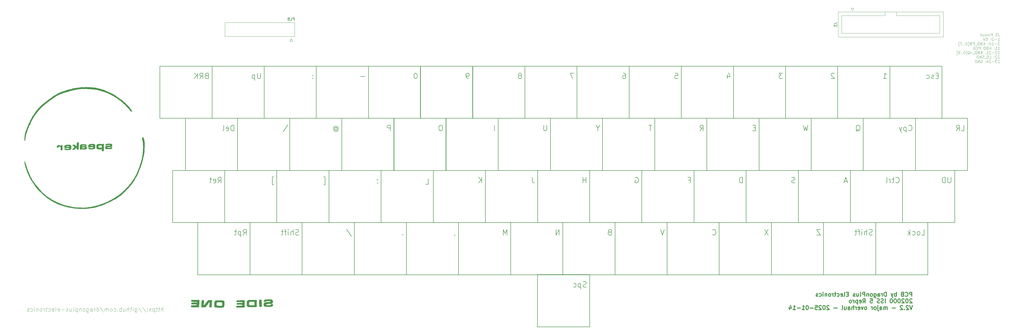
<source format=gbr>
%TF.GenerationSoftware,KiCad,Pcbnew,8.0.4*%
%TF.CreationDate,2025-01-14T13:43:07+00:00*%
%TF.ProjectId,AtomV5Board,41746f6d-5635-4426-9f61-72642e6b6963,rev?*%
%TF.SameCoordinates,Original*%
%TF.FileFunction,Legend,Bot*%
%TF.FilePolarity,Positive*%
%FSLAX46Y46*%
G04 Gerber Fmt 4.6, Leading zero omitted, Abs format (unit mm)*
G04 Created by KiCad (PCBNEW 8.0.4) date 2025-01-14 13:43:07*
%MOMM*%
%LPD*%
G01*
G04 APERTURE LIST*
%ADD10C,0.300000*%
%ADD11C,0.100000*%
%ADD12C,0.150000*%
%ADD13C,0.120000*%
%ADD14C,0.000000*%
G04 APERTURE END LIST*
D10*
X346790489Y-229285996D02*
X346790489Y-227785996D01*
X346790489Y-227785996D02*
X346219060Y-227785996D01*
X346219060Y-227785996D02*
X346076203Y-227857425D01*
X346076203Y-227857425D02*
X346004774Y-227928853D01*
X346004774Y-227928853D02*
X345933346Y-228071710D01*
X345933346Y-228071710D02*
X345933346Y-228285996D01*
X345933346Y-228285996D02*
X346004774Y-228428853D01*
X346004774Y-228428853D02*
X346076203Y-228500282D01*
X346076203Y-228500282D02*
X346219060Y-228571710D01*
X346219060Y-228571710D02*
X346790489Y-228571710D01*
X344433346Y-229143139D02*
X344504774Y-229214568D01*
X344504774Y-229214568D02*
X344719060Y-229285996D01*
X344719060Y-229285996D02*
X344861917Y-229285996D01*
X344861917Y-229285996D02*
X345076203Y-229214568D01*
X345076203Y-229214568D02*
X345219060Y-229071710D01*
X345219060Y-229071710D02*
X345290489Y-228928853D01*
X345290489Y-228928853D02*
X345361917Y-228643139D01*
X345361917Y-228643139D02*
X345361917Y-228428853D01*
X345361917Y-228428853D02*
X345290489Y-228143139D01*
X345290489Y-228143139D02*
X345219060Y-228000282D01*
X345219060Y-228000282D02*
X345076203Y-227857425D01*
X345076203Y-227857425D02*
X344861917Y-227785996D01*
X344861917Y-227785996D02*
X344719060Y-227785996D01*
X344719060Y-227785996D02*
X344504774Y-227857425D01*
X344504774Y-227857425D02*
X344433346Y-227928853D01*
X343290489Y-228500282D02*
X343076203Y-228571710D01*
X343076203Y-228571710D02*
X343004774Y-228643139D01*
X343004774Y-228643139D02*
X342933346Y-228785996D01*
X342933346Y-228785996D02*
X342933346Y-229000282D01*
X342933346Y-229000282D02*
X343004774Y-229143139D01*
X343004774Y-229143139D02*
X343076203Y-229214568D01*
X343076203Y-229214568D02*
X343219060Y-229285996D01*
X343219060Y-229285996D02*
X343790489Y-229285996D01*
X343790489Y-229285996D02*
X343790489Y-227785996D01*
X343790489Y-227785996D02*
X343290489Y-227785996D01*
X343290489Y-227785996D02*
X343147632Y-227857425D01*
X343147632Y-227857425D02*
X343076203Y-227928853D01*
X343076203Y-227928853D02*
X343004774Y-228071710D01*
X343004774Y-228071710D02*
X343004774Y-228214568D01*
X343004774Y-228214568D02*
X343076203Y-228357425D01*
X343076203Y-228357425D02*
X343147632Y-228428853D01*
X343147632Y-228428853D02*
X343290489Y-228500282D01*
X343290489Y-228500282D02*
X343790489Y-228500282D01*
X341147632Y-229285996D02*
X341147632Y-227785996D01*
X341147632Y-228357425D02*
X341004775Y-228285996D01*
X341004775Y-228285996D02*
X340719060Y-228285996D01*
X340719060Y-228285996D02*
X340576203Y-228357425D01*
X340576203Y-228357425D02*
X340504775Y-228428853D01*
X340504775Y-228428853D02*
X340433346Y-228571710D01*
X340433346Y-228571710D02*
X340433346Y-229000282D01*
X340433346Y-229000282D02*
X340504775Y-229143139D01*
X340504775Y-229143139D02*
X340576203Y-229214568D01*
X340576203Y-229214568D02*
X340719060Y-229285996D01*
X340719060Y-229285996D02*
X341004775Y-229285996D01*
X341004775Y-229285996D02*
X341147632Y-229214568D01*
X339933346Y-228285996D02*
X339576203Y-229285996D01*
X339219060Y-228285996D02*
X339576203Y-229285996D01*
X339576203Y-229285996D02*
X339719060Y-229643139D01*
X339719060Y-229643139D02*
X339790489Y-229714568D01*
X339790489Y-229714568D02*
X339933346Y-229785996D01*
X337504775Y-229285996D02*
X337504775Y-227785996D01*
X337504775Y-227785996D02*
X337147632Y-227785996D01*
X337147632Y-227785996D02*
X336933346Y-227857425D01*
X336933346Y-227857425D02*
X336790489Y-228000282D01*
X336790489Y-228000282D02*
X336719060Y-228143139D01*
X336719060Y-228143139D02*
X336647632Y-228428853D01*
X336647632Y-228428853D02*
X336647632Y-228643139D01*
X336647632Y-228643139D02*
X336719060Y-228928853D01*
X336719060Y-228928853D02*
X336790489Y-229071710D01*
X336790489Y-229071710D02*
X336933346Y-229214568D01*
X336933346Y-229214568D02*
X337147632Y-229285996D01*
X337147632Y-229285996D02*
X337504775Y-229285996D01*
X336004775Y-229285996D02*
X336004775Y-228285996D01*
X336004775Y-228571710D02*
X335933346Y-228428853D01*
X335933346Y-228428853D02*
X335861918Y-228357425D01*
X335861918Y-228357425D02*
X335719060Y-228285996D01*
X335719060Y-228285996D02*
X335576203Y-228285996D01*
X334433347Y-229285996D02*
X334433347Y-228500282D01*
X334433347Y-228500282D02*
X334504775Y-228357425D01*
X334504775Y-228357425D02*
X334647632Y-228285996D01*
X334647632Y-228285996D02*
X334933347Y-228285996D01*
X334933347Y-228285996D02*
X335076204Y-228357425D01*
X334433347Y-229214568D02*
X334576204Y-229285996D01*
X334576204Y-229285996D02*
X334933347Y-229285996D01*
X334933347Y-229285996D02*
X335076204Y-229214568D01*
X335076204Y-229214568D02*
X335147632Y-229071710D01*
X335147632Y-229071710D02*
X335147632Y-228928853D01*
X335147632Y-228928853D02*
X335076204Y-228785996D01*
X335076204Y-228785996D02*
X334933347Y-228714568D01*
X334933347Y-228714568D02*
X334576204Y-228714568D01*
X334576204Y-228714568D02*
X334433347Y-228643139D01*
X333076204Y-228285996D02*
X333076204Y-229500282D01*
X333076204Y-229500282D02*
X333147632Y-229643139D01*
X333147632Y-229643139D02*
X333219061Y-229714568D01*
X333219061Y-229714568D02*
X333361918Y-229785996D01*
X333361918Y-229785996D02*
X333576204Y-229785996D01*
X333576204Y-229785996D02*
X333719061Y-229714568D01*
X333076204Y-229214568D02*
X333219061Y-229285996D01*
X333219061Y-229285996D02*
X333504775Y-229285996D01*
X333504775Y-229285996D02*
X333647632Y-229214568D01*
X333647632Y-229214568D02*
X333719061Y-229143139D01*
X333719061Y-229143139D02*
X333790489Y-229000282D01*
X333790489Y-229000282D02*
X333790489Y-228571710D01*
X333790489Y-228571710D02*
X333719061Y-228428853D01*
X333719061Y-228428853D02*
X333647632Y-228357425D01*
X333647632Y-228357425D02*
X333504775Y-228285996D01*
X333504775Y-228285996D02*
X333219061Y-228285996D01*
X333219061Y-228285996D02*
X333076204Y-228357425D01*
X332147632Y-229285996D02*
X332290489Y-229214568D01*
X332290489Y-229214568D02*
X332361918Y-229143139D01*
X332361918Y-229143139D02*
X332433346Y-229000282D01*
X332433346Y-229000282D02*
X332433346Y-228571710D01*
X332433346Y-228571710D02*
X332361918Y-228428853D01*
X332361918Y-228428853D02*
X332290489Y-228357425D01*
X332290489Y-228357425D02*
X332147632Y-228285996D01*
X332147632Y-228285996D02*
X331933346Y-228285996D01*
X331933346Y-228285996D02*
X331790489Y-228357425D01*
X331790489Y-228357425D02*
X331719061Y-228428853D01*
X331719061Y-228428853D02*
X331647632Y-228571710D01*
X331647632Y-228571710D02*
X331647632Y-229000282D01*
X331647632Y-229000282D02*
X331719061Y-229143139D01*
X331719061Y-229143139D02*
X331790489Y-229214568D01*
X331790489Y-229214568D02*
X331933346Y-229285996D01*
X331933346Y-229285996D02*
X332147632Y-229285996D01*
X331004775Y-228285996D02*
X331004775Y-229285996D01*
X331004775Y-228428853D02*
X330933346Y-228357425D01*
X330933346Y-228357425D02*
X330790489Y-228285996D01*
X330790489Y-228285996D02*
X330576203Y-228285996D01*
X330576203Y-228285996D02*
X330433346Y-228357425D01*
X330433346Y-228357425D02*
X330361918Y-228500282D01*
X330361918Y-228500282D02*
X330361918Y-229285996D01*
X329647632Y-229285996D02*
X329647632Y-227785996D01*
X329647632Y-227785996D02*
X329076203Y-227785996D01*
X329076203Y-227785996D02*
X328933346Y-227857425D01*
X328933346Y-227857425D02*
X328861917Y-227928853D01*
X328861917Y-227928853D02*
X328790489Y-228071710D01*
X328790489Y-228071710D02*
X328790489Y-228285996D01*
X328790489Y-228285996D02*
X328861917Y-228428853D01*
X328861917Y-228428853D02*
X328933346Y-228500282D01*
X328933346Y-228500282D02*
X329076203Y-228571710D01*
X329076203Y-228571710D02*
X329647632Y-228571710D01*
X327933346Y-229285996D02*
X328076203Y-229214568D01*
X328076203Y-229214568D02*
X328147632Y-229071710D01*
X328147632Y-229071710D02*
X328147632Y-227785996D01*
X326719061Y-228285996D02*
X326719061Y-229285996D01*
X327361918Y-228285996D02*
X327361918Y-229071710D01*
X327361918Y-229071710D02*
X327290489Y-229214568D01*
X327290489Y-229214568D02*
X327147632Y-229285996D01*
X327147632Y-229285996D02*
X326933346Y-229285996D01*
X326933346Y-229285996D02*
X326790489Y-229214568D01*
X326790489Y-229214568D02*
X326719061Y-229143139D01*
X326076203Y-229214568D02*
X325933346Y-229285996D01*
X325933346Y-229285996D02*
X325647632Y-229285996D01*
X325647632Y-229285996D02*
X325504775Y-229214568D01*
X325504775Y-229214568D02*
X325433346Y-229071710D01*
X325433346Y-229071710D02*
X325433346Y-229000282D01*
X325433346Y-229000282D02*
X325504775Y-228857425D01*
X325504775Y-228857425D02*
X325647632Y-228785996D01*
X325647632Y-228785996D02*
X325861918Y-228785996D01*
X325861918Y-228785996D02*
X326004775Y-228714568D01*
X326004775Y-228714568D02*
X326076203Y-228571710D01*
X326076203Y-228571710D02*
X326076203Y-228500282D01*
X326076203Y-228500282D02*
X326004775Y-228357425D01*
X326004775Y-228357425D02*
X325861918Y-228285996D01*
X325861918Y-228285996D02*
X325647632Y-228285996D01*
X325647632Y-228285996D02*
X325504775Y-228357425D01*
X323647632Y-228500282D02*
X323147632Y-228500282D01*
X322933346Y-229285996D02*
X323647632Y-229285996D01*
X323647632Y-229285996D02*
X323647632Y-227785996D01*
X323647632Y-227785996D02*
X322933346Y-227785996D01*
X322076203Y-229285996D02*
X322219060Y-229214568D01*
X322219060Y-229214568D02*
X322290489Y-229071710D01*
X322290489Y-229071710D02*
X322290489Y-227785996D01*
X320933346Y-229214568D02*
X321076203Y-229285996D01*
X321076203Y-229285996D02*
X321361918Y-229285996D01*
X321361918Y-229285996D02*
X321504775Y-229214568D01*
X321504775Y-229214568D02*
X321576203Y-229071710D01*
X321576203Y-229071710D02*
X321576203Y-228500282D01*
X321576203Y-228500282D02*
X321504775Y-228357425D01*
X321504775Y-228357425D02*
X321361918Y-228285996D01*
X321361918Y-228285996D02*
X321076203Y-228285996D01*
X321076203Y-228285996D02*
X320933346Y-228357425D01*
X320933346Y-228357425D02*
X320861918Y-228500282D01*
X320861918Y-228500282D02*
X320861918Y-228643139D01*
X320861918Y-228643139D02*
X321576203Y-228785996D01*
X319576204Y-229214568D02*
X319719061Y-229285996D01*
X319719061Y-229285996D02*
X320004775Y-229285996D01*
X320004775Y-229285996D02*
X320147632Y-229214568D01*
X320147632Y-229214568D02*
X320219061Y-229143139D01*
X320219061Y-229143139D02*
X320290489Y-229000282D01*
X320290489Y-229000282D02*
X320290489Y-228571710D01*
X320290489Y-228571710D02*
X320219061Y-228428853D01*
X320219061Y-228428853D02*
X320147632Y-228357425D01*
X320147632Y-228357425D02*
X320004775Y-228285996D01*
X320004775Y-228285996D02*
X319719061Y-228285996D01*
X319719061Y-228285996D02*
X319576204Y-228357425D01*
X319147632Y-228285996D02*
X318576204Y-228285996D01*
X318933347Y-227785996D02*
X318933347Y-229071710D01*
X318933347Y-229071710D02*
X318861918Y-229214568D01*
X318861918Y-229214568D02*
X318719061Y-229285996D01*
X318719061Y-229285996D02*
X318576204Y-229285996D01*
X318076204Y-229285996D02*
X318076204Y-228285996D01*
X318076204Y-228571710D02*
X318004775Y-228428853D01*
X318004775Y-228428853D02*
X317933347Y-228357425D01*
X317933347Y-228357425D02*
X317790489Y-228285996D01*
X317790489Y-228285996D02*
X317647632Y-228285996D01*
X316933347Y-229285996D02*
X317076204Y-229214568D01*
X317076204Y-229214568D02*
X317147633Y-229143139D01*
X317147633Y-229143139D02*
X317219061Y-229000282D01*
X317219061Y-229000282D02*
X317219061Y-228571710D01*
X317219061Y-228571710D02*
X317147633Y-228428853D01*
X317147633Y-228428853D02*
X317076204Y-228357425D01*
X317076204Y-228357425D02*
X316933347Y-228285996D01*
X316933347Y-228285996D02*
X316719061Y-228285996D01*
X316719061Y-228285996D02*
X316576204Y-228357425D01*
X316576204Y-228357425D02*
X316504776Y-228428853D01*
X316504776Y-228428853D02*
X316433347Y-228571710D01*
X316433347Y-228571710D02*
X316433347Y-229000282D01*
X316433347Y-229000282D02*
X316504776Y-229143139D01*
X316504776Y-229143139D02*
X316576204Y-229214568D01*
X316576204Y-229214568D02*
X316719061Y-229285996D01*
X316719061Y-229285996D02*
X316933347Y-229285996D01*
X315790490Y-228285996D02*
X315790490Y-229285996D01*
X315790490Y-228428853D02*
X315719061Y-228357425D01*
X315719061Y-228357425D02*
X315576204Y-228285996D01*
X315576204Y-228285996D02*
X315361918Y-228285996D01*
X315361918Y-228285996D02*
X315219061Y-228357425D01*
X315219061Y-228357425D02*
X315147633Y-228500282D01*
X315147633Y-228500282D02*
X315147633Y-229285996D01*
X314433347Y-229285996D02*
X314433347Y-228285996D01*
X314433347Y-227785996D02*
X314504775Y-227857425D01*
X314504775Y-227857425D02*
X314433347Y-227928853D01*
X314433347Y-227928853D02*
X314361918Y-227857425D01*
X314361918Y-227857425D02*
X314433347Y-227785996D01*
X314433347Y-227785996D02*
X314433347Y-227928853D01*
X313076204Y-229214568D02*
X313219061Y-229285996D01*
X313219061Y-229285996D02*
X313504775Y-229285996D01*
X313504775Y-229285996D02*
X313647632Y-229214568D01*
X313647632Y-229214568D02*
X313719061Y-229143139D01*
X313719061Y-229143139D02*
X313790489Y-229000282D01*
X313790489Y-229000282D02*
X313790489Y-228571710D01*
X313790489Y-228571710D02*
X313719061Y-228428853D01*
X313719061Y-228428853D02*
X313647632Y-228357425D01*
X313647632Y-228357425D02*
X313504775Y-228285996D01*
X313504775Y-228285996D02*
X313219061Y-228285996D01*
X313219061Y-228285996D02*
X313076204Y-228357425D01*
X312504775Y-229214568D02*
X312361918Y-229285996D01*
X312361918Y-229285996D02*
X312076204Y-229285996D01*
X312076204Y-229285996D02*
X311933347Y-229214568D01*
X311933347Y-229214568D02*
X311861918Y-229071710D01*
X311861918Y-229071710D02*
X311861918Y-229000282D01*
X311861918Y-229000282D02*
X311933347Y-228857425D01*
X311933347Y-228857425D02*
X312076204Y-228785996D01*
X312076204Y-228785996D02*
X312290490Y-228785996D01*
X312290490Y-228785996D02*
X312433347Y-228714568D01*
X312433347Y-228714568D02*
X312504775Y-228571710D01*
X312504775Y-228571710D02*
X312504775Y-228500282D01*
X312504775Y-228500282D02*
X312433347Y-228357425D01*
X312433347Y-228357425D02*
X312290490Y-228285996D01*
X312290490Y-228285996D02*
X312076204Y-228285996D01*
X312076204Y-228285996D02*
X311933347Y-228357425D01*
X346861917Y-230343769D02*
X346790489Y-230272341D01*
X346790489Y-230272341D02*
X346647632Y-230200912D01*
X346647632Y-230200912D02*
X346290489Y-230200912D01*
X346290489Y-230200912D02*
X346147632Y-230272341D01*
X346147632Y-230272341D02*
X346076203Y-230343769D01*
X346076203Y-230343769D02*
X346004774Y-230486626D01*
X346004774Y-230486626D02*
X346004774Y-230629484D01*
X346004774Y-230629484D02*
X346076203Y-230843769D01*
X346076203Y-230843769D02*
X346933346Y-231700912D01*
X346933346Y-231700912D02*
X346004774Y-231700912D01*
X345076203Y-230200912D02*
X344933346Y-230200912D01*
X344933346Y-230200912D02*
X344790489Y-230272341D01*
X344790489Y-230272341D02*
X344719061Y-230343769D01*
X344719061Y-230343769D02*
X344647632Y-230486626D01*
X344647632Y-230486626D02*
X344576203Y-230772341D01*
X344576203Y-230772341D02*
X344576203Y-231129484D01*
X344576203Y-231129484D02*
X344647632Y-231415198D01*
X344647632Y-231415198D02*
X344719061Y-231558055D01*
X344719061Y-231558055D02*
X344790489Y-231629484D01*
X344790489Y-231629484D02*
X344933346Y-231700912D01*
X344933346Y-231700912D02*
X345076203Y-231700912D01*
X345076203Y-231700912D02*
X345219061Y-231629484D01*
X345219061Y-231629484D02*
X345290489Y-231558055D01*
X345290489Y-231558055D02*
X345361918Y-231415198D01*
X345361918Y-231415198D02*
X345433346Y-231129484D01*
X345433346Y-231129484D02*
X345433346Y-230772341D01*
X345433346Y-230772341D02*
X345361918Y-230486626D01*
X345361918Y-230486626D02*
X345290489Y-230343769D01*
X345290489Y-230343769D02*
X345219061Y-230272341D01*
X345219061Y-230272341D02*
X345076203Y-230200912D01*
X344004775Y-230343769D02*
X343933347Y-230272341D01*
X343933347Y-230272341D02*
X343790490Y-230200912D01*
X343790490Y-230200912D02*
X343433347Y-230200912D01*
X343433347Y-230200912D02*
X343290490Y-230272341D01*
X343290490Y-230272341D02*
X343219061Y-230343769D01*
X343219061Y-230343769D02*
X343147632Y-230486626D01*
X343147632Y-230486626D02*
X343147632Y-230629484D01*
X343147632Y-230629484D02*
X343219061Y-230843769D01*
X343219061Y-230843769D02*
X344076204Y-231700912D01*
X344076204Y-231700912D02*
X343147632Y-231700912D01*
X342219061Y-230200912D02*
X342076204Y-230200912D01*
X342076204Y-230200912D02*
X341933347Y-230272341D01*
X341933347Y-230272341D02*
X341861919Y-230343769D01*
X341861919Y-230343769D02*
X341790490Y-230486626D01*
X341790490Y-230486626D02*
X341719061Y-230772341D01*
X341719061Y-230772341D02*
X341719061Y-231129484D01*
X341719061Y-231129484D02*
X341790490Y-231415198D01*
X341790490Y-231415198D02*
X341861919Y-231558055D01*
X341861919Y-231558055D02*
X341933347Y-231629484D01*
X341933347Y-231629484D02*
X342076204Y-231700912D01*
X342076204Y-231700912D02*
X342219061Y-231700912D01*
X342219061Y-231700912D02*
X342361919Y-231629484D01*
X342361919Y-231629484D02*
X342433347Y-231558055D01*
X342433347Y-231558055D02*
X342504776Y-231415198D01*
X342504776Y-231415198D02*
X342576204Y-231129484D01*
X342576204Y-231129484D02*
X342576204Y-230772341D01*
X342576204Y-230772341D02*
X342504776Y-230486626D01*
X342504776Y-230486626D02*
X342433347Y-230343769D01*
X342433347Y-230343769D02*
X342361919Y-230272341D01*
X342361919Y-230272341D02*
X342219061Y-230200912D01*
X340790490Y-230200912D02*
X340647633Y-230200912D01*
X340647633Y-230200912D02*
X340504776Y-230272341D01*
X340504776Y-230272341D02*
X340433348Y-230343769D01*
X340433348Y-230343769D02*
X340361919Y-230486626D01*
X340361919Y-230486626D02*
X340290490Y-230772341D01*
X340290490Y-230772341D02*
X340290490Y-231129484D01*
X340290490Y-231129484D02*
X340361919Y-231415198D01*
X340361919Y-231415198D02*
X340433348Y-231558055D01*
X340433348Y-231558055D02*
X340504776Y-231629484D01*
X340504776Y-231629484D02*
X340647633Y-231700912D01*
X340647633Y-231700912D02*
X340790490Y-231700912D01*
X340790490Y-231700912D02*
X340933348Y-231629484D01*
X340933348Y-231629484D02*
X341004776Y-231558055D01*
X341004776Y-231558055D02*
X341076205Y-231415198D01*
X341076205Y-231415198D02*
X341147633Y-231129484D01*
X341147633Y-231129484D02*
X341147633Y-230772341D01*
X341147633Y-230772341D02*
X341076205Y-230486626D01*
X341076205Y-230486626D02*
X341004776Y-230343769D01*
X341004776Y-230343769D02*
X340933348Y-230272341D01*
X340933348Y-230272341D02*
X340790490Y-230200912D01*
X339361919Y-230200912D02*
X339219062Y-230200912D01*
X339219062Y-230200912D02*
X339076205Y-230272341D01*
X339076205Y-230272341D02*
X339004777Y-230343769D01*
X339004777Y-230343769D02*
X338933348Y-230486626D01*
X338933348Y-230486626D02*
X338861919Y-230772341D01*
X338861919Y-230772341D02*
X338861919Y-231129484D01*
X338861919Y-231129484D02*
X338933348Y-231415198D01*
X338933348Y-231415198D02*
X339004777Y-231558055D01*
X339004777Y-231558055D02*
X339076205Y-231629484D01*
X339076205Y-231629484D02*
X339219062Y-231700912D01*
X339219062Y-231700912D02*
X339361919Y-231700912D01*
X339361919Y-231700912D02*
X339504777Y-231629484D01*
X339504777Y-231629484D02*
X339576205Y-231558055D01*
X339576205Y-231558055D02*
X339647634Y-231415198D01*
X339647634Y-231415198D02*
X339719062Y-231129484D01*
X339719062Y-231129484D02*
X339719062Y-230772341D01*
X339719062Y-230772341D02*
X339647634Y-230486626D01*
X339647634Y-230486626D02*
X339576205Y-230343769D01*
X339576205Y-230343769D02*
X339504777Y-230272341D01*
X339504777Y-230272341D02*
X339361919Y-230200912D01*
X337076206Y-231700912D02*
X337076206Y-230200912D01*
X336433348Y-231629484D02*
X336219063Y-231700912D01*
X336219063Y-231700912D02*
X335861920Y-231700912D01*
X335861920Y-231700912D02*
X335719063Y-231629484D01*
X335719063Y-231629484D02*
X335647634Y-231558055D01*
X335647634Y-231558055D02*
X335576205Y-231415198D01*
X335576205Y-231415198D02*
X335576205Y-231272341D01*
X335576205Y-231272341D02*
X335647634Y-231129484D01*
X335647634Y-231129484D02*
X335719063Y-231058055D01*
X335719063Y-231058055D02*
X335861920Y-230986626D01*
X335861920Y-230986626D02*
X336147634Y-230915198D01*
X336147634Y-230915198D02*
X336290491Y-230843769D01*
X336290491Y-230843769D02*
X336361920Y-230772341D01*
X336361920Y-230772341D02*
X336433348Y-230629484D01*
X336433348Y-230629484D02*
X336433348Y-230486626D01*
X336433348Y-230486626D02*
X336361920Y-230343769D01*
X336361920Y-230343769D02*
X336290491Y-230272341D01*
X336290491Y-230272341D02*
X336147634Y-230200912D01*
X336147634Y-230200912D02*
X335790491Y-230200912D01*
X335790491Y-230200912D02*
X335576205Y-230272341D01*
X335004777Y-231629484D02*
X334790492Y-231700912D01*
X334790492Y-231700912D02*
X334433349Y-231700912D01*
X334433349Y-231700912D02*
X334290492Y-231629484D01*
X334290492Y-231629484D02*
X334219063Y-231558055D01*
X334219063Y-231558055D02*
X334147634Y-231415198D01*
X334147634Y-231415198D02*
X334147634Y-231272341D01*
X334147634Y-231272341D02*
X334219063Y-231129484D01*
X334219063Y-231129484D02*
X334290492Y-231058055D01*
X334290492Y-231058055D02*
X334433349Y-230986626D01*
X334433349Y-230986626D02*
X334719063Y-230915198D01*
X334719063Y-230915198D02*
X334861920Y-230843769D01*
X334861920Y-230843769D02*
X334933349Y-230772341D01*
X334933349Y-230772341D02*
X335004777Y-230629484D01*
X335004777Y-230629484D02*
X335004777Y-230486626D01*
X335004777Y-230486626D02*
X334933349Y-230343769D01*
X334933349Y-230343769D02*
X334861920Y-230272341D01*
X334861920Y-230272341D02*
X334719063Y-230200912D01*
X334719063Y-230200912D02*
X334361920Y-230200912D01*
X334361920Y-230200912D02*
X334147634Y-230272341D01*
X331647635Y-230200912D02*
X332361921Y-230200912D01*
X332361921Y-230200912D02*
X332433349Y-230915198D01*
X332433349Y-230915198D02*
X332361921Y-230843769D01*
X332361921Y-230843769D02*
X332219064Y-230772341D01*
X332219064Y-230772341D02*
X331861921Y-230772341D01*
X331861921Y-230772341D02*
X331719064Y-230843769D01*
X331719064Y-230843769D02*
X331647635Y-230915198D01*
X331647635Y-230915198D02*
X331576206Y-231058055D01*
X331576206Y-231058055D02*
X331576206Y-231415198D01*
X331576206Y-231415198D02*
X331647635Y-231558055D01*
X331647635Y-231558055D02*
X331719064Y-231629484D01*
X331719064Y-231629484D02*
X331861921Y-231700912D01*
X331861921Y-231700912D02*
X332219064Y-231700912D01*
X332219064Y-231700912D02*
X332361921Y-231629484D01*
X332361921Y-231629484D02*
X332433349Y-231558055D01*
X328933350Y-231700912D02*
X329433350Y-230986626D01*
X329790493Y-231700912D02*
X329790493Y-230200912D01*
X329790493Y-230200912D02*
X329219064Y-230200912D01*
X329219064Y-230200912D02*
X329076207Y-230272341D01*
X329076207Y-230272341D02*
X329004778Y-230343769D01*
X329004778Y-230343769D02*
X328933350Y-230486626D01*
X328933350Y-230486626D02*
X328933350Y-230700912D01*
X328933350Y-230700912D02*
X329004778Y-230843769D01*
X329004778Y-230843769D02*
X329076207Y-230915198D01*
X329076207Y-230915198D02*
X329219064Y-230986626D01*
X329219064Y-230986626D02*
X329790493Y-230986626D01*
X327719064Y-231629484D02*
X327861921Y-231700912D01*
X327861921Y-231700912D02*
X328147636Y-231700912D01*
X328147636Y-231700912D02*
X328290493Y-231629484D01*
X328290493Y-231629484D02*
X328361921Y-231486626D01*
X328361921Y-231486626D02*
X328361921Y-230915198D01*
X328361921Y-230915198D02*
X328290493Y-230772341D01*
X328290493Y-230772341D02*
X328147636Y-230700912D01*
X328147636Y-230700912D02*
X327861921Y-230700912D01*
X327861921Y-230700912D02*
X327719064Y-230772341D01*
X327719064Y-230772341D02*
X327647636Y-230915198D01*
X327647636Y-230915198D02*
X327647636Y-231058055D01*
X327647636Y-231058055D02*
X328361921Y-231200912D01*
X327004779Y-230700912D02*
X327004779Y-232200912D01*
X327004779Y-230772341D02*
X326861922Y-230700912D01*
X326861922Y-230700912D02*
X326576207Y-230700912D01*
X326576207Y-230700912D02*
X326433350Y-230772341D01*
X326433350Y-230772341D02*
X326361922Y-230843769D01*
X326361922Y-230843769D02*
X326290493Y-230986626D01*
X326290493Y-230986626D02*
X326290493Y-231415198D01*
X326290493Y-231415198D02*
X326361922Y-231558055D01*
X326361922Y-231558055D02*
X326433350Y-231629484D01*
X326433350Y-231629484D02*
X326576207Y-231700912D01*
X326576207Y-231700912D02*
X326861922Y-231700912D01*
X326861922Y-231700912D02*
X327004779Y-231629484D01*
X325647636Y-231700912D02*
X325647636Y-230700912D01*
X325647636Y-230986626D02*
X325576207Y-230843769D01*
X325576207Y-230843769D02*
X325504779Y-230772341D01*
X325504779Y-230772341D02*
X325361921Y-230700912D01*
X325361921Y-230700912D02*
X325219064Y-230700912D01*
X324504779Y-231700912D02*
X324647636Y-231629484D01*
X324647636Y-231629484D02*
X324719065Y-231558055D01*
X324719065Y-231558055D02*
X324790493Y-231415198D01*
X324790493Y-231415198D02*
X324790493Y-230986626D01*
X324790493Y-230986626D02*
X324719065Y-230843769D01*
X324719065Y-230843769D02*
X324647636Y-230772341D01*
X324647636Y-230772341D02*
X324504779Y-230700912D01*
X324504779Y-230700912D02*
X324290493Y-230700912D01*
X324290493Y-230700912D02*
X324147636Y-230772341D01*
X324147636Y-230772341D02*
X324076208Y-230843769D01*
X324076208Y-230843769D02*
X324004779Y-230986626D01*
X324004779Y-230986626D02*
X324004779Y-231415198D01*
X324004779Y-231415198D02*
X324076208Y-231558055D01*
X324076208Y-231558055D02*
X324147636Y-231629484D01*
X324147636Y-231629484D02*
X324290493Y-231700912D01*
X324290493Y-231700912D02*
X324504779Y-231700912D01*
X347004774Y-232615828D02*
X346504774Y-234115828D01*
X346504774Y-234115828D02*
X346004774Y-232615828D01*
X345576203Y-232758685D02*
X345504775Y-232687257D01*
X345504775Y-232687257D02*
X345361918Y-232615828D01*
X345361918Y-232615828D02*
X345004775Y-232615828D01*
X345004775Y-232615828D02*
X344861918Y-232687257D01*
X344861918Y-232687257D02*
X344790489Y-232758685D01*
X344790489Y-232758685D02*
X344719060Y-232901542D01*
X344719060Y-232901542D02*
X344719060Y-233044400D01*
X344719060Y-233044400D02*
X344790489Y-233258685D01*
X344790489Y-233258685D02*
X345647632Y-234115828D01*
X345647632Y-234115828D02*
X344719060Y-234115828D01*
X344076204Y-233972971D02*
X344004775Y-234044400D01*
X344004775Y-234044400D02*
X344076204Y-234115828D01*
X344076204Y-234115828D02*
X344147632Y-234044400D01*
X344147632Y-234044400D02*
X344076204Y-233972971D01*
X344076204Y-233972971D02*
X344076204Y-234115828D01*
X343433346Y-232758685D02*
X343361918Y-232687257D01*
X343361918Y-232687257D02*
X343219061Y-232615828D01*
X343219061Y-232615828D02*
X342861918Y-232615828D01*
X342861918Y-232615828D02*
X342719061Y-232687257D01*
X342719061Y-232687257D02*
X342647632Y-232758685D01*
X342647632Y-232758685D02*
X342576203Y-232901542D01*
X342576203Y-232901542D02*
X342576203Y-233044400D01*
X342576203Y-233044400D02*
X342647632Y-233258685D01*
X342647632Y-233258685D02*
X343504775Y-234115828D01*
X343504775Y-234115828D02*
X342576203Y-234115828D01*
X340790490Y-233544400D02*
X339647633Y-233544400D01*
X337790490Y-234115828D02*
X337790490Y-233115828D01*
X337790490Y-233258685D02*
X337719061Y-233187257D01*
X337719061Y-233187257D02*
X337576204Y-233115828D01*
X337576204Y-233115828D02*
X337361918Y-233115828D01*
X337361918Y-233115828D02*
X337219061Y-233187257D01*
X337219061Y-233187257D02*
X337147633Y-233330114D01*
X337147633Y-233330114D02*
X337147633Y-234115828D01*
X337147633Y-233330114D02*
X337076204Y-233187257D01*
X337076204Y-233187257D02*
X336933347Y-233115828D01*
X336933347Y-233115828D02*
X336719061Y-233115828D01*
X336719061Y-233115828D02*
X336576204Y-233187257D01*
X336576204Y-233187257D02*
X336504775Y-233330114D01*
X336504775Y-233330114D02*
X336504775Y-234115828D01*
X335147633Y-234115828D02*
X335147633Y-233330114D01*
X335147633Y-233330114D02*
X335219061Y-233187257D01*
X335219061Y-233187257D02*
X335361918Y-233115828D01*
X335361918Y-233115828D02*
X335647633Y-233115828D01*
X335647633Y-233115828D02*
X335790490Y-233187257D01*
X335147633Y-234044400D02*
X335290490Y-234115828D01*
X335290490Y-234115828D02*
X335647633Y-234115828D01*
X335647633Y-234115828D02*
X335790490Y-234044400D01*
X335790490Y-234044400D02*
X335861918Y-233901542D01*
X335861918Y-233901542D02*
X335861918Y-233758685D01*
X335861918Y-233758685D02*
X335790490Y-233615828D01*
X335790490Y-233615828D02*
X335647633Y-233544400D01*
X335647633Y-233544400D02*
X335290490Y-233544400D01*
X335290490Y-233544400D02*
X335147633Y-233472971D01*
X334433347Y-233115828D02*
X334433347Y-234401542D01*
X334433347Y-234401542D02*
X334504775Y-234544400D01*
X334504775Y-234544400D02*
X334647632Y-234615828D01*
X334647632Y-234615828D02*
X334719061Y-234615828D01*
X334433347Y-232615828D02*
X334504775Y-232687257D01*
X334504775Y-232687257D02*
X334433347Y-232758685D01*
X334433347Y-232758685D02*
X334361918Y-232687257D01*
X334361918Y-232687257D02*
X334433347Y-232615828D01*
X334433347Y-232615828D02*
X334433347Y-232758685D01*
X333504775Y-234115828D02*
X333647632Y-234044400D01*
X333647632Y-234044400D02*
X333719061Y-233972971D01*
X333719061Y-233972971D02*
X333790489Y-233830114D01*
X333790489Y-233830114D02*
X333790489Y-233401542D01*
X333790489Y-233401542D02*
X333719061Y-233258685D01*
X333719061Y-233258685D02*
X333647632Y-233187257D01*
X333647632Y-233187257D02*
X333504775Y-233115828D01*
X333504775Y-233115828D02*
X333290489Y-233115828D01*
X333290489Y-233115828D02*
X333147632Y-233187257D01*
X333147632Y-233187257D02*
X333076204Y-233258685D01*
X333076204Y-233258685D02*
X333004775Y-233401542D01*
X333004775Y-233401542D02*
X333004775Y-233830114D01*
X333004775Y-233830114D02*
X333076204Y-233972971D01*
X333076204Y-233972971D02*
X333147632Y-234044400D01*
X333147632Y-234044400D02*
X333290489Y-234115828D01*
X333290489Y-234115828D02*
X333504775Y-234115828D01*
X332361918Y-234115828D02*
X332361918Y-233115828D01*
X332361918Y-233401542D02*
X332290489Y-233258685D01*
X332290489Y-233258685D02*
X332219061Y-233187257D01*
X332219061Y-233187257D02*
X332076203Y-233115828D01*
X332076203Y-233115828D02*
X331933346Y-233115828D01*
X330076204Y-234115828D02*
X330219061Y-234044400D01*
X330219061Y-234044400D02*
X330290490Y-233972971D01*
X330290490Y-233972971D02*
X330361918Y-233830114D01*
X330361918Y-233830114D02*
X330361918Y-233401542D01*
X330361918Y-233401542D02*
X330290490Y-233258685D01*
X330290490Y-233258685D02*
X330219061Y-233187257D01*
X330219061Y-233187257D02*
X330076204Y-233115828D01*
X330076204Y-233115828D02*
X329861918Y-233115828D01*
X329861918Y-233115828D02*
X329719061Y-233187257D01*
X329719061Y-233187257D02*
X329647633Y-233258685D01*
X329647633Y-233258685D02*
X329576204Y-233401542D01*
X329576204Y-233401542D02*
X329576204Y-233830114D01*
X329576204Y-233830114D02*
X329647633Y-233972971D01*
X329647633Y-233972971D02*
X329719061Y-234044400D01*
X329719061Y-234044400D02*
X329861918Y-234115828D01*
X329861918Y-234115828D02*
X330076204Y-234115828D01*
X329076204Y-233115828D02*
X328719061Y-234115828D01*
X328719061Y-234115828D02*
X328361918Y-233115828D01*
X327219061Y-234044400D02*
X327361918Y-234115828D01*
X327361918Y-234115828D02*
X327647633Y-234115828D01*
X327647633Y-234115828D02*
X327790490Y-234044400D01*
X327790490Y-234044400D02*
X327861918Y-233901542D01*
X327861918Y-233901542D02*
X327861918Y-233330114D01*
X327861918Y-233330114D02*
X327790490Y-233187257D01*
X327790490Y-233187257D02*
X327647633Y-233115828D01*
X327647633Y-233115828D02*
X327361918Y-233115828D01*
X327361918Y-233115828D02*
X327219061Y-233187257D01*
X327219061Y-233187257D02*
X327147633Y-233330114D01*
X327147633Y-233330114D02*
X327147633Y-233472971D01*
X327147633Y-233472971D02*
X327861918Y-233615828D01*
X326504776Y-234115828D02*
X326504776Y-233115828D01*
X326504776Y-233401542D02*
X326433347Y-233258685D01*
X326433347Y-233258685D02*
X326361919Y-233187257D01*
X326361919Y-233187257D02*
X326219061Y-233115828D01*
X326219061Y-233115828D02*
X326076204Y-233115828D01*
X325576205Y-234115828D02*
X325576205Y-232615828D01*
X324933348Y-234115828D02*
X324933348Y-233330114D01*
X324933348Y-233330114D02*
X325004776Y-233187257D01*
X325004776Y-233187257D02*
X325147633Y-233115828D01*
X325147633Y-233115828D02*
X325361919Y-233115828D01*
X325361919Y-233115828D02*
X325504776Y-233187257D01*
X325504776Y-233187257D02*
X325576205Y-233258685D01*
X323576205Y-234115828D02*
X323576205Y-233330114D01*
X323576205Y-233330114D02*
X323647633Y-233187257D01*
X323647633Y-233187257D02*
X323790490Y-233115828D01*
X323790490Y-233115828D02*
X324076205Y-233115828D01*
X324076205Y-233115828D02*
X324219062Y-233187257D01*
X323576205Y-234044400D02*
X323719062Y-234115828D01*
X323719062Y-234115828D02*
X324076205Y-234115828D01*
X324076205Y-234115828D02*
X324219062Y-234044400D01*
X324219062Y-234044400D02*
X324290490Y-233901542D01*
X324290490Y-233901542D02*
X324290490Y-233758685D01*
X324290490Y-233758685D02*
X324219062Y-233615828D01*
X324219062Y-233615828D02*
X324076205Y-233544400D01*
X324076205Y-233544400D02*
X323719062Y-233544400D01*
X323719062Y-233544400D02*
X323576205Y-233472971D01*
X322219062Y-233115828D02*
X322219062Y-234115828D01*
X322861919Y-233115828D02*
X322861919Y-233901542D01*
X322861919Y-233901542D02*
X322790490Y-234044400D01*
X322790490Y-234044400D02*
X322647633Y-234115828D01*
X322647633Y-234115828D02*
X322433347Y-234115828D01*
X322433347Y-234115828D02*
X322290490Y-234044400D01*
X322290490Y-234044400D02*
X322219062Y-233972971D01*
X321290490Y-234115828D02*
X321433347Y-234044400D01*
X321433347Y-234044400D02*
X321504776Y-233901542D01*
X321504776Y-233901542D02*
X321504776Y-232615828D01*
X319576205Y-233544400D02*
X318433348Y-233544400D01*
X316647633Y-232758685D02*
X316576205Y-232687257D01*
X316576205Y-232687257D02*
X316433348Y-232615828D01*
X316433348Y-232615828D02*
X316076205Y-232615828D01*
X316076205Y-232615828D02*
X315933348Y-232687257D01*
X315933348Y-232687257D02*
X315861919Y-232758685D01*
X315861919Y-232758685D02*
X315790490Y-232901542D01*
X315790490Y-232901542D02*
X315790490Y-233044400D01*
X315790490Y-233044400D02*
X315861919Y-233258685D01*
X315861919Y-233258685D02*
X316719062Y-234115828D01*
X316719062Y-234115828D02*
X315790490Y-234115828D01*
X314861919Y-232615828D02*
X314719062Y-232615828D01*
X314719062Y-232615828D02*
X314576205Y-232687257D01*
X314576205Y-232687257D02*
X314504777Y-232758685D01*
X314504777Y-232758685D02*
X314433348Y-232901542D01*
X314433348Y-232901542D02*
X314361919Y-233187257D01*
X314361919Y-233187257D02*
X314361919Y-233544400D01*
X314361919Y-233544400D02*
X314433348Y-233830114D01*
X314433348Y-233830114D02*
X314504777Y-233972971D01*
X314504777Y-233972971D02*
X314576205Y-234044400D01*
X314576205Y-234044400D02*
X314719062Y-234115828D01*
X314719062Y-234115828D02*
X314861919Y-234115828D01*
X314861919Y-234115828D02*
X315004777Y-234044400D01*
X315004777Y-234044400D02*
X315076205Y-233972971D01*
X315076205Y-233972971D02*
X315147634Y-233830114D01*
X315147634Y-233830114D02*
X315219062Y-233544400D01*
X315219062Y-233544400D02*
X315219062Y-233187257D01*
X315219062Y-233187257D02*
X315147634Y-232901542D01*
X315147634Y-232901542D02*
X315076205Y-232758685D01*
X315076205Y-232758685D02*
X315004777Y-232687257D01*
X315004777Y-232687257D02*
X314861919Y-232615828D01*
X313790491Y-232758685D02*
X313719063Y-232687257D01*
X313719063Y-232687257D02*
X313576206Y-232615828D01*
X313576206Y-232615828D02*
X313219063Y-232615828D01*
X313219063Y-232615828D02*
X313076206Y-232687257D01*
X313076206Y-232687257D02*
X313004777Y-232758685D01*
X313004777Y-232758685D02*
X312933348Y-232901542D01*
X312933348Y-232901542D02*
X312933348Y-233044400D01*
X312933348Y-233044400D02*
X313004777Y-233258685D01*
X313004777Y-233258685D02*
X313861920Y-234115828D01*
X313861920Y-234115828D02*
X312933348Y-234115828D01*
X311576206Y-232615828D02*
X312290492Y-232615828D01*
X312290492Y-232615828D02*
X312361920Y-233330114D01*
X312361920Y-233330114D02*
X312290492Y-233258685D01*
X312290492Y-233258685D02*
X312147635Y-233187257D01*
X312147635Y-233187257D02*
X311790492Y-233187257D01*
X311790492Y-233187257D02*
X311647635Y-233258685D01*
X311647635Y-233258685D02*
X311576206Y-233330114D01*
X311576206Y-233330114D02*
X311504777Y-233472971D01*
X311504777Y-233472971D02*
X311504777Y-233830114D01*
X311504777Y-233830114D02*
X311576206Y-233972971D01*
X311576206Y-233972971D02*
X311647635Y-234044400D01*
X311647635Y-234044400D02*
X311790492Y-234115828D01*
X311790492Y-234115828D02*
X312147635Y-234115828D01*
X312147635Y-234115828D02*
X312290492Y-234044400D01*
X312290492Y-234044400D02*
X312361920Y-233972971D01*
X310861921Y-233544400D02*
X309719064Y-233544400D01*
X308719063Y-232615828D02*
X308576206Y-232615828D01*
X308576206Y-232615828D02*
X308433349Y-232687257D01*
X308433349Y-232687257D02*
X308361921Y-232758685D01*
X308361921Y-232758685D02*
X308290492Y-232901542D01*
X308290492Y-232901542D02*
X308219063Y-233187257D01*
X308219063Y-233187257D02*
X308219063Y-233544400D01*
X308219063Y-233544400D02*
X308290492Y-233830114D01*
X308290492Y-233830114D02*
X308361921Y-233972971D01*
X308361921Y-233972971D02*
X308433349Y-234044400D01*
X308433349Y-234044400D02*
X308576206Y-234115828D01*
X308576206Y-234115828D02*
X308719063Y-234115828D01*
X308719063Y-234115828D02*
X308861921Y-234044400D01*
X308861921Y-234044400D02*
X308933349Y-233972971D01*
X308933349Y-233972971D02*
X309004778Y-233830114D01*
X309004778Y-233830114D02*
X309076206Y-233544400D01*
X309076206Y-233544400D02*
X309076206Y-233187257D01*
X309076206Y-233187257D02*
X309004778Y-232901542D01*
X309004778Y-232901542D02*
X308933349Y-232758685D01*
X308933349Y-232758685D02*
X308861921Y-232687257D01*
X308861921Y-232687257D02*
X308719063Y-232615828D01*
X306790492Y-234115828D02*
X307647635Y-234115828D01*
X307219064Y-234115828D02*
X307219064Y-232615828D01*
X307219064Y-232615828D02*
X307361921Y-232830114D01*
X307361921Y-232830114D02*
X307504778Y-232972971D01*
X307504778Y-232972971D02*
X307647635Y-233044400D01*
X306147636Y-233544400D02*
X305004779Y-233544400D01*
X303504778Y-234115828D02*
X304361921Y-234115828D01*
X303933350Y-234115828D02*
X303933350Y-232615828D01*
X303933350Y-232615828D02*
X304076207Y-232830114D01*
X304076207Y-232830114D02*
X304219064Y-232972971D01*
X304219064Y-232972971D02*
X304361921Y-233044400D01*
X302219065Y-233115828D02*
X302219065Y-234115828D01*
X302576207Y-232544400D02*
X302933350Y-233615828D01*
X302933350Y-233615828D02*
X302004779Y-233615828D01*
D11*
X378378401Y-133484755D02*
X378378401Y-134199040D01*
X378378401Y-134199040D02*
X378426020Y-134341897D01*
X378426020Y-134341897D02*
X378521258Y-134437136D01*
X378521258Y-134437136D02*
X378664115Y-134484755D01*
X378664115Y-134484755D02*
X378759353Y-134484755D01*
X377997448Y-133484755D02*
X377378401Y-133484755D01*
X377378401Y-133484755D02*
X377711734Y-133865707D01*
X377711734Y-133865707D02*
X377568877Y-133865707D01*
X377568877Y-133865707D02*
X377473639Y-133913326D01*
X377473639Y-133913326D02*
X377426020Y-133960945D01*
X377426020Y-133960945D02*
X377378401Y-134056183D01*
X377378401Y-134056183D02*
X377378401Y-134294278D01*
X377378401Y-134294278D02*
X377426020Y-134389516D01*
X377426020Y-134389516D02*
X377473639Y-134437136D01*
X377473639Y-134437136D02*
X377568877Y-134484755D01*
X377568877Y-134484755D02*
X377854591Y-134484755D01*
X377854591Y-134484755D02*
X377949829Y-134437136D01*
X377949829Y-134437136D02*
X377997448Y-134389516D01*
X376187924Y-134484755D02*
X376187924Y-133484755D01*
X376187924Y-133484755D02*
X375806972Y-133484755D01*
X375806972Y-133484755D02*
X375711734Y-133532374D01*
X375711734Y-133532374D02*
X375664115Y-133579993D01*
X375664115Y-133579993D02*
X375616496Y-133675231D01*
X375616496Y-133675231D02*
X375616496Y-133818088D01*
X375616496Y-133818088D02*
X375664115Y-133913326D01*
X375664115Y-133913326D02*
X375711734Y-133960945D01*
X375711734Y-133960945D02*
X375806972Y-134008564D01*
X375806972Y-134008564D02*
X376187924Y-134008564D01*
X375187924Y-134484755D02*
X375187924Y-133818088D01*
X375187924Y-133484755D02*
X375235543Y-133532374D01*
X375235543Y-133532374D02*
X375187924Y-133579993D01*
X375187924Y-133579993D02*
X375140305Y-133532374D01*
X375140305Y-133532374D02*
X375187924Y-133484755D01*
X375187924Y-133484755D02*
X375187924Y-133579993D01*
X374711734Y-133818088D02*
X374711734Y-134484755D01*
X374711734Y-133913326D02*
X374664115Y-133865707D01*
X374664115Y-133865707D02*
X374568877Y-133818088D01*
X374568877Y-133818088D02*
X374426020Y-133818088D01*
X374426020Y-133818088D02*
X374330782Y-133865707D01*
X374330782Y-133865707D02*
X374283163Y-133960945D01*
X374283163Y-133960945D02*
X374283163Y-134484755D01*
X373664115Y-134484755D02*
X373759353Y-134437136D01*
X373759353Y-134437136D02*
X373806972Y-134389516D01*
X373806972Y-134389516D02*
X373854591Y-134294278D01*
X373854591Y-134294278D02*
X373854591Y-134008564D01*
X373854591Y-134008564D02*
X373806972Y-133913326D01*
X373806972Y-133913326D02*
X373759353Y-133865707D01*
X373759353Y-133865707D02*
X373664115Y-133818088D01*
X373664115Y-133818088D02*
X373521258Y-133818088D01*
X373521258Y-133818088D02*
X373426020Y-133865707D01*
X373426020Y-133865707D02*
X373378401Y-133913326D01*
X373378401Y-133913326D02*
X373330782Y-134008564D01*
X373330782Y-134008564D02*
X373330782Y-134294278D01*
X373330782Y-134294278D02*
X373378401Y-134389516D01*
X373378401Y-134389516D02*
X373426020Y-134437136D01*
X373426020Y-134437136D02*
X373521258Y-134484755D01*
X373521258Y-134484755D02*
X373664115Y-134484755D01*
X372473639Y-133818088D02*
X372473639Y-134484755D01*
X372902210Y-133818088D02*
X372902210Y-134341897D01*
X372902210Y-134341897D02*
X372854591Y-134437136D01*
X372854591Y-134437136D02*
X372759353Y-134484755D01*
X372759353Y-134484755D02*
X372616496Y-134484755D01*
X372616496Y-134484755D02*
X372521258Y-134437136D01*
X372521258Y-134437136D02*
X372473639Y-134389516D01*
X372140305Y-133818088D02*
X371759353Y-133818088D01*
X371997448Y-133484755D02*
X371997448Y-134341897D01*
X371997448Y-134341897D02*
X371949829Y-134437136D01*
X371949829Y-134437136D02*
X371854591Y-134484755D01*
X371854591Y-134484755D02*
X371759353Y-134484755D01*
X378140306Y-136094699D02*
X378711734Y-136094699D01*
X378426020Y-136094699D02*
X378426020Y-135094699D01*
X378426020Y-135094699D02*
X378521258Y-135237556D01*
X378521258Y-135237556D02*
X378616496Y-135332794D01*
X378616496Y-135332794D02*
X378711734Y-135380413D01*
X377711734Y-135713746D02*
X376949830Y-135713746D01*
X376521258Y-135189937D02*
X376473639Y-135142318D01*
X376473639Y-135142318D02*
X376378401Y-135094699D01*
X376378401Y-135094699D02*
X376140306Y-135094699D01*
X376140306Y-135094699D02*
X376045068Y-135142318D01*
X376045068Y-135142318D02*
X375997449Y-135189937D01*
X375997449Y-135189937D02*
X375949830Y-135285175D01*
X375949830Y-135285175D02*
X375949830Y-135380413D01*
X375949830Y-135380413D02*
X375997449Y-135523270D01*
X375997449Y-135523270D02*
X376568877Y-136094699D01*
X376568877Y-136094699D02*
X375949830Y-136094699D01*
X375521258Y-135999460D02*
X375473639Y-136047080D01*
X375473639Y-136047080D02*
X375521258Y-136094699D01*
X375521258Y-136094699D02*
X375568877Y-136047080D01*
X375568877Y-136047080D02*
X375521258Y-135999460D01*
X375521258Y-135999460D02*
X375521258Y-136094699D01*
X375521258Y-135475651D02*
X375473639Y-135523270D01*
X375473639Y-135523270D02*
X375521258Y-135570889D01*
X375521258Y-135570889D02*
X375568877Y-135523270D01*
X375568877Y-135523270D02*
X375521258Y-135475651D01*
X375521258Y-135475651D02*
X375521258Y-135570889D01*
X373806973Y-135094699D02*
X374283163Y-135094699D01*
X374283163Y-135094699D02*
X374330782Y-135570889D01*
X374330782Y-135570889D02*
X374283163Y-135523270D01*
X374283163Y-135523270D02*
X374187925Y-135475651D01*
X374187925Y-135475651D02*
X373949830Y-135475651D01*
X373949830Y-135475651D02*
X373854592Y-135523270D01*
X373854592Y-135523270D02*
X373806973Y-135570889D01*
X373806973Y-135570889D02*
X373759354Y-135666127D01*
X373759354Y-135666127D02*
X373759354Y-135904222D01*
X373759354Y-135904222D02*
X373806973Y-135999460D01*
X373806973Y-135999460D02*
X373854592Y-136047080D01*
X373854592Y-136047080D02*
X373949830Y-136094699D01*
X373949830Y-136094699D02*
X374187925Y-136094699D01*
X374187925Y-136094699D02*
X374283163Y-136047080D01*
X374283163Y-136047080D02*
X374330782Y-135999460D01*
X373473639Y-135094699D02*
X373140306Y-136094699D01*
X373140306Y-136094699D02*
X372806973Y-135094699D01*
X378759353Y-136704643D02*
X378140306Y-136704643D01*
X378140306Y-136704643D02*
X378473639Y-137085595D01*
X378473639Y-137085595D02*
X378330782Y-137085595D01*
X378330782Y-137085595D02*
X378235544Y-137133214D01*
X378235544Y-137133214D02*
X378187925Y-137180833D01*
X378187925Y-137180833D02*
X378140306Y-137276071D01*
X378140306Y-137276071D02*
X378140306Y-137514166D01*
X378140306Y-137514166D02*
X378187925Y-137609404D01*
X378187925Y-137609404D02*
X378235544Y-137657024D01*
X378235544Y-137657024D02*
X378330782Y-137704643D01*
X378330782Y-137704643D02*
X378616496Y-137704643D01*
X378616496Y-137704643D02*
X378711734Y-137657024D01*
X378711734Y-137657024D02*
X378759353Y-137609404D01*
X377711734Y-137323690D02*
X376949830Y-137323690D01*
X375949830Y-137704643D02*
X376521258Y-137704643D01*
X376235544Y-137704643D02*
X376235544Y-136704643D01*
X376235544Y-136704643D02*
X376330782Y-136847500D01*
X376330782Y-136847500D02*
X376426020Y-136942738D01*
X376426020Y-136942738D02*
X376521258Y-136990357D01*
X375330782Y-136704643D02*
X375235544Y-136704643D01*
X375235544Y-136704643D02*
X375140306Y-136752262D01*
X375140306Y-136752262D02*
X375092687Y-136799881D01*
X375092687Y-136799881D02*
X375045068Y-136895119D01*
X375045068Y-136895119D02*
X374997449Y-137085595D01*
X374997449Y-137085595D02*
X374997449Y-137323690D01*
X374997449Y-137323690D02*
X375045068Y-137514166D01*
X375045068Y-137514166D02*
X375092687Y-137609404D01*
X375092687Y-137609404D02*
X375140306Y-137657024D01*
X375140306Y-137657024D02*
X375235544Y-137704643D01*
X375235544Y-137704643D02*
X375330782Y-137704643D01*
X375330782Y-137704643D02*
X375426020Y-137657024D01*
X375426020Y-137657024D02*
X375473639Y-137609404D01*
X375473639Y-137609404D02*
X375521258Y-137514166D01*
X375521258Y-137514166D02*
X375568877Y-137323690D01*
X375568877Y-137323690D02*
X375568877Y-137085595D01*
X375568877Y-137085595D02*
X375521258Y-136895119D01*
X375521258Y-136895119D02*
X375473639Y-136799881D01*
X375473639Y-136799881D02*
X375426020Y-136752262D01*
X375426020Y-136752262D02*
X375330782Y-136704643D01*
X374568877Y-137609404D02*
X374521258Y-137657024D01*
X374521258Y-137657024D02*
X374568877Y-137704643D01*
X374568877Y-137704643D02*
X374616496Y-137657024D01*
X374616496Y-137657024D02*
X374568877Y-137609404D01*
X374568877Y-137609404D02*
X374568877Y-137704643D01*
X374568877Y-137085595D02*
X374521258Y-137133214D01*
X374521258Y-137133214D02*
X374568877Y-137180833D01*
X374568877Y-137180833D02*
X374616496Y-137133214D01*
X374616496Y-137133214D02*
X374568877Y-137085595D01*
X374568877Y-137085595D02*
X374568877Y-137180833D01*
X373330782Y-137704643D02*
X373330782Y-136704643D01*
X372759354Y-137704643D02*
X373187925Y-137133214D01*
X372759354Y-136704643D02*
X373330782Y-137276071D01*
X371997449Y-137180833D02*
X371854592Y-137228452D01*
X371854592Y-137228452D02*
X371806973Y-137276071D01*
X371806973Y-137276071D02*
X371759354Y-137371309D01*
X371759354Y-137371309D02*
X371759354Y-137514166D01*
X371759354Y-137514166D02*
X371806973Y-137609404D01*
X371806973Y-137609404D02*
X371854592Y-137657024D01*
X371854592Y-137657024D02*
X371949830Y-137704643D01*
X371949830Y-137704643D02*
X372330782Y-137704643D01*
X372330782Y-137704643D02*
X372330782Y-136704643D01*
X372330782Y-136704643D02*
X371997449Y-136704643D01*
X371997449Y-136704643D02*
X371902211Y-136752262D01*
X371902211Y-136752262D02*
X371854592Y-136799881D01*
X371854592Y-136799881D02*
X371806973Y-136895119D01*
X371806973Y-136895119D02*
X371806973Y-136990357D01*
X371806973Y-136990357D02*
X371854592Y-137085595D01*
X371854592Y-137085595D02*
X371902211Y-137133214D01*
X371902211Y-137133214D02*
X371997449Y-137180833D01*
X371997449Y-137180833D02*
X372330782Y-137180833D01*
X371330782Y-137704643D02*
X371330782Y-136704643D01*
X371330782Y-136704643D02*
X371092687Y-136704643D01*
X371092687Y-136704643D02*
X370949830Y-136752262D01*
X370949830Y-136752262D02*
X370854592Y-136847500D01*
X370854592Y-136847500D02*
X370806973Y-136942738D01*
X370806973Y-136942738D02*
X370759354Y-137133214D01*
X370759354Y-137133214D02*
X370759354Y-137276071D01*
X370759354Y-137276071D02*
X370806973Y-137466547D01*
X370806973Y-137466547D02*
X370854592Y-137561785D01*
X370854592Y-137561785D02*
X370949830Y-137657024D01*
X370949830Y-137657024D02*
X371092687Y-137704643D01*
X371092687Y-137704643D02*
X371330782Y-137704643D01*
X370568878Y-137799881D02*
X369806973Y-137799881D01*
X369568877Y-137704643D02*
X369568877Y-136704643D01*
X369568877Y-136704643D02*
X369187925Y-136704643D01*
X369187925Y-136704643D02*
X369092687Y-136752262D01*
X369092687Y-136752262D02*
X369045068Y-136799881D01*
X369045068Y-136799881D02*
X368997449Y-136895119D01*
X368997449Y-136895119D02*
X368997449Y-137037976D01*
X368997449Y-137037976D02*
X369045068Y-137133214D01*
X369045068Y-137133214D02*
X369092687Y-137180833D01*
X369092687Y-137180833D02*
X369187925Y-137228452D01*
X369187925Y-137228452D02*
X369568877Y-137228452D01*
X368235544Y-137180833D02*
X368092687Y-137228452D01*
X368092687Y-137228452D02*
X368045068Y-137276071D01*
X368045068Y-137276071D02*
X367997449Y-137371309D01*
X367997449Y-137371309D02*
X367997449Y-137514166D01*
X367997449Y-137514166D02*
X368045068Y-137609404D01*
X368045068Y-137609404D02*
X368092687Y-137657024D01*
X368092687Y-137657024D02*
X368187925Y-137704643D01*
X368187925Y-137704643D02*
X368568877Y-137704643D01*
X368568877Y-137704643D02*
X368568877Y-136704643D01*
X368568877Y-136704643D02*
X368235544Y-136704643D01*
X368235544Y-136704643D02*
X368140306Y-136752262D01*
X368140306Y-136752262D02*
X368092687Y-136799881D01*
X368092687Y-136799881D02*
X368045068Y-136895119D01*
X368045068Y-136895119D02*
X368045068Y-136990357D01*
X368045068Y-136990357D02*
X368092687Y-137085595D01*
X368092687Y-137085595D02*
X368140306Y-137133214D01*
X368140306Y-137133214D02*
X368235544Y-137180833D01*
X368235544Y-137180833D02*
X368568877Y-137180833D01*
X367283163Y-138037976D02*
X367521258Y-138037976D01*
X367521258Y-138037976D02*
X367521258Y-136609404D01*
X367521258Y-136609404D02*
X367283163Y-136609404D01*
X366711734Y-136704643D02*
X366616496Y-136704643D01*
X366616496Y-136704643D02*
X366521258Y-136752262D01*
X366521258Y-136752262D02*
X366473639Y-136799881D01*
X366473639Y-136799881D02*
X366426020Y-136895119D01*
X366426020Y-136895119D02*
X366378401Y-137085595D01*
X366378401Y-137085595D02*
X366378401Y-137323690D01*
X366378401Y-137323690D02*
X366426020Y-137514166D01*
X366426020Y-137514166D02*
X366473639Y-137609404D01*
X366473639Y-137609404D02*
X366521258Y-137657024D01*
X366521258Y-137657024D02*
X366616496Y-137704643D01*
X366616496Y-137704643D02*
X366711734Y-137704643D01*
X366711734Y-137704643D02*
X366806972Y-137657024D01*
X366806972Y-137657024D02*
X366854591Y-137609404D01*
X366854591Y-137609404D02*
X366902210Y-137514166D01*
X366902210Y-137514166D02*
X366949829Y-137323690D01*
X366949829Y-137323690D02*
X366949829Y-137085595D01*
X366949829Y-137085595D02*
X366902210Y-136895119D01*
X366902210Y-136895119D02*
X366854591Y-136799881D01*
X366854591Y-136799881D02*
X366806972Y-136752262D01*
X366806972Y-136752262D02*
X366711734Y-136704643D01*
X365949829Y-137609404D02*
X365902210Y-137657024D01*
X365902210Y-137657024D02*
X365949829Y-137704643D01*
X365949829Y-137704643D02*
X365997448Y-137657024D01*
X365997448Y-137657024D02*
X365949829Y-137609404D01*
X365949829Y-137609404D02*
X365949829Y-137704643D01*
X365473639Y-137609404D02*
X365426020Y-137657024D01*
X365426020Y-137657024D02*
X365473639Y-137704643D01*
X365473639Y-137704643D02*
X365521258Y-137657024D01*
X365521258Y-137657024D02*
X365473639Y-137609404D01*
X365473639Y-137609404D02*
X365473639Y-137704643D01*
X365092687Y-136704643D02*
X364426021Y-136704643D01*
X364426021Y-136704643D02*
X364854592Y-137704643D01*
X364140306Y-138037976D02*
X363902211Y-138037976D01*
X363902211Y-138037976D02*
X363902211Y-136609404D01*
X363902211Y-136609404D02*
X364140306Y-136609404D01*
X378140306Y-139314587D02*
X378711734Y-139314587D01*
X378426020Y-139314587D02*
X378426020Y-138314587D01*
X378426020Y-138314587D02*
X378521258Y-138457444D01*
X378521258Y-138457444D02*
X378616496Y-138552682D01*
X378616496Y-138552682D02*
X378711734Y-138600301D01*
X377187925Y-139314587D02*
X377759353Y-139314587D01*
X377473639Y-139314587D02*
X377473639Y-138314587D01*
X377473639Y-138314587D02*
X377568877Y-138457444D01*
X377568877Y-138457444D02*
X377664115Y-138552682D01*
X377664115Y-138552682D02*
X377759353Y-138600301D01*
X376759353Y-139219348D02*
X376711734Y-139266968D01*
X376711734Y-139266968D02*
X376759353Y-139314587D01*
X376759353Y-139314587D02*
X376806972Y-139266968D01*
X376806972Y-139266968D02*
X376759353Y-139219348D01*
X376759353Y-139219348D02*
X376759353Y-139314587D01*
X376759353Y-138695539D02*
X376711734Y-138743158D01*
X376711734Y-138743158D02*
X376759353Y-138790777D01*
X376759353Y-138790777D02*
X376806972Y-138743158D01*
X376806972Y-138743158D02*
X376759353Y-138695539D01*
X376759353Y-138695539D02*
X376759353Y-138790777D01*
X375521258Y-139314587D02*
X375521258Y-138314587D01*
X374949830Y-139314587D02*
X375378401Y-138743158D01*
X374949830Y-138314587D02*
X375521258Y-138886015D01*
X374187925Y-138790777D02*
X374045068Y-138838396D01*
X374045068Y-138838396D02*
X373997449Y-138886015D01*
X373997449Y-138886015D02*
X373949830Y-138981253D01*
X373949830Y-138981253D02*
X373949830Y-139124110D01*
X373949830Y-139124110D02*
X373997449Y-139219348D01*
X373997449Y-139219348D02*
X374045068Y-139266968D01*
X374045068Y-139266968D02*
X374140306Y-139314587D01*
X374140306Y-139314587D02*
X374521258Y-139314587D01*
X374521258Y-139314587D02*
X374521258Y-138314587D01*
X374521258Y-138314587D02*
X374187925Y-138314587D01*
X374187925Y-138314587D02*
X374092687Y-138362206D01*
X374092687Y-138362206D02*
X374045068Y-138409825D01*
X374045068Y-138409825D02*
X373997449Y-138505063D01*
X373997449Y-138505063D02*
X373997449Y-138600301D01*
X373997449Y-138600301D02*
X374045068Y-138695539D01*
X374045068Y-138695539D02*
X374092687Y-138743158D01*
X374092687Y-138743158D02*
X374187925Y-138790777D01*
X374187925Y-138790777D02*
X374521258Y-138790777D01*
X373521258Y-139314587D02*
X373521258Y-138314587D01*
X373521258Y-138314587D02*
X373283163Y-138314587D01*
X373283163Y-138314587D02*
X373140306Y-138362206D01*
X373140306Y-138362206D02*
X373045068Y-138457444D01*
X373045068Y-138457444D02*
X372997449Y-138552682D01*
X372997449Y-138552682D02*
X372949830Y-138743158D01*
X372949830Y-138743158D02*
X372949830Y-138886015D01*
X372949830Y-138886015D02*
X372997449Y-139076491D01*
X372997449Y-139076491D02*
X373045068Y-139171729D01*
X373045068Y-139171729D02*
X373140306Y-139266968D01*
X373140306Y-139266968D02*
X373283163Y-139314587D01*
X373283163Y-139314587D02*
X373521258Y-139314587D01*
X371759353Y-139314587D02*
X371759353Y-138314587D01*
X371759353Y-138314587D02*
X371378401Y-138314587D01*
X371378401Y-138314587D02*
X371283163Y-138362206D01*
X371283163Y-138362206D02*
X371235544Y-138409825D01*
X371235544Y-138409825D02*
X371187925Y-138505063D01*
X371187925Y-138505063D02*
X371187925Y-138647920D01*
X371187925Y-138647920D02*
X371235544Y-138743158D01*
X371235544Y-138743158D02*
X371283163Y-138790777D01*
X371283163Y-138790777D02*
X371378401Y-138838396D01*
X371378401Y-138838396D02*
X371759353Y-138838396D01*
X370187925Y-139219348D02*
X370235544Y-139266968D01*
X370235544Y-139266968D02*
X370378401Y-139314587D01*
X370378401Y-139314587D02*
X370473639Y-139314587D01*
X370473639Y-139314587D02*
X370616496Y-139266968D01*
X370616496Y-139266968D02*
X370711734Y-139171729D01*
X370711734Y-139171729D02*
X370759353Y-139076491D01*
X370759353Y-139076491D02*
X370806972Y-138886015D01*
X370806972Y-138886015D02*
X370806972Y-138743158D01*
X370806972Y-138743158D02*
X370759353Y-138552682D01*
X370759353Y-138552682D02*
X370711734Y-138457444D01*
X370711734Y-138457444D02*
X370616496Y-138362206D01*
X370616496Y-138362206D02*
X370473639Y-138314587D01*
X370473639Y-138314587D02*
X370378401Y-138314587D01*
X370378401Y-138314587D02*
X370235544Y-138362206D01*
X370235544Y-138362206D02*
X370187925Y-138409825D01*
X369330782Y-138314587D02*
X369521258Y-138314587D01*
X369521258Y-138314587D02*
X369616496Y-138362206D01*
X369616496Y-138362206D02*
X369664115Y-138409825D01*
X369664115Y-138409825D02*
X369759353Y-138552682D01*
X369759353Y-138552682D02*
X369806972Y-138743158D01*
X369806972Y-138743158D02*
X369806972Y-139124110D01*
X369806972Y-139124110D02*
X369759353Y-139219348D01*
X369759353Y-139219348D02*
X369711734Y-139266968D01*
X369711734Y-139266968D02*
X369616496Y-139314587D01*
X369616496Y-139314587D02*
X369426020Y-139314587D01*
X369426020Y-139314587D02*
X369330782Y-139266968D01*
X369330782Y-139266968D02*
X369283163Y-139219348D01*
X369283163Y-139219348D02*
X369235544Y-139124110D01*
X369235544Y-139124110D02*
X369235544Y-138886015D01*
X369235544Y-138886015D02*
X369283163Y-138790777D01*
X369283163Y-138790777D02*
X369330782Y-138743158D01*
X369330782Y-138743158D02*
X369426020Y-138695539D01*
X369426020Y-138695539D02*
X369616496Y-138695539D01*
X369616496Y-138695539D02*
X369711734Y-138743158D01*
X369711734Y-138743158D02*
X369759353Y-138790777D01*
X369759353Y-138790777D02*
X369806972Y-138886015D01*
X378140306Y-140924531D02*
X378711734Y-140924531D01*
X378426020Y-140924531D02*
X378426020Y-139924531D01*
X378426020Y-139924531D02*
X378521258Y-140067388D01*
X378521258Y-140067388D02*
X378616496Y-140162626D01*
X378616496Y-140162626D02*
X378711734Y-140210245D01*
X377759353Y-140019769D02*
X377711734Y-139972150D01*
X377711734Y-139972150D02*
X377616496Y-139924531D01*
X377616496Y-139924531D02*
X377378401Y-139924531D01*
X377378401Y-139924531D02*
X377283163Y-139972150D01*
X377283163Y-139972150D02*
X377235544Y-140019769D01*
X377235544Y-140019769D02*
X377187925Y-140115007D01*
X377187925Y-140115007D02*
X377187925Y-140210245D01*
X377187925Y-140210245D02*
X377235544Y-140353102D01*
X377235544Y-140353102D02*
X377806972Y-140924531D01*
X377806972Y-140924531D02*
X377187925Y-140924531D01*
X376759353Y-140543578D02*
X375997449Y-140543578D01*
X375568877Y-140019769D02*
X375521258Y-139972150D01*
X375521258Y-139972150D02*
X375426020Y-139924531D01*
X375426020Y-139924531D02*
X375187925Y-139924531D01*
X375187925Y-139924531D02*
X375092687Y-139972150D01*
X375092687Y-139972150D02*
X375045068Y-140019769D01*
X375045068Y-140019769D02*
X374997449Y-140115007D01*
X374997449Y-140115007D02*
X374997449Y-140210245D01*
X374997449Y-140210245D02*
X375045068Y-140353102D01*
X375045068Y-140353102D02*
X375616496Y-140924531D01*
X375616496Y-140924531D02*
X374997449Y-140924531D01*
X374045068Y-140924531D02*
X374616496Y-140924531D01*
X374330782Y-140924531D02*
X374330782Y-139924531D01*
X374330782Y-139924531D02*
X374426020Y-140067388D01*
X374426020Y-140067388D02*
X374521258Y-140162626D01*
X374521258Y-140162626D02*
X374616496Y-140210245D01*
X373616496Y-140829292D02*
X373568877Y-140876912D01*
X373568877Y-140876912D02*
X373616496Y-140924531D01*
X373616496Y-140924531D02*
X373664115Y-140876912D01*
X373664115Y-140876912D02*
X373616496Y-140829292D01*
X373616496Y-140829292D02*
X373616496Y-140924531D01*
X373616496Y-140305483D02*
X373568877Y-140353102D01*
X373568877Y-140353102D02*
X373616496Y-140400721D01*
X373616496Y-140400721D02*
X373664115Y-140353102D01*
X373664115Y-140353102D02*
X373616496Y-140305483D01*
X373616496Y-140305483D02*
X373616496Y-140400721D01*
X372378401Y-140924531D02*
X372378401Y-139924531D01*
X371806973Y-140924531D02*
X372235544Y-140353102D01*
X371806973Y-139924531D02*
X372378401Y-140495959D01*
X371045068Y-140400721D02*
X370902211Y-140448340D01*
X370902211Y-140448340D02*
X370854592Y-140495959D01*
X370854592Y-140495959D02*
X370806973Y-140591197D01*
X370806973Y-140591197D02*
X370806973Y-140734054D01*
X370806973Y-140734054D02*
X370854592Y-140829292D01*
X370854592Y-140829292D02*
X370902211Y-140876912D01*
X370902211Y-140876912D02*
X370997449Y-140924531D01*
X370997449Y-140924531D02*
X371378401Y-140924531D01*
X371378401Y-140924531D02*
X371378401Y-139924531D01*
X371378401Y-139924531D02*
X371045068Y-139924531D01*
X371045068Y-139924531D02*
X370949830Y-139972150D01*
X370949830Y-139972150D02*
X370902211Y-140019769D01*
X370902211Y-140019769D02*
X370854592Y-140115007D01*
X370854592Y-140115007D02*
X370854592Y-140210245D01*
X370854592Y-140210245D02*
X370902211Y-140305483D01*
X370902211Y-140305483D02*
X370949830Y-140353102D01*
X370949830Y-140353102D02*
X371045068Y-140400721D01*
X371045068Y-140400721D02*
X371378401Y-140400721D01*
X370378401Y-140924531D02*
X370378401Y-139924531D01*
X370378401Y-139924531D02*
X370140306Y-139924531D01*
X370140306Y-139924531D02*
X369997449Y-139972150D01*
X369997449Y-139972150D02*
X369902211Y-140067388D01*
X369902211Y-140067388D02*
X369854592Y-140162626D01*
X369854592Y-140162626D02*
X369806973Y-140353102D01*
X369806973Y-140353102D02*
X369806973Y-140495959D01*
X369806973Y-140495959D02*
X369854592Y-140686435D01*
X369854592Y-140686435D02*
X369902211Y-140781673D01*
X369902211Y-140781673D02*
X369997449Y-140876912D01*
X369997449Y-140876912D02*
X370140306Y-140924531D01*
X370140306Y-140924531D02*
X370378401Y-140924531D01*
X369616497Y-141019769D02*
X368854592Y-141019769D01*
X368759353Y-140543578D02*
X368711734Y-140495959D01*
X368711734Y-140495959D02*
X368616496Y-140448340D01*
X368616496Y-140448340D02*
X368426020Y-140543578D01*
X368426020Y-140543578D02*
X368330782Y-140495959D01*
X368330782Y-140495959D02*
X368283163Y-140448340D01*
X367235544Y-141019769D02*
X367330782Y-140972150D01*
X367330782Y-140972150D02*
X367426020Y-140876912D01*
X367426020Y-140876912D02*
X367568877Y-140734054D01*
X367568877Y-140734054D02*
X367664115Y-140686435D01*
X367664115Y-140686435D02*
X367759353Y-140686435D01*
X367711734Y-140924531D02*
X367806972Y-140876912D01*
X367806972Y-140876912D02*
X367902210Y-140781673D01*
X367902210Y-140781673D02*
X367949829Y-140591197D01*
X367949829Y-140591197D02*
X367949829Y-140257864D01*
X367949829Y-140257864D02*
X367902210Y-140067388D01*
X367902210Y-140067388D02*
X367806972Y-139972150D01*
X367806972Y-139972150D02*
X367711734Y-139924531D01*
X367711734Y-139924531D02*
X367521258Y-139924531D01*
X367521258Y-139924531D02*
X367426020Y-139972150D01*
X367426020Y-139972150D02*
X367330782Y-140067388D01*
X367330782Y-140067388D02*
X367283163Y-140257864D01*
X367283163Y-140257864D02*
X367283163Y-140591197D01*
X367283163Y-140591197D02*
X367330782Y-140781673D01*
X367330782Y-140781673D02*
X367426020Y-140876912D01*
X367426020Y-140876912D02*
X367521258Y-140924531D01*
X367521258Y-140924531D02*
X367711734Y-140924531D01*
X366568877Y-141257864D02*
X366806972Y-141257864D01*
X366806972Y-141257864D02*
X366806972Y-139829292D01*
X366806972Y-139829292D02*
X366568877Y-139829292D01*
X365997448Y-139924531D02*
X365902210Y-139924531D01*
X365902210Y-139924531D02*
X365806972Y-139972150D01*
X365806972Y-139972150D02*
X365759353Y-140019769D01*
X365759353Y-140019769D02*
X365711734Y-140115007D01*
X365711734Y-140115007D02*
X365664115Y-140305483D01*
X365664115Y-140305483D02*
X365664115Y-140543578D01*
X365664115Y-140543578D02*
X365711734Y-140734054D01*
X365711734Y-140734054D02*
X365759353Y-140829292D01*
X365759353Y-140829292D02*
X365806972Y-140876912D01*
X365806972Y-140876912D02*
X365902210Y-140924531D01*
X365902210Y-140924531D02*
X365997448Y-140924531D01*
X365997448Y-140924531D02*
X366092686Y-140876912D01*
X366092686Y-140876912D02*
X366140305Y-140829292D01*
X366140305Y-140829292D02*
X366187924Y-140734054D01*
X366187924Y-140734054D02*
X366235543Y-140543578D01*
X366235543Y-140543578D02*
X366235543Y-140305483D01*
X366235543Y-140305483D02*
X366187924Y-140115007D01*
X366187924Y-140115007D02*
X366140305Y-140019769D01*
X366140305Y-140019769D02*
X366092686Y-139972150D01*
X366092686Y-139972150D02*
X365997448Y-139924531D01*
X365235543Y-140829292D02*
X365187924Y-140876912D01*
X365187924Y-140876912D02*
X365235543Y-140924531D01*
X365235543Y-140924531D02*
X365283162Y-140876912D01*
X365283162Y-140876912D02*
X365235543Y-140829292D01*
X365235543Y-140829292D02*
X365235543Y-140924531D01*
X364759353Y-140829292D02*
X364711734Y-140876912D01*
X364711734Y-140876912D02*
X364759353Y-140924531D01*
X364759353Y-140924531D02*
X364806972Y-140876912D01*
X364806972Y-140876912D02*
X364759353Y-140829292D01*
X364759353Y-140829292D02*
X364759353Y-140924531D01*
X364235544Y-140924531D02*
X364045068Y-140924531D01*
X364045068Y-140924531D02*
X363949830Y-140876912D01*
X363949830Y-140876912D02*
X363902211Y-140829292D01*
X363902211Y-140829292D02*
X363806973Y-140686435D01*
X363806973Y-140686435D02*
X363759354Y-140495959D01*
X363759354Y-140495959D02*
X363759354Y-140115007D01*
X363759354Y-140115007D02*
X363806973Y-140019769D01*
X363806973Y-140019769D02*
X363854592Y-139972150D01*
X363854592Y-139972150D02*
X363949830Y-139924531D01*
X363949830Y-139924531D02*
X364140306Y-139924531D01*
X364140306Y-139924531D02*
X364235544Y-139972150D01*
X364235544Y-139972150D02*
X364283163Y-140019769D01*
X364283163Y-140019769D02*
X364330782Y-140115007D01*
X364330782Y-140115007D02*
X364330782Y-140353102D01*
X364330782Y-140353102D02*
X364283163Y-140448340D01*
X364283163Y-140448340D02*
X364235544Y-140495959D01*
X364235544Y-140495959D02*
X364140306Y-140543578D01*
X364140306Y-140543578D02*
X363949830Y-140543578D01*
X363949830Y-140543578D02*
X363854592Y-140495959D01*
X363854592Y-140495959D02*
X363806973Y-140448340D01*
X363806973Y-140448340D02*
X363759354Y-140353102D01*
X363426020Y-141257864D02*
X363187925Y-141257864D01*
X363187925Y-141257864D02*
X363187925Y-139829292D01*
X363187925Y-139829292D02*
X363426020Y-139829292D01*
X378711734Y-141629713D02*
X378664115Y-141582094D01*
X378664115Y-141582094D02*
X378568877Y-141534475D01*
X378568877Y-141534475D02*
X378330782Y-141534475D01*
X378330782Y-141534475D02*
X378235544Y-141582094D01*
X378235544Y-141582094D02*
X378187925Y-141629713D01*
X378187925Y-141629713D02*
X378140306Y-141724951D01*
X378140306Y-141724951D02*
X378140306Y-141820189D01*
X378140306Y-141820189D02*
X378187925Y-141963046D01*
X378187925Y-141963046D02*
X378759353Y-142534475D01*
X378759353Y-142534475D02*
X378140306Y-142534475D01*
X377759353Y-141629713D02*
X377711734Y-141582094D01*
X377711734Y-141582094D02*
X377616496Y-141534475D01*
X377616496Y-141534475D02*
X377378401Y-141534475D01*
X377378401Y-141534475D02*
X377283163Y-141582094D01*
X377283163Y-141582094D02*
X377235544Y-141629713D01*
X377235544Y-141629713D02*
X377187925Y-141724951D01*
X377187925Y-141724951D02*
X377187925Y-141820189D01*
X377187925Y-141820189D02*
X377235544Y-141963046D01*
X377235544Y-141963046D02*
X377806972Y-142534475D01*
X377806972Y-142534475D02*
X377187925Y-142534475D01*
X376759353Y-142439236D02*
X376711734Y-142486856D01*
X376711734Y-142486856D02*
X376759353Y-142534475D01*
X376759353Y-142534475D02*
X376806972Y-142486856D01*
X376806972Y-142486856D02*
X376759353Y-142439236D01*
X376759353Y-142439236D02*
X376759353Y-142534475D01*
X376759353Y-141915427D02*
X376711734Y-141963046D01*
X376711734Y-141963046D02*
X376759353Y-142010665D01*
X376759353Y-142010665D02*
X376806972Y-141963046D01*
X376806972Y-141963046D02*
X376759353Y-141915427D01*
X376759353Y-141915427D02*
X376759353Y-142010665D01*
X375045068Y-142534475D02*
X375521258Y-142534475D01*
X375521258Y-142534475D02*
X375521258Y-141534475D01*
X374759353Y-142486856D02*
X374616496Y-142534475D01*
X374616496Y-142534475D02*
X374378401Y-142534475D01*
X374378401Y-142534475D02*
X374283163Y-142486856D01*
X374283163Y-142486856D02*
X374235544Y-142439236D01*
X374235544Y-142439236D02*
X374187925Y-142343998D01*
X374187925Y-142343998D02*
X374187925Y-142248760D01*
X374187925Y-142248760D02*
X374235544Y-142153522D01*
X374235544Y-142153522D02*
X374283163Y-142105903D01*
X374283163Y-142105903D02*
X374378401Y-142058284D01*
X374378401Y-142058284D02*
X374568877Y-142010665D01*
X374568877Y-142010665D02*
X374664115Y-141963046D01*
X374664115Y-141963046D02*
X374711734Y-141915427D01*
X374711734Y-141915427D02*
X374759353Y-141820189D01*
X374759353Y-141820189D02*
X374759353Y-141724951D01*
X374759353Y-141724951D02*
X374711734Y-141629713D01*
X374711734Y-141629713D02*
X374664115Y-141582094D01*
X374664115Y-141582094D02*
X374568877Y-141534475D01*
X374568877Y-141534475D02*
X374330782Y-141534475D01*
X374330782Y-141534475D02*
X374187925Y-141582094D01*
X373997449Y-142629713D02*
X373235544Y-142629713D01*
X373045067Y-142486856D02*
X372902210Y-142534475D01*
X372902210Y-142534475D02*
X372664115Y-142534475D01*
X372664115Y-142534475D02*
X372568877Y-142486856D01*
X372568877Y-142486856D02*
X372521258Y-142439236D01*
X372521258Y-142439236D02*
X372473639Y-142343998D01*
X372473639Y-142343998D02*
X372473639Y-142248760D01*
X372473639Y-142248760D02*
X372521258Y-142153522D01*
X372521258Y-142153522D02*
X372568877Y-142105903D01*
X372568877Y-142105903D02*
X372664115Y-142058284D01*
X372664115Y-142058284D02*
X372854591Y-142010665D01*
X372854591Y-142010665D02*
X372949829Y-141963046D01*
X372949829Y-141963046D02*
X372997448Y-141915427D01*
X372997448Y-141915427D02*
X373045067Y-141820189D01*
X373045067Y-141820189D02*
X373045067Y-141724951D01*
X373045067Y-141724951D02*
X372997448Y-141629713D01*
X372997448Y-141629713D02*
X372949829Y-141582094D01*
X372949829Y-141582094D02*
X372854591Y-141534475D01*
X372854591Y-141534475D02*
X372616496Y-141534475D01*
X372616496Y-141534475D02*
X372473639Y-141582094D01*
X372045067Y-142534475D02*
X372045067Y-141534475D01*
X372045067Y-141534475D02*
X371473639Y-142534475D01*
X371473639Y-142534475D02*
X371473639Y-141534475D01*
X370997448Y-142534475D02*
X370997448Y-141534475D01*
X370997448Y-141534475D02*
X370759353Y-141534475D01*
X370759353Y-141534475D02*
X370616496Y-141582094D01*
X370616496Y-141582094D02*
X370521258Y-141677332D01*
X370521258Y-141677332D02*
X370473639Y-141772570D01*
X370473639Y-141772570D02*
X370426020Y-141963046D01*
X370426020Y-141963046D02*
X370426020Y-142105903D01*
X370426020Y-142105903D02*
X370473639Y-142296379D01*
X370473639Y-142296379D02*
X370521258Y-142391617D01*
X370521258Y-142391617D02*
X370616496Y-142486856D01*
X370616496Y-142486856D02*
X370759353Y-142534475D01*
X370759353Y-142534475D02*
X370997448Y-142534475D01*
X378711734Y-143239657D02*
X378664115Y-143192038D01*
X378664115Y-143192038D02*
X378568877Y-143144419D01*
X378568877Y-143144419D02*
X378330782Y-143144419D01*
X378330782Y-143144419D02*
X378235544Y-143192038D01*
X378235544Y-143192038D02*
X378187925Y-143239657D01*
X378187925Y-143239657D02*
X378140306Y-143334895D01*
X378140306Y-143334895D02*
X378140306Y-143430133D01*
X378140306Y-143430133D02*
X378187925Y-143572990D01*
X378187925Y-143572990D02*
X378759353Y-144144419D01*
X378759353Y-144144419D02*
X378140306Y-144144419D01*
X377806972Y-143144419D02*
X377187925Y-143144419D01*
X377187925Y-143144419D02*
X377521258Y-143525371D01*
X377521258Y-143525371D02*
X377378401Y-143525371D01*
X377378401Y-143525371D02*
X377283163Y-143572990D01*
X377283163Y-143572990D02*
X377235544Y-143620609D01*
X377235544Y-143620609D02*
X377187925Y-143715847D01*
X377187925Y-143715847D02*
X377187925Y-143953942D01*
X377187925Y-143953942D02*
X377235544Y-144049180D01*
X377235544Y-144049180D02*
X377283163Y-144096800D01*
X377283163Y-144096800D02*
X377378401Y-144144419D01*
X377378401Y-144144419D02*
X377664115Y-144144419D01*
X377664115Y-144144419D02*
X377759353Y-144096800D01*
X377759353Y-144096800D02*
X377806972Y-144049180D01*
X376759353Y-143763466D02*
X375997449Y-143763466D01*
X375568877Y-143239657D02*
X375521258Y-143192038D01*
X375521258Y-143192038D02*
X375426020Y-143144419D01*
X375426020Y-143144419D02*
X375187925Y-143144419D01*
X375187925Y-143144419D02*
X375092687Y-143192038D01*
X375092687Y-143192038D02*
X375045068Y-143239657D01*
X375045068Y-143239657D02*
X374997449Y-143334895D01*
X374997449Y-143334895D02*
X374997449Y-143430133D01*
X374997449Y-143430133D02*
X375045068Y-143572990D01*
X375045068Y-143572990D02*
X375616496Y-144144419D01*
X375616496Y-144144419D02*
X374997449Y-144144419D01*
X374140306Y-143477752D02*
X374140306Y-144144419D01*
X374378401Y-143096800D02*
X374616496Y-143811085D01*
X374616496Y-143811085D02*
X373997449Y-143811085D01*
X373616496Y-144049180D02*
X373568877Y-144096800D01*
X373568877Y-144096800D02*
X373616496Y-144144419D01*
X373616496Y-144144419D02*
X373664115Y-144096800D01*
X373664115Y-144096800D02*
X373616496Y-144049180D01*
X373616496Y-144049180D02*
X373616496Y-144144419D01*
X373616496Y-143525371D02*
X373568877Y-143572990D01*
X373568877Y-143572990D02*
X373616496Y-143620609D01*
X373616496Y-143620609D02*
X373664115Y-143572990D01*
X373664115Y-143572990D02*
X373616496Y-143525371D01*
X373616496Y-143525371D02*
X373616496Y-143620609D01*
X371854592Y-143192038D02*
X371949830Y-143144419D01*
X371949830Y-143144419D02*
X372092687Y-143144419D01*
X372092687Y-143144419D02*
X372235544Y-143192038D01*
X372235544Y-143192038D02*
X372330782Y-143287276D01*
X372330782Y-143287276D02*
X372378401Y-143382514D01*
X372378401Y-143382514D02*
X372426020Y-143572990D01*
X372426020Y-143572990D02*
X372426020Y-143715847D01*
X372426020Y-143715847D02*
X372378401Y-143906323D01*
X372378401Y-143906323D02*
X372330782Y-144001561D01*
X372330782Y-144001561D02*
X372235544Y-144096800D01*
X372235544Y-144096800D02*
X372092687Y-144144419D01*
X372092687Y-144144419D02*
X371997449Y-144144419D01*
X371997449Y-144144419D02*
X371854592Y-144096800D01*
X371854592Y-144096800D02*
X371806973Y-144049180D01*
X371806973Y-144049180D02*
X371806973Y-143715847D01*
X371806973Y-143715847D02*
X371997449Y-143715847D01*
X371378401Y-144144419D02*
X371378401Y-143144419D01*
X371378401Y-143144419D02*
X370806973Y-144144419D01*
X370806973Y-144144419D02*
X370806973Y-143144419D01*
X370330782Y-144144419D02*
X370330782Y-143144419D01*
X370330782Y-143144419D02*
X370092687Y-143144419D01*
X370092687Y-143144419D02*
X369949830Y-143192038D01*
X369949830Y-143192038D02*
X369854592Y-143287276D01*
X369854592Y-143287276D02*
X369806973Y-143382514D01*
X369806973Y-143382514D02*
X369759354Y-143572990D01*
X369759354Y-143572990D02*
X369759354Y-143715847D01*
X369759354Y-143715847D02*
X369806973Y-143906323D01*
X369806973Y-143906323D02*
X369854592Y-144001561D01*
X369854592Y-144001561D02*
X369949830Y-144096800D01*
X369949830Y-144096800D02*
X370092687Y-144144419D01*
X370092687Y-144144419D02*
X370330782Y-144144419D01*
X73872068Y-234761228D02*
X73872068Y-233261228D01*
X73229211Y-234761228D02*
X73229211Y-233975514D01*
X73229211Y-233975514D02*
X73300639Y-233832657D01*
X73300639Y-233832657D02*
X73443496Y-233761228D01*
X73443496Y-233761228D02*
X73657782Y-233761228D01*
X73657782Y-233761228D02*
X73800639Y-233832657D01*
X73800639Y-233832657D02*
X73872068Y-233904085D01*
X72729210Y-233761228D02*
X72157782Y-233761228D01*
X72514925Y-233261228D02*
X72514925Y-234546942D01*
X72514925Y-234546942D02*
X72443496Y-234689800D01*
X72443496Y-234689800D02*
X72300639Y-234761228D01*
X72300639Y-234761228D02*
X72157782Y-234761228D01*
X71872067Y-233761228D02*
X71300639Y-233761228D01*
X71657782Y-233261228D02*
X71657782Y-234546942D01*
X71657782Y-234546942D02*
X71586353Y-234689800D01*
X71586353Y-234689800D02*
X71443496Y-234761228D01*
X71443496Y-234761228D02*
X71300639Y-234761228D01*
X70800639Y-233761228D02*
X70800639Y-235261228D01*
X70800639Y-233832657D02*
X70657782Y-233761228D01*
X70657782Y-233761228D02*
X70372067Y-233761228D01*
X70372067Y-233761228D02*
X70229210Y-233832657D01*
X70229210Y-233832657D02*
X70157782Y-233904085D01*
X70157782Y-233904085D02*
X70086353Y-234046942D01*
X70086353Y-234046942D02*
X70086353Y-234475514D01*
X70086353Y-234475514D02*
X70157782Y-234618371D01*
X70157782Y-234618371D02*
X70229210Y-234689800D01*
X70229210Y-234689800D02*
X70372067Y-234761228D01*
X70372067Y-234761228D02*
X70657782Y-234761228D01*
X70657782Y-234761228D02*
X70800639Y-234689800D01*
X69514924Y-234689800D02*
X69372067Y-234761228D01*
X69372067Y-234761228D02*
X69086353Y-234761228D01*
X69086353Y-234761228D02*
X68943496Y-234689800D01*
X68943496Y-234689800D02*
X68872067Y-234546942D01*
X68872067Y-234546942D02*
X68872067Y-234475514D01*
X68872067Y-234475514D02*
X68943496Y-234332657D01*
X68943496Y-234332657D02*
X69086353Y-234261228D01*
X69086353Y-234261228D02*
X69300639Y-234261228D01*
X69300639Y-234261228D02*
X69443496Y-234189800D01*
X69443496Y-234189800D02*
X69514924Y-234046942D01*
X69514924Y-234046942D02*
X69514924Y-233975514D01*
X69514924Y-233975514D02*
X69443496Y-233832657D01*
X69443496Y-233832657D02*
X69300639Y-233761228D01*
X69300639Y-233761228D02*
X69086353Y-233761228D01*
X69086353Y-233761228D02*
X68943496Y-233832657D01*
X68229210Y-234618371D02*
X68157781Y-234689800D01*
X68157781Y-234689800D02*
X68229210Y-234761228D01*
X68229210Y-234761228D02*
X68300638Y-234689800D01*
X68300638Y-234689800D02*
X68229210Y-234618371D01*
X68229210Y-234618371D02*
X68229210Y-234761228D01*
X68229210Y-233832657D02*
X68157781Y-233904085D01*
X68157781Y-233904085D02*
X68229210Y-233975514D01*
X68229210Y-233975514D02*
X68300638Y-233904085D01*
X68300638Y-233904085D02*
X68229210Y-233832657D01*
X68229210Y-233832657D02*
X68229210Y-233975514D01*
X66443495Y-233189800D02*
X67729209Y-235118371D01*
X64872066Y-233189800D02*
X66157780Y-235118371D01*
X63729209Y-233761228D02*
X63729209Y-234975514D01*
X63729209Y-234975514D02*
X63800637Y-235118371D01*
X63800637Y-235118371D02*
X63872066Y-235189800D01*
X63872066Y-235189800D02*
X64014923Y-235261228D01*
X64014923Y-235261228D02*
X64229209Y-235261228D01*
X64229209Y-235261228D02*
X64372066Y-235189800D01*
X63729209Y-234689800D02*
X63872066Y-234761228D01*
X63872066Y-234761228D02*
X64157780Y-234761228D01*
X64157780Y-234761228D02*
X64300637Y-234689800D01*
X64300637Y-234689800D02*
X64372066Y-234618371D01*
X64372066Y-234618371D02*
X64443494Y-234475514D01*
X64443494Y-234475514D02*
X64443494Y-234046942D01*
X64443494Y-234046942D02*
X64372066Y-233904085D01*
X64372066Y-233904085D02*
X64300637Y-233832657D01*
X64300637Y-233832657D02*
X64157780Y-233761228D01*
X64157780Y-233761228D02*
X63872066Y-233761228D01*
X63872066Y-233761228D02*
X63729209Y-233832657D01*
X63014923Y-234761228D02*
X63014923Y-233761228D01*
X63014923Y-233261228D02*
X63086351Y-233332657D01*
X63086351Y-233332657D02*
X63014923Y-233404085D01*
X63014923Y-233404085D02*
X62943494Y-233332657D01*
X62943494Y-233332657D02*
X63014923Y-233261228D01*
X63014923Y-233261228D02*
X63014923Y-233404085D01*
X62514922Y-233761228D02*
X61943494Y-233761228D01*
X62300637Y-233261228D02*
X62300637Y-234546942D01*
X62300637Y-234546942D02*
X62229208Y-234689800D01*
X62229208Y-234689800D02*
X62086351Y-234761228D01*
X62086351Y-234761228D02*
X61943494Y-234761228D01*
X61443494Y-234761228D02*
X61443494Y-233261228D01*
X60800637Y-234761228D02*
X60800637Y-233975514D01*
X60800637Y-233975514D02*
X60872065Y-233832657D01*
X60872065Y-233832657D02*
X61014922Y-233761228D01*
X61014922Y-233761228D02*
X61229208Y-233761228D01*
X61229208Y-233761228D02*
X61372065Y-233832657D01*
X61372065Y-233832657D02*
X61443494Y-233904085D01*
X59443494Y-233761228D02*
X59443494Y-234761228D01*
X60086351Y-233761228D02*
X60086351Y-234546942D01*
X60086351Y-234546942D02*
X60014922Y-234689800D01*
X60014922Y-234689800D02*
X59872065Y-234761228D01*
X59872065Y-234761228D02*
X59657779Y-234761228D01*
X59657779Y-234761228D02*
X59514922Y-234689800D01*
X59514922Y-234689800D02*
X59443494Y-234618371D01*
X58729208Y-234761228D02*
X58729208Y-233261228D01*
X58729208Y-233832657D02*
X58586351Y-233761228D01*
X58586351Y-233761228D02*
X58300636Y-233761228D01*
X58300636Y-233761228D02*
X58157779Y-233832657D01*
X58157779Y-233832657D02*
X58086351Y-233904085D01*
X58086351Y-233904085D02*
X58014922Y-234046942D01*
X58014922Y-234046942D02*
X58014922Y-234475514D01*
X58014922Y-234475514D02*
X58086351Y-234618371D01*
X58086351Y-234618371D02*
X58157779Y-234689800D01*
X58157779Y-234689800D02*
X58300636Y-234761228D01*
X58300636Y-234761228D02*
X58586351Y-234761228D01*
X58586351Y-234761228D02*
X58729208Y-234689800D01*
X57372065Y-234618371D02*
X57300636Y-234689800D01*
X57300636Y-234689800D02*
X57372065Y-234761228D01*
X57372065Y-234761228D02*
X57443493Y-234689800D01*
X57443493Y-234689800D02*
X57372065Y-234618371D01*
X57372065Y-234618371D02*
X57372065Y-234761228D01*
X56014922Y-234689800D02*
X56157779Y-234761228D01*
X56157779Y-234761228D02*
X56443493Y-234761228D01*
X56443493Y-234761228D02*
X56586350Y-234689800D01*
X56586350Y-234689800D02*
X56657779Y-234618371D01*
X56657779Y-234618371D02*
X56729207Y-234475514D01*
X56729207Y-234475514D02*
X56729207Y-234046942D01*
X56729207Y-234046942D02*
X56657779Y-233904085D01*
X56657779Y-233904085D02*
X56586350Y-233832657D01*
X56586350Y-233832657D02*
X56443493Y-233761228D01*
X56443493Y-233761228D02*
X56157779Y-233761228D01*
X56157779Y-233761228D02*
X56014922Y-233832657D01*
X55157779Y-234761228D02*
X55300636Y-234689800D01*
X55300636Y-234689800D02*
X55372065Y-234618371D01*
X55372065Y-234618371D02*
X55443493Y-234475514D01*
X55443493Y-234475514D02*
X55443493Y-234046942D01*
X55443493Y-234046942D02*
X55372065Y-233904085D01*
X55372065Y-233904085D02*
X55300636Y-233832657D01*
X55300636Y-233832657D02*
X55157779Y-233761228D01*
X55157779Y-233761228D02*
X54943493Y-233761228D01*
X54943493Y-233761228D02*
X54800636Y-233832657D01*
X54800636Y-233832657D02*
X54729208Y-233904085D01*
X54729208Y-233904085D02*
X54657779Y-234046942D01*
X54657779Y-234046942D02*
X54657779Y-234475514D01*
X54657779Y-234475514D02*
X54729208Y-234618371D01*
X54729208Y-234618371D02*
X54800636Y-234689800D01*
X54800636Y-234689800D02*
X54943493Y-234761228D01*
X54943493Y-234761228D02*
X55157779Y-234761228D01*
X54014922Y-234761228D02*
X54014922Y-233761228D01*
X54014922Y-233904085D02*
X53943493Y-233832657D01*
X53943493Y-233832657D02*
X53800636Y-233761228D01*
X53800636Y-233761228D02*
X53586350Y-233761228D01*
X53586350Y-233761228D02*
X53443493Y-233832657D01*
X53443493Y-233832657D02*
X53372065Y-233975514D01*
X53372065Y-233975514D02*
X53372065Y-234761228D01*
X53372065Y-233975514D02*
X53300636Y-233832657D01*
X53300636Y-233832657D02*
X53157779Y-233761228D01*
X53157779Y-233761228D02*
X52943493Y-233761228D01*
X52943493Y-233761228D02*
X52800636Y-233832657D01*
X52800636Y-233832657D02*
X52729207Y-233975514D01*
X52729207Y-233975514D02*
X52729207Y-234761228D01*
X50943493Y-233189800D02*
X52229207Y-235118371D01*
X49800636Y-234761228D02*
X49800636Y-233261228D01*
X49800636Y-234689800D02*
X49943493Y-234761228D01*
X49943493Y-234761228D02*
X50229207Y-234761228D01*
X50229207Y-234761228D02*
X50372064Y-234689800D01*
X50372064Y-234689800D02*
X50443493Y-234618371D01*
X50443493Y-234618371D02*
X50514921Y-234475514D01*
X50514921Y-234475514D02*
X50514921Y-234046942D01*
X50514921Y-234046942D02*
X50443493Y-233904085D01*
X50443493Y-233904085D02*
X50372064Y-233832657D01*
X50372064Y-233832657D02*
X50229207Y-233761228D01*
X50229207Y-233761228D02*
X49943493Y-233761228D01*
X49943493Y-233761228D02*
X49800636Y-233832657D01*
X49086350Y-234761228D02*
X49086350Y-233761228D01*
X49086350Y-234046942D02*
X49014921Y-233904085D01*
X49014921Y-233904085D02*
X48943493Y-233832657D01*
X48943493Y-233832657D02*
X48800635Y-233761228D01*
X48800635Y-233761228D02*
X48657778Y-233761228D01*
X47514922Y-234761228D02*
X47514922Y-233975514D01*
X47514922Y-233975514D02*
X47586350Y-233832657D01*
X47586350Y-233832657D02*
X47729207Y-233761228D01*
X47729207Y-233761228D02*
X48014922Y-233761228D01*
X48014922Y-233761228D02*
X48157779Y-233832657D01*
X47514922Y-234689800D02*
X47657779Y-234761228D01*
X47657779Y-234761228D02*
X48014922Y-234761228D01*
X48014922Y-234761228D02*
X48157779Y-234689800D01*
X48157779Y-234689800D02*
X48229207Y-234546942D01*
X48229207Y-234546942D02*
X48229207Y-234404085D01*
X48229207Y-234404085D02*
X48157779Y-234261228D01*
X48157779Y-234261228D02*
X48014922Y-234189800D01*
X48014922Y-234189800D02*
X47657779Y-234189800D01*
X47657779Y-234189800D02*
X47514922Y-234118371D01*
X46157779Y-233761228D02*
X46157779Y-234975514D01*
X46157779Y-234975514D02*
X46229207Y-235118371D01*
X46229207Y-235118371D02*
X46300636Y-235189800D01*
X46300636Y-235189800D02*
X46443493Y-235261228D01*
X46443493Y-235261228D02*
X46657779Y-235261228D01*
X46657779Y-235261228D02*
X46800636Y-235189800D01*
X46157779Y-234689800D02*
X46300636Y-234761228D01*
X46300636Y-234761228D02*
X46586350Y-234761228D01*
X46586350Y-234761228D02*
X46729207Y-234689800D01*
X46729207Y-234689800D02*
X46800636Y-234618371D01*
X46800636Y-234618371D02*
X46872064Y-234475514D01*
X46872064Y-234475514D02*
X46872064Y-234046942D01*
X46872064Y-234046942D02*
X46800636Y-233904085D01*
X46800636Y-233904085D02*
X46729207Y-233832657D01*
X46729207Y-233832657D02*
X46586350Y-233761228D01*
X46586350Y-233761228D02*
X46300636Y-233761228D01*
X46300636Y-233761228D02*
X46157779Y-233832657D01*
X45229207Y-234761228D02*
X45372064Y-234689800D01*
X45372064Y-234689800D02*
X45443493Y-234618371D01*
X45443493Y-234618371D02*
X45514921Y-234475514D01*
X45514921Y-234475514D02*
X45514921Y-234046942D01*
X45514921Y-234046942D02*
X45443493Y-233904085D01*
X45443493Y-233904085D02*
X45372064Y-233832657D01*
X45372064Y-233832657D02*
X45229207Y-233761228D01*
X45229207Y-233761228D02*
X45014921Y-233761228D01*
X45014921Y-233761228D02*
X44872064Y-233832657D01*
X44872064Y-233832657D02*
X44800636Y-233904085D01*
X44800636Y-233904085D02*
X44729207Y-234046942D01*
X44729207Y-234046942D02*
X44729207Y-234475514D01*
X44729207Y-234475514D02*
X44800636Y-234618371D01*
X44800636Y-234618371D02*
X44872064Y-234689800D01*
X44872064Y-234689800D02*
X45014921Y-234761228D01*
X45014921Y-234761228D02*
X45229207Y-234761228D01*
X44086350Y-233761228D02*
X44086350Y-234761228D01*
X44086350Y-233904085D02*
X44014921Y-233832657D01*
X44014921Y-233832657D02*
X43872064Y-233761228D01*
X43872064Y-233761228D02*
X43657778Y-233761228D01*
X43657778Y-233761228D02*
X43514921Y-233832657D01*
X43514921Y-233832657D02*
X43443493Y-233975514D01*
X43443493Y-233975514D02*
X43443493Y-234761228D01*
X42729207Y-233761228D02*
X42729207Y-235261228D01*
X42729207Y-233832657D02*
X42586350Y-233761228D01*
X42586350Y-233761228D02*
X42300635Y-233761228D01*
X42300635Y-233761228D02*
X42157778Y-233832657D01*
X42157778Y-233832657D02*
X42086350Y-233904085D01*
X42086350Y-233904085D02*
X42014921Y-234046942D01*
X42014921Y-234046942D02*
X42014921Y-234475514D01*
X42014921Y-234475514D02*
X42086350Y-234618371D01*
X42086350Y-234618371D02*
X42157778Y-234689800D01*
X42157778Y-234689800D02*
X42300635Y-234761228D01*
X42300635Y-234761228D02*
X42586350Y-234761228D01*
X42586350Y-234761228D02*
X42729207Y-234689800D01*
X41157778Y-234761228D02*
X41300635Y-234689800D01*
X41300635Y-234689800D02*
X41372064Y-234546942D01*
X41372064Y-234546942D02*
X41372064Y-233261228D01*
X39943493Y-233761228D02*
X39943493Y-234761228D01*
X40586350Y-233761228D02*
X40586350Y-234546942D01*
X40586350Y-234546942D02*
X40514921Y-234689800D01*
X40514921Y-234689800D02*
X40372064Y-234761228D01*
X40372064Y-234761228D02*
X40157778Y-234761228D01*
X40157778Y-234761228D02*
X40014921Y-234689800D01*
X40014921Y-234689800D02*
X39943493Y-234618371D01*
X39300635Y-234689800D02*
X39157778Y-234761228D01*
X39157778Y-234761228D02*
X38872064Y-234761228D01*
X38872064Y-234761228D02*
X38729207Y-234689800D01*
X38729207Y-234689800D02*
X38657778Y-234546942D01*
X38657778Y-234546942D02*
X38657778Y-234475514D01*
X38657778Y-234475514D02*
X38729207Y-234332657D01*
X38729207Y-234332657D02*
X38872064Y-234261228D01*
X38872064Y-234261228D02*
X39086350Y-234261228D01*
X39086350Y-234261228D02*
X39229207Y-234189800D01*
X39229207Y-234189800D02*
X39300635Y-234046942D01*
X39300635Y-234046942D02*
X39300635Y-233975514D01*
X39300635Y-233975514D02*
X39229207Y-233832657D01*
X39229207Y-233832657D02*
X39086350Y-233761228D01*
X39086350Y-233761228D02*
X38872064Y-233761228D01*
X38872064Y-233761228D02*
X38729207Y-233832657D01*
X38014921Y-234189800D02*
X36872064Y-234189800D01*
X35586349Y-234689800D02*
X35729206Y-234761228D01*
X35729206Y-234761228D02*
X36014921Y-234761228D01*
X36014921Y-234761228D02*
X36157778Y-234689800D01*
X36157778Y-234689800D02*
X36229206Y-234546942D01*
X36229206Y-234546942D02*
X36229206Y-233975514D01*
X36229206Y-233975514D02*
X36157778Y-233832657D01*
X36157778Y-233832657D02*
X36014921Y-233761228D01*
X36014921Y-233761228D02*
X35729206Y-233761228D01*
X35729206Y-233761228D02*
X35586349Y-233832657D01*
X35586349Y-233832657D02*
X35514921Y-233975514D01*
X35514921Y-233975514D02*
X35514921Y-234118371D01*
X35514921Y-234118371D02*
X36229206Y-234261228D01*
X34657778Y-234761228D02*
X34800635Y-234689800D01*
X34800635Y-234689800D02*
X34872064Y-234546942D01*
X34872064Y-234546942D02*
X34872064Y-233261228D01*
X33514921Y-234689800D02*
X33657778Y-234761228D01*
X33657778Y-234761228D02*
X33943493Y-234761228D01*
X33943493Y-234761228D02*
X34086350Y-234689800D01*
X34086350Y-234689800D02*
X34157778Y-234546942D01*
X34157778Y-234546942D02*
X34157778Y-233975514D01*
X34157778Y-233975514D02*
X34086350Y-233832657D01*
X34086350Y-233832657D02*
X33943493Y-233761228D01*
X33943493Y-233761228D02*
X33657778Y-233761228D01*
X33657778Y-233761228D02*
X33514921Y-233832657D01*
X33514921Y-233832657D02*
X33443493Y-233975514D01*
X33443493Y-233975514D02*
X33443493Y-234118371D01*
X33443493Y-234118371D02*
X34157778Y-234261228D01*
X32157779Y-234689800D02*
X32300636Y-234761228D01*
X32300636Y-234761228D02*
X32586350Y-234761228D01*
X32586350Y-234761228D02*
X32729207Y-234689800D01*
X32729207Y-234689800D02*
X32800636Y-234618371D01*
X32800636Y-234618371D02*
X32872064Y-234475514D01*
X32872064Y-234475514D02*
X32872064Y-234046942D01*
X32872064Y-234046942D02*
X32800636Y-233904085D01*
X32800636Y-233904085D02*
X32729207Y-233832657D01*
X32729207Y-233832657D02*
X32586350Y-233761228D01*
X32586350Y-233761228D02*
X32300636Y-233761228D01*
X32300636Y-233761228D02*
X32157779Y-233832657D01*
X31729207Y-233761228D02*
X31157779Y-233761228D01*
X31514922Y-233261228D02*
X31514922Y-234546942D01*
X31514922Y-234546942D02*
X31443493Y-234689800D01*
X31443493Y-234689800D02*
X31300636Y-234761228D01*
X31300636Y-234761228D02*
X31157779Y-234761228D01*
X30657779Y-234761228D02*
X30657779Y-233761228D01*
X30657779Y-234046942D02*
X30586350Y-233904085D01*
X30586350Y-233904085D02*
X30514922Y-233832657D01*
X30514922Y-233832657D02*
X30372064Y-233761228D01*
X30372064Y-233761228D02*
X30229207Y-233761228D01*
X29514922Y-234761228D02*
X29657779Y-234689800D01*
X29657779Y-234689800D02*
X29729208Y-234618371D01*
X29729208Y-234618371D02*
X29800636Y-234475514D01*
X29800636Y-234475514D02*
X29800636Y-234046942D01*
X29800636Y-234046942D02*
X29729208Y-233904085D01*
X29729208Y-233904085D02*
X29657779Y-233832657D01*
X29657779Y-233832657D02*
X29514922Y-233761228D01*
X29514922Y-233761228D02*
X29300636Y-233761228D01*
X29300636Y-233761228D02*
X29157779Y-233832657D01*
X29157779Y-233832657D02*
X29086351Y-233904085D01*
X29086351Y-233904085D02*
X29014922Y-234046942D01*
X29014922Y-234046942D02*
X29014922Y-234475514D01*
X29014922Y-234475514D02*
X29086351Y-234618371D01*
X29086351Y-234618371D02*
X29157779Y-234689800D01*
X29157779Y-234689800D02*
X29300636Y-234761228D01*
X29300636Y-234761228D02*
X29514922Y-234761228D01*
X28372065Y-233761228D02*
X28372065Y-234761228D01*
X28372065Y-233904085D02*
X28300636Y-233832657D01*
X28300636Y-233832657D02*
X28157779Y-233761228D01*
X28157779Y-233761228D02*
X27943493Y-233761228D01*
X27943493Y-233761228D02*
X27800636Y-233832657D01*
X27800636Y-233832657D02*
X27729208Y-233975514D01*
X27729208Y-233975514D02*
X27729208Y-234761228D01*
X27014922Y-234761228D02*
X27014922Y-233761228D01*
X27014922Y-233261228D02*
X27086350Y-233332657D01*
X27086350Y-233332657D02*
X27014922Y-233404085D01*
X27014922Y-233404085D02*
X26943493Y-233332657D01*
X26943493Y-233332657D02*
X27014922Y-233261228D01*
X27014922Y-233261228D02*
X27014922Y-233404085D01*
X25657779Y-234689800D02*
X25800636Y-234761228D01*
X25800636Y-234761228D02*
X26086350Y-234761228D01*
X26086350Y-234761228D02*
X26229207Y-234689800D01*
X26229207Y-234689800D02*
X26300636Y-234618371D01*
X26300636Y-234618371D02*
X26372064Y-234475514D01*
X26372064Y-234475514D02*
X26372064Y-234046942D01*
X26372064Y-234046942D02*
X26300636Y-233904085D01*
X26300636Y-233904085D02*
X26229207Y-233832657D01*
X26229207Y-233832657D02*
X26086350Y-233761228D01*
X26086350Y-233761228D02*
X25800636Y-233761228D01*
X25800636Y-233761228D02*
X25657779Y-233832657D01*
X25086350Y-234689800D02*
X24943493Y-234761228D01*
X24943493Y-234761228D02*
X24657779Y-234761228D01*
X24657779Y-234761228D02*
X24514922Y-234689800D01*
X24514922Y-234689800D02*
X24443493Y-234546942D01*
X24443493Y-234546942D02*
X24443493Y-234475514D01*
X24443493Y-234475514D02*
X24514922Y-234332657D01*
X24514922Y-234332657D02*
X24657779Y-234261228D01*
X24657779Y-234261228D02*
X24872065Y-234261228D01*
X24872065Y-234261228D02*
X25014922Y-234189800D01*
X25014922Y-234189800D02*
X25086350Y-234046942D01*
X25086350Y-234046942D02*
X25086350Y-233975514D01*
X25086350Y-233975514D02*
X25014922Y-233832657D01*
X25014922Y-233832657D02*
X24872065Y-233761228D01*
X24872065Y-233761228D02*
X24657779Y-233761228D01*
X24657779Y-233761228D02*
X24514922Y-233832657D01*
D12*
X121792856Y-128724819D02*
X121792856Y-127724819D01*
X121792856Y-127724819D02*
X121411904Y-127724819D01*
X121411904Y-127724819D02*
X121316666Y-127772438D01*
X121316666Y-127772438D02*
X121269047Y-127820057D01*
X121269047Y-127820057D02*
X121221428Y-127915295D01*
X121221428Y-127915295D02*
X121221428Y-128058152D01*
X121221428Y-128058152D02*
X121269047Y-128153390D01*
X121269047Y-128153390D02*
X121316666Y-128201009D01*
X121316666Y-128201009D02*
X121411904Y-128248628D01*
X121411904Y-128248628D02*
X121792856Y-128248628D01*
X120316666Y-128724819D02*
X120792856Y-128724819D01*
X120792856Y-128724819D02*
X120792856Y-127724819D01*
X119840475Y-128153390D02*
X119935713Y-128105771D01*
X119935713Y-128105771D02*
X119983332Y-128058152D01*
X119983332Y-128058152D02*
X120030951Y-127962914D01*
X120030951Y-127962914D02*
X120030951Y-127915295D01*
X120030951Y-127915295D02*
X119983332Y-127820057D01*
X119983332Y-127820057D02*
X119935713Y-127772438D01*
X119935713Y-127772438D02*
X119840475Y-127724819D01*
X119840475Y-127724819D02*
X119649999Y-127724819D01*
X119649999Y-127724819D02*
X119554761Y-127772438D01*
X119554761Y-127772438D02*
X119507142Y-127820057D01*
X119507142Y-127820057D02*
X119459523Y-127915295D01*
X119459523Y-127915295D02*
X119459523Y-127962914D01*
X119459523Y-127962914D02*
X119507142Y-128058152D01*
X119507142Y-128058152D02*
X119554761Y-128105771D01*
X119554761Y-128105771D02*
X119649999Y-128153390D01*
X119649999Y-128153390D02*
X119840475Y-128153390D01*
X119840475Y-128153390D02*
X119935713Y-128201009D01*
X119935713Y-128201009D02*
X119983332Y-128248628D01*
X119983332Y-128248628D02*
X120030951Y-128343866D01*
X120030951Y-128343866D02*
X120030951Y-128534342D01*
X120030951Y-128534342D02*
X119983332Y-128629580D01*
X119983332Y-128629580D02*
X119935713Y-128677200D01*
X119935713Y-128677200D02*
X119840475Y-128724819D01*
X119840475Y-128724819D02*
X119649999Y-128724819D01*
X119649999Y-128724819D02*
X119554761Y-128677200D01*
X119554761Y-128677200D02*
X119507142Y-128629580D01*
X119507142Y-128629580D02*
X119459523Y-128534342D01*
X119459523Y-128534342D02*
X119459523Y-128343866D01*
X119459523Y-128343866D02*
X119507142Y-128248628D01*
X119507142Y-128248628D02*
X119554761Y-128201009D01*
X119554761Y-128201009D02*
X119649999Y-128153390D01*
X190075625Y-187935938D02*
X190075625Y-185935938D01*
X188932768Y-187935938D02*
X189789911Y-186793080D01*
X188932768Y-185935938D02*
X190075625Y-187078795D01*
X223653601Y-147923438D02*
X222320268Y-147923438D01*
X222320268Y-147923438D02*
X223177411Y-149923438D01*
X156763125Y-168923438D02*
X156763125Y-166923438D01*
X156763125Y-166923438D02*
X156001220Y-166923438D01*
X156001220Y-166923438D02*
X155810744Y-167018676D01*
X155810744Y-167018676D02*
X155715506Y-167113914D01*
X155715506Y-167113914D02*
X155620268Y-167304390D01*
X155620268Y-167304390D02*
X155620268Y-167590104D01*
X155620268Y-167590104D02*
X155715506Y-167780580D01*
X155715506Y-167780580D02*
X155810744Y-167875819D01*
X155810744Y-167875819D02*
X156001220Y-167971057D01*
X156001220Y-167971057D02*
X156763125Y-167971057D01*
X364810744Y-168923438D02*
X365763125Y-168923438D01*
X365763125Y-168923438D02*
X365763125Y-166923438D01*
X363001220Y-168923438D02*
X363667887Y-167971057D01*
X364144077Y-168923438D02*
X364144077Y-166923438D01*
X364144077Y-166923438D02*
X363382172Y-166923438D01*
X363382172Y-166923438D02*
X363191696Y-167018676D01*
X363191696Y-167018676D02*
X363096458Y-167113914D01*
X363096458Y-167113914D02*
X363001220Y-167304390D01*
X363001220Y-167304390D02*
X363001220Y-167590104D01*
X363001220Y-167590104D02*
X363096458Y-167780580D01*
X363096458Y-167780580D02*
X363191696Y-167875819D01*
X363191696Y-167875819D02*
X363382172Y-167971057D01*
X363382172Y-167971057D02*
X364144077Y-167971057D01*
X109463125Y-147923438D02*
X109463125Y-149542485D01*
X109463125Y-149542485D02*
X109367887Y-149732961D01*
X109367887Y-149732961D02*
X109272649Y-149828200D01*
X109272649Y-149828200D02*
X109082173Y-149923438D01*
X109082173Y-149923438D02*
X108701220Y-149923438D01*
X108701220Y-149923438D02*
X108510744Y-149828200D01*
X108510744Y-149828200D02*
X108415506Y-149732961D01*
X108415506Y-149732961D02*
X108320268Y-149542485D01*
X108320268Y-149542485D02*
X108320268Y-147923438D01*
X107367887Y-148590104D02*
X107367887Y-150590104D01*
X107367887Y-148685342D02*
X107177411Y-148590104D01*
X107177411Y-148590104D02*
X106796458Y-148590104D01*
X106796458Y-148590104D02*
X106605982Y-148685342D01*
X106605982Y-148685342D02*
X106510744Y-148780580D01*
X106510744Y-148780580D02*
X106415506Y-148971057D01*
X106415506Y-148971057D02*
X106415506Y-149542485D01*
X106415506Y-149542485D02*
X106510744Y-149732961D01*
X106510744Y-149732961D02*
X106605982Y-149828200D01*
X106605982Y-149828200D02*
X106796458Y-149923438D01*
X106796458Y-149923438D02*
X107177411Y-149923438D01*
X107177411Y-149923438D02*
X107367887Y-149828200D01*
X228158363Y-225828200D02*
X227872649Y-225923438D01*
X227872649Y-225923438D02*
X227396458Y-225923438D01*
X227396458Y-225923438D02*
X227205982Y-225828200D01*
X227205982Y-225828200D02*
X227110744Y-225732961D01*
X227110744Y-225732961D02*
X227015506Y-225542485D01*
X227015506Y-225542485D02*
X227015506Y-225352009D01*
X227015506Y-225352009D02*
X227110744Y-225161533D01*
X227110744Y-225161533D02*
X227205982Y-225066295D01*
X227205982Y-225066295D02*
X227396458Y-224971057D01*
X227396458Y-224971057D02*
X227777411Y-224875819D01*
X227777411Y-224875819D02*
X227967887Y-224780580D01*
X227967887Y-224780580D02*
X228063125Y-224685342D01*
X228063125Y-224685342D02*
X228158363Y-224494866D01*
X228158363Y-224494866D02*
X228158363Y-224304390D01*
X228158363Y-224304390D02*
X228063125Y-224113914D01*
X228063125Y-224113914D02*
X227967887Y-224018676D01*
X227967887Y-224018676D02*
X227777411Y-223923438D01*
X227777411Y-223923438D02*
X227301220Y-223923438D01*
X227301220Y-223923438D02*
X227015506Y-224018676D01*
X226158363Y-224590104D02*
X226158363Y-226590104D01*
X226158363Y-224685342D02*
X225967887Y-224590104D01*
X225967887Y-224590104D02*
X225586934Y-224590104D01*
X225586934Y-224590104D02*
X225396458Y-224685342D01*
X225396458Y-224685342D02*
X225301220Y-224780580D01*
X225301220Y-224780580D02*
X225205982Y-224971057D01*
X225205982Y-224971057D02*
X225205982Y-225542485D01*
X225205982Y-225542485D02*
X225301220Y-225732961D01*
X225301220Y-225732961D02*
X225396458Y-225828200D01*
X225396458Y-225828200D02*
X225586934Y-225923438D01*
X225586934Y-225923438D02*
X225967887Y-225923438D01*
X225967887Y-225923438D02*
X226158363Y-225828200D01*
X223491696Y-225828200D02*
X223682172Y-225923438D01*
X223682172Y-225923438D02*
X224063125Y-225923438D01*
X224063125Y-225923438D02*
X224253601Y-225828200D01*
X224253601Y-225828200D02*
X224348839Y-225732961D01*
X224348839Y-225732961D02*
X224444077Y-225542485D01*
X224444077Y-225542485D02*
X224444077Y-224971057D01*
X224444077Y-224971057D02*
X224348839Y-224780580D01*
X224348839Y-224780580D02*
X224253601Y-224685342D01*
X224253601Y-224685342D02*
X224063125Y-224590104D01*
X224063125Y-224590104D02*
X223682172Y-224590104D01*
X223682172Y-224590104D02*
X223491696Y-224685342D01*
X218275625Y-206935938D02*
X218275625Y-204935938D01*
X218275625Y-204935938D02*
X217132768Y-206935938D01*
X217132768Y-206935938D02*
X217132768Y-204935938D01*
X147463125Y-149161533D02*
X145939316Y-149161533D01*
X361075625Y-185935938D02*
X361075625Y-187554985D01*
X361075625Y-187554985D02*
X360980387Y-187745461D01*
X360980387Y-187745461D02*
X360885149Y-187840700D01*
X360885149Y-187840700D02*
X360694673Y-187935938D01*
X360694673Y-187935938D02*
X360313720Y-187935938D01*
X360313720Y-187935938D02*
X360123244Y-187840700D01*
X360123244Y-187840700D02*
X360028006Y-187745461D01*
X360028006Y-187745461D02*
X359932768Y-187554985D01*
X359932768Y-187554985D02*
X359932768Y-185935938D01*
X358980387Y-187935938D02*
X358980387Y-185935938D01*
X358980387Y-185935938D02*
X358504197Y-185935938D01*
X358504197Y-185935938D02*
X358218482Y-186031176D01*
X358218482Y-186031176D02*
X358028006Y-186221652D01*
X358028006Y-186221652D02*
X357932768Y-186412128D01*
X357932768Y-186412128D02*
X357837530Y-186793080D01*
X357837530Y-186793080D02*
X357837530Y-187078795D01*
X357837530Y-187078795D02*
X357932768Y-187459747D01*
X357932768Y-187459747D02*
X358028006Y-187650223D01*
X358028006Y-187650223D02*
X358218482Y-187840700D01*
X358218482Y-187840700D02*
X358504197Y-187935938D01*
X358504197Y-187935938D02*
X358980387Y-187935938D01*
X93932768Y-187935938D02*
X94599435Y-186983557D01*
X95075625Y-187935938D02*
X95075625Y-185935938D01*
X95075625Y-185935938D02*
X94313720Y-185935938D01*
X94313720Y-185935938D02*
X94123244Y-186031176D01*
X94123244Y-186031176D02*
X94028006Y-186126414D01*
X94028006Y-186126414D02*
X93932768Y-186316890D01*
X93932768Y-186316890D02*
X93932768Y-186602604D01*
X93932768Y-186602604D02*
X94028006Y-186793080D01*
X94028006Y-186793080D02*
X94123244Y-186888319D01*
X94123244Y-186888319D02*
X94313720Y-186983557D01*
X94313720Y-186983557D02*
X95075625Y-186983557D01*
X92313720Y-187840700D02*
X92504196Y-187935938D01*
X92504196Y-187935938D02*
X92885149Y-187935938D01*
X92885149Y-187935938D02*
X93075625Y-187840700D01*
X93075625Y-187840700D02*
X93170863Y-187650223D01*
X93170863Y-187650223D02*
X93170863Y-186888319D01*
X93170863Y-186888319D02*
X93075625Y-186697842D01*
X93075625Y-186697842D02*
X92885149Y-186602604D01*
X92885149Y-186602604D02*
X92504196Y-186602604D01*
X92504196Y-186602604D02*
X92313720Y-186697842D01*
X92313720Y-186697842D02*
X92218482Y-186888319D01*
X92218482Y-186888319D02*
X92218482Y-187078795D01*
X92218482Y-187078795D02*
X93170863Y-187269271D01*
X91647053Y-186602604D02*
X90885149Y-186602604D01*
X91361339Y-185935938D02*
X91361339Y-187650223D01*
X91361339Y-187650223D02*
X91266101Y-187840700D01*
X91266101Y-187840700D02*
X91075625Y-187935938D01*
X91075625Y-187935938D02*
X90885149Y-187935938D01*
X285075625Y-187935938D02*
X285075625Y-185935938D01*
X285075625Y-185935938D02*
X284599435Y-185935938D01*
X284599435Y-185935938D02*
X284313720Y-186031176D01*
X284313720Y-186031176D02*
X284123244Y-186221652D01*
X284123244Y-186221652D02*
X284028006Y-186412128D01*
X284028006Y-186412128D02*
X283932768Y-186793080D01*
X283932768Y-186793080D02*
X283932768Y-187078795D01*
X283932768Y-187078795D02*
X284028006Y-187459747D01*
X284028006Y-187459747D02*
X284123244Y-187650223D01*
X284123244Y-187650223D02*
X284313720Y-187840700D01*
X284313720Y-187840700D02*
X284599435Y-187935938D01*
X284599435Y-187935938D02*
X285075625Y-187935938D01*
X260510744Y-147923438D02*
X261463125Y-147923438D01*
X261463125Y-147923438D02*
X261558363Y-148875819D01*
X261558363Y-148875819D02*
X261463125Y-148780580D01*
X261463125Y-148780580D02*
X261272649Y-148685342D01*
X261272649Y-148685342D02*
X260796458Y-148685342D01*
X260796458Y-148685342D02*
X260605982Y-148780580D01*
X260605982Y-148780580D02*
X260510744Y-148875819D01*
X260510744Y-148875819D02*
X260415506Y-149066295D01*
X260415506Y-149066295D02*
X260415506Y-149542485D01*
X260415506Y-149542485D02*
X260510744Y-149732961D01*
X260510744Y-149732961D02*
X260605982Y-149828200D01*
X260605982Y-149828200D02*
X260796458Y-149923438D01*
X260796458Y-149923438D02*
X261272649Y-149923438D01*
X261272649Y-149923438D02*
X261463125Y-149828200D01*
X261463125Y-149828200D02*
X261558363Y-149732961D01*
X345620268Y-168732961D02*
X345715506Y-168828200D01*
X345715506Y-168828200D02*
X346001220Y-168923438D01*
X346001220Y-168923438D02*
X346191696Y-168923438D01*
X346191696Y-168923438D02*
X346477411Y-168828200D01*
X346477411Y-168828200D02*
X346667887Y-168637723D01*
X346667887Y-168637723D02*
X346763125Y-168447247D01*
X346763125Y-168447247D02*
X346858363Y-168066295D01*
X346858363Y-168066295D02*
X346858363Y-167780580D01*
X346858363Y-167780580D02*
X346763125Y-167399628D01*
X346763125Y-167399628D02*
X346667887Y-167209152D01*
X346667887Y-167209152D02*
X346477411Y-167018676D01*
X346477411Y-167018676D02*
X346191696Y-166923438D01*
X346191696Y-166923438D02*
X346001220Y-166923438D01*
X346001220Y-166923438D02*
X345715506Y-167018676D01*
X345715506Y-167018676D02*
X345620268Y-167113914D01*
X344763125Y-167590104D02*
X344763125Y-169590104D01*
X344763125Y-167685342D02*
X344572649Y-167590104D01*
X344572649Y-167590104D02*
X344191696Y-167590104D01*
X344191696Y-167590104D02*
X344001220Y-167685342D01*
X344001220Y-167685342D02*
X343905982Y-167780580D01*
X343905982Y-167780580D02*
X343810744Y-167971057D01*
X343810744Y-167971057D02*
X343810744Y-168542485D01*
X343810744Y-168542485D02*
X343905982Y-168732961D01*
X343905982Y-168732961D02*
X344001220Y-168828200D01*
X344001220Y-168828200D02*
X344191696Y-168923438D01*
X344191696Y-168923438D02*
X344572649Y-168923438D01*
X344572649Y-168923438D02*
X344763125Y-168828200D01*
X343144077Y-167590104D02*
X342667887Y-168923438D01*
X342191696Y-167590104D02*
X342667887Y-168923438D01*
X342667887Y-168923438D02*
X342858363Y-169399628D01*
X342858363Y-169399628D02*
X342953601Y-169494866D01*
X342953601Y-169494866D02*
X343144077Y-169590104D01*
X274132768Y-206745461D02*
X274228006Y-206840700D01*
X274228006Y-206840700D02*
X274513720Y-206935938D01*
X274513720Y-206935938D02*
X274704196Y-206935938D01*
X274704196Y-206935938D02*
X274989911Y-206840700D01*
X274989911Y-206840700D02*
X275180387Y-206650223D01*
X275180387Y-206650223D02*
X275275625Y-206459747D01*
X275275625Y-206459747D02*
X275370863Y-206078795D01*
X275370863Y-206078795D02*
X275370863Y-205793080D01*
X275370863Y-205793080D02*
X275275625Y-205412128D01*
X275275625Y-205412128D02*
X275180387Y-205221652D01*
X275180387Y-205221652D02*
X274989911Y-205031176D01*
X274989911Y-205031176D02*
X274704196Y-204935938D01*
X274704196Y-204935938D02*
X274513720Y-204935938D01*
X274513720Y-204935938D02*
X274228006Y-205031176D01*
X274228006Y-205031176D02*
X274132768Y-205126414D01*
X326429792Y-169113914D02*
X326620268Y-169018676D01*
X326620268Y-169018676D02*
X326810744Y-168828200D01*
X326810744Y-168828200D02*
X327096458Y-168542485D01*
X327096458Y-168542485D02*
X327286935Y-168447247D01*
X327286935Y-168447247D02*
X327477411Y-168447247D01*
X327382173Y-168923438D02*
X327572649Y-168828200D01*
X327572649Y-168828200D02*
X327763125Y-168637723D01*
X327763125Y-168637723D02*
X327858363Y-168256771D01*
X327858363Y-168256771D02*
X327858363Y-167590104D01*
X327858363Y-167590104D02*
X327763125Y-167209152D01*
X327763125Y-167209152D02*
X327572649Y-167018676D01*
X327572649Y-167018676D02*
X327382173Y-166923438D01*
X327382173Y-166923438D02*
X327001220Y-166923438D01*
X327001220Y-166923438D02*
X326810744Y-167018676D01*
X326810744Y-167018676D02*
X326620268Y-167209152D01*
X326620268Y-167209152D02*
X326525030Y-167590104D01*
X326525030Y-167590104D02*
X326525030Y-168256771D01*
X326525030Y-168256771D02*
X326620268Y-168637723D01*
X326620268Y-168637723D02*
X326810744Y-168828200D01*
X326810744Y-168828200D02*
X327001220Y-168923438D01*
X327001220Y-168923438D02*
X327382173Y-168923438D01*
X269620268Y-168923438D02*
X270286935Y-167971057D01*
X270763125Y-168923438D02*
X270763125Y-166923438D01*
X270763125Y-166923438D02*
X270001220Y-166923438D01*
X270001220Y-166923438D02*
X269810744Y-167018676D01*
X269810744Y-167018676D02*
X269715506Y-167113914D01*
X269715506Y-167113914D02*
X269620268Y-167304390D01*
X269620268Y-167304390D02*
X269620268Y-167590104D01*
X269620268Y-167590104D02*
X269715506Y-167780580D01*
X269715506Y-167780580D02*
X269810744Y-167875819D01*
X269810744Y-167875819D02*
X270001220Y-167971057D01*
X270001220Y-167971057D02*
X270763125Y-167971057D01*
X204177411Y-148780580D02*
X204367887Y-148685342D01*
X204367887Y-148685342D02*
X204463125Y-148590104D01*
X204463125Y-148590104D02*
X204558363Y-148399628D01*
X204558363Y-148399628D02*
X204558363Y-148304390D01*
X204558363Y-148304390D02*
X204463125Y-148113914D01*
X204463125Y-148113914D02*
X204367887Y-148018676D01*
X204367887Y-148018676D02*
X204177411Y-147923438D01*
X204177411Y-147923438D02*
X203796458Y-147923438D01*
X203796458Y-147923438D02*
X203605982Y-148018676D01*
X203605982Y-148018676D02*
X203510744Y-148113914D01*
X203510744Y-148113914D02*
X203415506Y-148304390D01*
X203415506Y-148304390D02*
X203415506Y-148399628D01*
X203415506Y-148399628D02*
X203510744Y-148590104D01*
X203510744Y-148590104D02*
X203605982Y-148685342D01*
X203605982Y-148685342D02*
X203796458Y-148780580D01*
X203796458Y-148780580D02*
X204177411Y-148780580D01*
X204177411Y-148780580D02*
X204367887Y-148875819D01*
X204367887Y-148875819D02*
X204463125Y-148971057D01*
X204463125Y-148971057D02*
X204558363Y-149161533D01*
X204558363Y-149161533D02*
X204558363Y-149542485D01*
X204558363Y-149542485D02*
X204463125Y-149732961D01*
X204463125Y-149732961D02*
X204367887Y-149828200D01*
X204367887Y-149828200D02*
X204177411Y-149923438D01*
X204177411Y-149923438D02*
X203796458Y-149923438D01*
X203796458Y-149923438D02*
X203605982Y-149828200D01*
X203605982Y-149828200D02*
X203510744Y-149732961D01*
X203510744Y-149732961D02*
X203415506Y-149542485D01*
X203415506Y-149542485D02*
X203415506Y-149161533D01*
X203415506Y-149161533D02*
X203510744Y-148971057D01*
X203510744Y-148971057D02*
X203605982Y-148875819D01*
X203605982Y-148875819D02*
X203796458Y-148780580D01*
X236608958Y-205888319D02*
X236323244Y-205983557D01*
X236323244Y-205983557D02*
X236228006Y-206078795D01*
X236228006Y-206078795D02*
X236132768Y-206269271D01*
X236132768Y-206269271D02*
X236132768Y-206554985D01*
X236132768Y-206554985D02*
X236228006Y-206745461D01*
X236228006Y-206745461D02*
X236323244Y-206840700D01*
X236323244Y-206840700D02*
X236513720Y-206935938D01*
X236513720Y-206935938D02*
X237275625Y-206935938D01*
X237275625Y-206935938D02*
X237275625Y-204935938D01*
X237275625Y-204935938D02*
X236608958Y-204935938D01*
X236608958Y-204935938D02*
X236418482Y-205031176D01*
X236418482Y-205031176D02*
X236323244Y-205126414D01*
X236323244Y-205126414D02*
X236228006Y-205316890D01*
X236228006Y-205316890D02*
X236228006Y-205507366D01*
X236228006Y-205507366D02*
X236323244Y-205697842D01*
X236323244Y-205697842D02*
X236418482Y-205793080D01*
X236418482Y-205793080D02*
X236608958Y-205888319D01*
X236608958Y-205888319D02*
X237275625Y-205888319D01*
X356425125Y-148899819D02*
X355758458Y-148899819D01*
X355472744Y-149947438D02*
X356425125Y-149947438D01*
X356425125Y-149947438D02*
X356425125Y-147947438D01*
X356425125Y-147947438D02*
X355472744Y-147947438D01*
X354710839Y-149852200D02*
X354520363Y-149947438D01*
X354520363Y-149947438D02*
X354139411Y-149947438D01*
X354139411Y-149947438D02*
X353948934Y-149852200D01*
X353948934Y-149852200D02*
X353853696Y-149661723D01*
X353853696Y-149661723D02*
X353853696Y-149566485D01*
X353853696Y-149566485D02*
X353948934Y-149376009D01*
X353948934Y-149376009D02*
X354139411Y-149280771D01*
X354139411Y-149280771D02*
X354425125Y-149280771D01*
X354425125Y-149280771D02*
X354615601Y-149185533D01*
X354615601Y-149185533D02*
X354710839Y-148995057D01*
X354710839Y-148995057D02*
X354710839Y-148899819D01*
X354710839Y-148899819D02*
X354615601Y-148709342D01*
X354615601Y-148709342D02*
X354425125Y-148614104D01*
X354425125Y-148614104D02*
X354139411Y-148614104D01*
X354139411Y-148614104D02*
X353948934Y-148709342D01*
X352139410Y-149852200D02*
X352329886Y-149947438D01*
X352329886Y-149947438D02*
X352710839Y-149947438D01*
X352710839Y-149947438D02*
X352901315Y-149852200D01*
X352901315Y-149852200D02*
X352996553Y-149756961D01*
X352996553Y-149756961D02*
X353091791Y-149566485D01*
X353091791Y-149566485D02*
X353091791Y-148995057D01*
X353091791Y-148995057D02*
X352996553Y-148804580D01*
X352996553Y-148804580D02*
X352901315Y-148709342D01*
X352901315Y-148709342D02*
X352710839Y-148614104D01*
X352710839Y-148614104D02*
X352329886Y-148614104D01*
X352329886Y-148614104D02*
X352139410Y-148709342D01*
X132504196Y-188602604D02*
X132980387Y-188602604D01*
X132980387Y-188602604D02*
X132980387Y-185745461D01*
X132980387Y-185745461D02*
X132504196Y-185745461D01*
X228075625Y-187935938D02*
X228075625Y-185935938D01*
X228075625Y-186888319D02*
X226932768Y-186888319D01*
X226932768Y-187935938D02*
X226932768Y-185935938D01*
X161275625Y-206745461D02*
X161180387Y-206840700D01*
X161180387Y-206840700D02*
X161275625Y-206935938D01*
X161275625Y-206935938D02*
X161370863Y-206840700D01*
X161370863Y-206840700D02*
X161275625Y-206745461D01*
X161275625Y-206745461D02*
X161275625Y-206935938D01*
X289763125Y-167875819D02*
X289096458Y-167875819D01*
X288810744Y-168923438D02*
X289763125Y-168923438D01*
X289763125Y-168923438D02*
X289763125Y-166923438D01*
X289763125Y-166923438D02*
X288810744Y-166923438D01*
X340932768Y-187745461D02*
X341028006Y-187840700D01*
X341028006Y-187840700D02*
X341313720Y-187935938D01*
X341313720Y-187935938D02*
X341504196Y-187935938D01*
X341504196Y-187935938D02*
X341789911Y-187840700D01*
X341789911Y-187840700D02*
X341980387Y-187650223D01*
X341980387Y-187650223D02*
X342075625Y-187459747D01*
X342075625Y-187459747D02*
X342170863Y-187078795D01*
X342170863Y-187078795D02*
X342170863Y-186793080D01*
X342170863Y-186793080D02*
X342075625Y-186412128D01*
X342075625Y-186412128D02*
X341980387Y-186221652D01*
X341980387Y-186221652D02*
X341789911Y-186031176D01*
X341789911Y-186031176D02*
X341504196Y-185935938D01*
X341504196Y-185935938D02*
X341313720Y-185935938D01*
X341313720Y-185935938D02*
X341028006Y-186031176D01*
X341028006Y-186031176D02*
X340932768Y-186126414D01*
X340361339Y-186602604D02*
X339599435Y-186602604D01*
X340075625Y-185935938D02*
X340075625Y-187650223D01*
X340075625Y-187650223D02*
X339980387Y-187840700D01*
X339980387Y-187840700D02*
X339789911Y-187935938D01*
X339789911Y-187935938D02*
X339599435Y-187935938D01*
X338932768Y-187935938D02*
X338932768Y-186602604D01*
X338932768Y-186983557D02*
X338837530Y-186793080D01*
X338837530Y-186793080D02*
X338742292Y-186697842D01*
X338742292Y-186697842D02*
X338551816Y-186602604D01*
X338551816Y-186602604D02*
X338361339Y-186602604D01*
X337408959Y-187935938D02*
X337599435Y-187840700D01*
X337599435Y-187840700D02*
X337694673Y-187650223D01*
X337694673Y-187650223D02*
X337694673Y-185935938D01*
X265408958Y-186888319D02*
X266075625Y-186888319D01*
X266075625Y-187935938D02*
X266075625Y-185935938D01*
X266075625Y-185935938D02*
X265123244Y-185935938D01*
X175294673Y-166923438D02*
X174913720Y-166923438D01*
X174913720Y-166923438D02*
X174723244Y-167018676D01*
X174723244Y-167018676D02*
X174532768Y-167209152D01*
X174532768Y-167209152D02*
X174437530Y-167590104D01*
X174437530Y-167590104D02*
X174437530Y-168256771D01*
X174437530Y-168256771D02*
X174532768Y-168637723D01*
X174532768Y-168637723D02*
X174723244Y-168828200D01*
X174723244Y-168828200D02*
X174913720Y-168923438D01*
X174913720Y-168923438D02*
X175294673Y-168923438D01*
X175294673Y-168923438D02*
X175485149Y-168828200D01*
X175485149Y-168828200D02*
X175675625Y-168637723D01*
X175675625Y-168637723D02*
X175770863Y-168256771D01*
X175770863Y-168256771D02*
X175770863Y-167590104D01*
X175770863Y-167590104D02*
X175675625Y-167209152D01*
X175675625Y-167209152D02*
X175485149Y-167018676D01*
X175485149Y-167018676D02*
X175294673Y-166923438D01*
X194725125Y-168947438D02*
X194725125Y-166947438D01*
X103132768Y-206935938D02*
X103799435Y-205983557D01*
X104275625Y-206935938D02*
X104275625Y-204935938D01*
X104275625Y-204935938D02*
X103513720Y-204935938D01*
X103513720Y-204935938D02*
X103323244Y-205031176D01*
X103323244Y-205031176D02*
X103228006Y-205126414D01*
X103228006Y-205126414D02*
X103132768Y-205316890D01*
X103132768Y-205316890D02*
X103132768Y-205602604D01*
X103132768Y-205602604D02*
X103228006Y-205793080D01*
X103228006Y-205793080D02*
X103323244Y-205888319D01*
X103323244Y-205888319D02*
X103513720Y-205983557D01*
X103513720Y-205983557D02*
X104275625Y-205983557D01*
X102275625Y-205602604D02*
X102275625Y-207602604D01*
X102275625Y-205697842D02*
X102085149Y-205602604D01*
X102085149Y-205602604D02*
X101704196Y-205602604D01*
X101704196Y-205602604D02*
X101513720Y-205697842D01*
X101513720Y-205697842D02*
X101418482Y-205793080D01*
X101418482Y-205793080D02*
X101323244Y-205983557D01*
X101323244Y-205983557D02*
X101323244Y-206554985D01*
X101323244Y-206554985D02*
X101418482Y-206745461D01*
X101418482Y-206745461D02*
X101513720Y-206840700D01*
X101513720Y-206840700D02*
X101704196Y-206935938D01*
X101704196Y-206935938D02*
X102085149Y-206935938D01*
X102085149Y-206935938D02*
X102275625Y-206840700D01*
X100751815Y-205602604D02*
X99989911Y-205602604D01*
X100466101Y-204935938D02*
X100466101Y-206650223D01*
X100466101Y-206650223D02*
X100370863Y-206840700D01*
X100370863Y-206840700D02*
X100180387Y-206935938D01*
X100180387Y-206935938D02*
X99989911Y-206935938D01*
X199275625Y-206935938D02*
X199275625Y-204935938D01*
X199275625Y-204935938D02*
X198608958Y-206364509D01*
X198608958Y-206364509D02*
X197942292Y-204935938D01*
X197942292Y-204935938D02*
X197942292Y-206935938D01*
X350323244Y-206935938D02*
X351275625Y-206935938D01*
X351275625Y-206935938D02*
X351275625Y-204935938D01*
X349370863Y-206935938D02*
X349561339Y-206840700D01*
X349561339Y-206840700D02*
X349656577Y-206745461D01*
X349656577Y-206745461D02*
X349751815Y-206554985D01*
X349751815Y-206554985D02*
X349751815Y-205983557D01*
X349751815Y-205983557D02*
X349656577Y-205793080D01*
X349656577Y-205793080D02*
X349561339Y-205697842D01*
X349561339Y-205697842D02*
X349370863Y-205602604D01*
X349370863Y-205602604D02*
X349085148Y-205602604D01*
X349085148Y-205602604D02*
X348894672Y-205697842D01*
X348894672Y-205697842D02*
X348799434Y-205793080D01*
X348799434Y-205793080D02*
X348704196Y-205983557D01*
X348704196Y-205983557D02*
X348704196Y-206554985D01*
X348704196Y-206554985D02*
X348799434Y-206745461D01*
X348799434Y-206745461D02*
X348894672Y-206840700D01*
X348894672Y-206840700D02*
X349085148Y-206935938D01*
X349085148Y-206935938D02*
X349370863Y-206935938D01*
X346989910Y-206840700D02*
X347180386Y-206935938D01*
X347180386Y-206935938D02*
X347561339Y-206935938D01*
X347561339Y-206935938D02*
X347751815Y-206840700D01*
X347751815Y-206840700D02*
X347847053Y-206745461D01*
X347847053Y-206745461D02*
X347942291Y-206554985D01*
X347942291Y-206554985D02*
X347942291Y-205983557D01*
X347942291Y-205983557D02*
X347847053Y-205793080D01*
X347847053Y-205793080D02*
X347751815Y-205697842D01*
X347751815Y-205697842D02*
X347561339Y-205602604D01*
X347561339Y-205602604D02*
X347180386Y-205602604D01*
X347180386Y-205602604D02*
X346989910Y-205697842D01*
X346132767Y-206935938D02*
X346132767Y-204935938D01*
X345942291Y-206174033D02*
X345370862Y-206935938D01*
X345370862Y-205602604D02*
X346132767Y-206364509D01*
X332370863Y-206840700D02*
X332085149Y-206935938D01*
X332085149Y-206935938D02*
X331608958Y-206935938D01*
X331608958Y-206935938D02*
X331418482Y-206840700D01*
X331418482Y-206840700D02*
X331323244Y-206745461D01*
X331323244Y-206745461D02*
X331228006Y-206554985D01*
X331228006Y-206554985D02*
X331228006Y-206364509D01*
X331228006Y-206364509D02*
X331323244Y-206174033D01*
X331323244Y-206174033D02*
X331418482Y-206078795D01*
X331418482Y-206078795D02*
X331608958Y-205983557D01*
X331608958Y-205983557D02*
X331989911Y-205888319D01*
X331989911Y-205888319D02*
X332180387Y-205793080D01*
X332180387Y-205793080D02*
X332275625Y-205697842D01*
X332275625Y-205697842D02*
X332370863Y-205507366D01*
X332370863Y-205507366D02*
X332370863Y-205316890D01*
X332370863Y-205316890D02*
X332275625Y-205126414D01*
X332275625Y-205126414D02*
X332180387Y-205031176D01*
X332180387Y-205031176D02*
X331989911Y-204935938D01*
X331989911Y-204935938D02*
X331513720Y-204935938D01*
X331513720Y-204935938D02*
X331228006Y-205031176D01*
X330370863Y-206935938D02*
X330370863Y-204935938D01*
X329513720Y-206935938D02*
X329513720Y-205888319D01*
X329513720Y-205888319D02*
X329608958Y-205697842D01*
X329608958Y-205697842D02*
X329799434Y-205602604D01*
X329799434Y-205602604D02*
X330085149Y-205602604D01*
X330085149Y-205602604D02*
X330275625Y-205697842D01*
X330275625Y-205697842D02*
X330370863Y-205793080D01*
X328561339Y-206935938D02*
X328561339Y-205602604D01*
X328561339Y-204935938D02*
X328656577Y-205031176D01*
X328656577Y-205031176D02*
X328561339Y-205126414D01*
X328561339Y-205126414D02*
X328466101Y-205031176D01*
X328466101Y-205031176D02*
X328561339Y-204935938D01*
X328561339Y-204935938D02*
X328561339Y-205126414D01*
X327894672Y-205602604D02*
X327132768Y-205602604D01*
X327608958Y-206935938D02*
X327608958Y-205221652D01*
X327608958Y-205221652D02*
X327513720Y-205031176D01*
X327513720Y-205031176D02*
X327323244Y-204935938D01*
X327323244Y-204935938D02*
X327132768Y-204935938D01*
X326751815Y-205602604D02*
X325989911Y-205602604D01*
X326466101Y-204935938D02*
X326466101Y-206650223D01*
X326466101Y-206650223D02*
X326370863Y-206840700D01*
X326370863Y-206840700D02*
X326180387Y-206935938D01*
X326180387Y-206935938D02*
X325989911Y-206935938D01*
X119429792Y-166732961D02*
X117715506Y-169304390D01*
X89796458Y-148875819D02*
X89510744Y-148971057D01*
X89510744Y-148971057D02*
X89415506Y-149066295D01*
X89415506Y-149066295D02*
X89320268Y-149256771D01*
X89320268Y-149256771D02*
X89320268Y-149542485D01*
X89320268Y-149542485D02*
X89415506Y-149732961D01*
X89415506Y-149732961D02*
X89510744Y-149828200D01*
X89510744Y-149828200D02*
X89701220Y-149923438D01*
X89701220Y-149923438D02*
X90463125Y-149923438D01*
X90463125Y-149923438D02*
X90463125Y-147923438D01*
X90463125Y-147923438D02*
X89796458Y-147923438D01*
X89796458Y-147923438D02*
X89605982Y-148018676D01*
X89605982Y-148018676D02*
X89510744Y-148113914D01*
X89510744Y-148113914D02*
X89415506Y-148304390D01*
X89415506Y-148304390D02*
X89415506Y-148494866D01*
X89415506Y-148494866D02*
X89510744Y-148685342D01*
X89510744Y-148685342D02*
X89605982Y-148780580D01*
X89605982Y-148780580D02*
X89796458Y-148875819D01*
X89796458Y-148875819D02*
X90463125Y-148875819D01*
X87320268Y-149923438D02*
X87986935Y-148971057D01*
X88463125Y-149923438D02*
X88463125Y-147923438D01*
X88463125Y-147923438D02*
X87701220Y-147923438D01*
X87701220Y-147923438D02*
X87510744Y-148018676D01*
X87510744Y-148018676D02*
X87415506Y-148113914D01*
X87415506Y-148113914D02*
X87320268Y-148304390D01*
X87320268Y-148304390D02*
X87320268Y-148590104D01*
X87320268Y-148590104D02*
X87415506Y-148780580D01*
X87415506Y-148780580D02*
X87510744Y-148875819D01*
X87510744Y-148875819D02*
X87701220Y-148971057D01*
X87701220Y-148971057D02*
X88463125Y-148971057D01*
X86463125Y-149923438D02*
X86463125Y-147923438D01*
X85320268Y-149923438D02*
X86177411Y-148780580D01*
X85320268Y-147923438D02*
X86463125Y-149066295D01*
X213763125Y-166923438D02*
X213763125Y-168542485D01*
X213763125Y-168542485D02*
X213667887Y-168732961D01*
X213667887Y-168732961D02*
X213572649Y-168828200D01*
X213572649Y-168828200D02*
X213382173Y-168923438D01*
X213382173Y-168923438D02*
X213001220Y-168923438D01*
X213001220Y-168923438D02*
X212810744Y-168828200D01*
X212810744Y-168828200D02*
X212715506Y-168732961D01*
X212715506Y-168732961D02*
X212620268Y-168542485D01*
X212620268Y-168542485D02*
X212620268Y-166923438D01*
X336415506Y-149923438D02*
X337558363Y-149923438D01*
X336986935Y-149923438D02*
X336986935Y-147923438D01*
X336986935Y-147923438D02*
X337177411Y-148209152D01*
X337177411Y-148209152D02*
X337367887Y-148399628D01*
X337367887Y-148399628D02*
X337558363Y-148494866D01*
X123370863Y-206840700D02*
X123085149Y-206935938D01*
X123085149Y-206935938D02*
X122608958Y-206935938D01*
X122608958Y-206935938D02*
X122418482Y-206840700D01*
X122418482Y-206840700D02*
X122323244Y-206745461D01*
X122323244Y-206745461D02*
X122228006Y-206554985D01*
X122228006Y-206554985D02*
X122228006Y-206364509D01*
X122228006Y-206364509D02*
X122323244Y-206174033D01*
X122323244Y-206174033D02*
X122418482Y-206078795D01*
X122418482Y-206078795D02*
X122608958Y-205983557D01*
X122608958Y-205983557D02*
X122989911Y-205888319D01*
X122989911Y-205888319D02*
X123180387Y-205793080D01*
X123180387Y-205793080D02*
X123275625Y-205697842D01*
X123275625Y-205697842D02*
X123370863Y-205507366D01*
X123370863Y-205507366D02*
X123370863Y-205316890D01*
X123370863Y-205316890D02*
X123275625Y-205126414D01*
X123275625Y-205126414D02*
X123180387Y-205031176D01*
X123180387Y-205031176D02*
X122989911Y-204935938D01*
X122989911Y-204935938D02*
X122513720Y-204935938D01*
X122513720Y-204935938D02*
X122228006Y-205031176D01*
X121370863Y-206935938D02*
X121370863Y-204935938D01*
X120513720Y-206935938D02*
X120513720Y-205888319D01*
X120513720Y-205888319D02*
X120608958Y-205697842D01*
X120608958Y-205697842D02*
X120799434Y-205602604D01*
X120799434Y-205602604D02*
X121085149Y-205602604D01*
X121085149Y-205602604D02*
X121275625Y-205697842D01*
X121275625Y-205697842D02*
X121370863Y-205793080D01*
X119561339Y-206935938D02*
X119561339Y-205602604D01*
X119561339Y-204935938D02*
X119656577Y-205031176D01*
X119656577Y-205031176D02*
X119561339Y-205126414D01*
X119561339Y-205126414D02*
X119466101Y-205031176D01*
X119466101Y-205031176D02*
X119561339Y-204935938D01*
X119561339Y-204935938D02*
X119561339Y-205126414D01*
X118894672Y-205602604D02*
X118132768Y-205602604D01*
X118608958Y-206935938D02*
X118608958Y-205221652D01*
X118608958Y-205221652D02*
X118513720Y-205031176D01*
X118513720Y-205031176D02*
X118323244Y-204935938D01*
X118323244Y-204935938D02*
X118132768Y-204935938D01*
X117751815Y-205602604D02*
X116989911Y-205602604D01*
X117466101Y-204935938D02*
X117466101Y-206650223D01*
X117466101Y-206650223D02*
X117370863Y-206840700D01*
X117370863Y-206840700D02*
X117180387Y-206935938D01*
X117180387Y-206935938D02*
X116989911Y-206935938D01*
X232382173Y-167971057D02*
X232382173Y-168923438D01*
X233048839Y-166923438D02*
X232382173Y-167971057D01*
X232382173Y-167971057D02*
X231715506Y-166923438D01*
X304170863Y-187840700D02*
X303885149Y-187935938D01*
X303885149Y-187935938D02*
X303408958Y-187935938D01*
X303408958Y-187935938D02*
X303218482Y-187840700D01*
X303218482Y-187840700D02*
X303123244Y-187745461D01*
X303123244Y-187745461D02*
X303028006Y-187554985D01*
X303028006Y-187554985D02*
X303028006Y-187364509D01*
X303028006Y-187364509D02*
X303123244Y-187174033D01*
X303123244Y-187174033D02*
X303218482Y-187078795D01*
X303218482Y-187078795D02*
X303408958Y-186983557D01*
X303408958Y-186983557D02*
X303789911Y-186888319D01*
X303789911Y-186888319D02*
X303980387Y-186793080D01*
X303980387Y-186793080D02*
X304075625Y-186697842D01*
X304075625Y-186697842D02*
X304170863Y-186507366D01*
X304170863Y-186507366D02*
X304170863Y-186316890D01*
X304170863Y-186316890D02*
X304075625Y-186126414D01*
X304075625Y-186126414D02*
X303980387Y-186031176D01*
X303980387Y-186031176D02*
X303789911Y-185935938D01*
X303789911Y-185935938D02*
X303313720Y-185935938D01*
X303313720Y-185935938D02*
X303028006Y-186031176D01*
X169623244Y-188435938D02*
X170575625Y-188435938D01*
X170575625Y-188435938D02*
X170575625Y-186435938D01*
X166082173Y-147923438D02*
X165891696Y-147923438D01*
X165891696Y-147923438D02*
X165701220Y-148018676D01*
X165701220Y-148018676D02*
X165605982Y-148113914D01*
X165605982Y-148113914D02*
X165510744Y-148304390D01*
X165510744Y-148304390D02*
X165415506Y-148685342D01*
X165415506Y-148685342D02*
X165415506Y-149161533D01*
X165415506Y-149161533D02*
X165510744Y-149542485D01*
X165510744Y-149542485D02*
X165605982Y-149732961D01*
X165605982Y-149732961D02*
X165701220Y-149828200D01*
X165701220Y-149828200D02*
X165891696Y-149923438D01*
X165891696Y-149923438D02*
X166082173Y-149923438D01*
X166082173Y-149923438D02*
X166272649Y-149828200D01*
X166272649Y-149828200D02*
X166367887Y-149732961D01*
X166367887Y-149732961D02*
X166463125Y-149542485D01*
X166463125Y-149542485D02*
X166558363Y-149161533D01*
X166558363Y-149161533D02*
X166558363Y-148685342D01*
X166558363Y-148685342D02*
X166463125Y-148304390D01*
X166463125Y-148304390D02*
X166367887Y-148113914D01*
X166367887Y-148113914D02*
X166272649Y-148018676D01*
X166272649Y-148018676D02*
X166082173Y-147923438D01*
X185280387Y-149923438D02*
X184899435Y-149923438D01*
X184899435Y-149923438D02*
X184708958Y-149828200D01*
X184708958Y-149828200D02*
X184613720Y-149732961D01*
X184613720Y-149732961D02*
X184423244Y-149447247D01*
X184423244Y-149447247D02*
X184328006Y-149066295D01*
X184328006Y-149066295D02*
X184328006Y-148304390D01*
X184328006Y-148304390D02*
X184423244Y-148113914D01*
X184423244Y-148113914D02*
X184518482Y-148018676D01*
X184518482Y-148018676D02*
X184708958Y-147923438D01*
X184708958Y-147923438D02*
X185089911Y-147923438D01*
X185089911Y-147923438D02*
X185280387Y-148018676D01*
X185280387Y-148018676D02*
X185375625Y-148113914D01*
X185375625Y-148113914D02*
X185470863Y-148304390D01*
X185470863Y-148304390D02*
X185470863Y-148780580D01*
X185470863Y-148780580D02*
X185375625Y-148971057D01*
X185375625Y-148971057D02*
X185280387Y-149066295D01*
X185280387Y-149066295D02*
X185089911Y-149161533D01*
X185089911Y-149161533D02*
X184708958Y-149161533D01*
X184708958Y-149161533D02*
X184518482Y-149066295D01*
X184518482Y-149066295D02*
X184423244Y-148971057D01*
X184423244Y-148971057D02*
X184328006Y-148780580D01*
X140847054Y-204840700D02*
X142561339Y-207412128D01*
X99763125Y-168923438D02*
X99763125Y-166923438D01*
X99763125Y-166923438D02*
X99286935Y-166923438D01*
X99286935Y-166923438D02*
X99001220Y-167018676D01*
X99001220Y-167018676D02*
X98810744Y-167209152D01*
X98810744Y-167209152D02*
X98715506Y-167399628D01*
X98715506Y-167399628D02*
X98620268Y-167780580D01*
X98620268Y-167780580D02*
X98620268Y-168066295D01*
X98620268Y-168066295D02*
X98715506Y-168447247D01*
X98715506Y-168447247D02*
X98810744Y-168637723D01*
X98810744Y-168637723D02*
X99001220Y-168828200D01*
X99001220Y-168828200D02*
X99286935Y-168923438D01*
X99286935Y-168923438D02*
X99763125Y-168923438D01*
X97001220Y-168828200D02*
X97191696Y-168923438D01*
X97191696Y-168923438D02*
X97572649Y-168923438D01*
X97572649Y-168923438D02*
X97763125Y-168828200D01*
X97763125Y-168828200D02*
X97858363Y-168637723D01*
X97858363Y-168637723D02*
X97858363Y-167875819D01*
X97858363Y-167875819D02*
X97763125Y-167685342D01*
X97763125Y-167685342D02*
X97572649Y-167590104D01*
X97572649Y-167590104D02*
X97191696Y-167590104D01*
X97191696Y-167590104D02*
X97001220Y-167685342D01*
X97001220Y-167685342D02*
X96905982Y-167875819D01*
X96905982Y-167875819D02*
X96905982Y-168066295D01*
X96905982Y-168066295D02*
X97858363Y-168256771D01*
X95763125Y-168923438D02*
X95953601Y-168828200D01*
X95953601Y-168828200D02*
X96048839Y-168637723D01*
X96048839Y-168637723D02*
X96048839Y-166923438D01*
X323170863Y-187364509D02*
X322218482Y-187364509D01*
X323361339Y-187935938D02*
X322694673Y-185935938D01*
X322694673Y-185935938D02*
X322028006Y-187935938D01*
X313466101Y-204935938D02*
X312132768Y-204935938D01*
X312132768Y-204935938D02*
X313466101Y-206935938D01*
X313466101Y-206935938D02*
X312132768Y-206935938D01*
X180180387Y-206840700D02*
X180180387Y-206935938D01*
X180180387Y-206935938D02*
X180275625Y-207126414D01*
X180275625Y-207126414D02*
X180370863Y-207221652D01*
X252048839Y-166923438D02*
X250905982Y-166923438D01*
X251477411Y-168923438D02*
X251477411Y-166923438D01*
X208504196Y-185935938D02*
X208504196Y-187364509D01*
X208504196Y-187364509D02*
X208599435Y-187650223D01*
X208599435Y-187650223D02*
X208789911Y-187840700D01*
X208789911Y-187840700D02*
X209075625Y-187935938D01*
X209075625Y-187935938D02*
X209266101Y-187935938D01*
X246028006Y-186031176D02*
X246218482Y-185935938D01*
X246218482Y-185935938D02*
X246504196Y-185935938D01*
X246504196Y-185935938D02*
X246789911Y-186031176D01*
X246789911Y-186031176D02*
X246980387Y-186221652D01*
X246980387Y-186221652D02*
X247075625Y-186412128D01*
X247075625Y-186412128D02*
X247170863Y-186793080D01*
X247170863Y-186793080D02*
X247170863Y-187078795D01*
X247170863Y-187078795D02*
X247075625Y-187459747D01*
X247075625Y-187459747D02*
X246980387Y-187650223D01*
X246980387Y-187650223D02*
X246789911Y-187840700D01*
X246789911Y-187840700D02*
X246504196Y-187935938D01*
X246504196Y-187935938D02*
X246313720Y-187935938D01*
X246313720Y-187935938D02*
X246028006Y-187840700D01*
X246028006Y-187840700D02*
X245932768Y-187745461D01*
X245932768Y-187745461D02*
X245932768Y-187078795D01*
X245932768Y-187078795D02*
X246313720Y-187078795D01*
X299653601Y-147923438D02*
X298415506Y-147923438D01*
X298415506Y-147923438D02*
X299082173Y-148685342D01*
X299082173Y-148685342D02*
X298796458Y-148685342D01*
X298796458Y-148685342D02*
X298605982Y-148780580D01*
X298605982Y-148780580D02*
X298510744Y-148875819D01*
X298510744Y-148875819D02*
X298415506Y-149066295D01*
X298415506Y-149066295D02*
X298415506Y-149542485D01*
X298415506Y-149542485D02*
X298510744Y-149732961D01*
X298510744Y-149732961D02*
X298605982Y-149828200D01*
X298605982Y-149828200D02*
X298796458Y-149923438D01*
X298796458Y-149923438D02*
X299367887Y-149923438D01*
X299367887Y-149923438D02*
X299558363Y-149828200D01*
X299558363Y-149828200D02*
X299653601Y-149732961D01*
X241605982Y-147923438D02*
X241986935Y-147923438D01*
X241986935Y-147923438D02*
X242177411Y-148018676D01*
X242177411Y-148018676D02*
X242272649Y-148113914D01*
X242272649Y-148113914D02*
X242463125Y-148399628D01*
X242463125Y-148399628D02*
X242558363Y-148780580D01*
X242558363Y-148780580D02*
X242558363Y-149542485D01*
X242558363Y-149542485D02*
X242463125Y-149732961D01*
X242463125Y-149732961D02*
X242367887Y-149828200D01*
X242367887Y-149828200D02*
X242177411Y-149923438D01*
X242177411Y-149923438D02*
X241796458Y-149923438D01*
X241796458Y-149923438D02*
X241605982Y-149828200D01*
X241605982Y-149828200D02*
X241510744Y-149732961D01*
X241510744Y-149732961D02*
X241415506Y-149542485D01*
X241415506Y-149542485D02*
X241415506Y-149066295D01*
X241415506Y-149066295D02*
X241510744Y-148875819D01*
X241510744Y-148875819D02*
X241605982Y-148780580D01*
X241605982Y-148780580D02*
X241796458Y-148685342D01*
X241796458Y-148685342D02*
X242177411Y-148685342D01*
X242177411Y-148685342D02*
X242367887Y-148780580D01*
X242367887Y-148780580D02*
X242463125Y-148875819D01*
X242463125Y-148875819D02*
X242558363Y-149066295D01*
X256561339Y-204935938D02*
X255894673Y-206935938D01*
X255894673Y-206935938D02*
X255228006Y-204935938D01*
X318558363Y-148113914D02*
X318463125Y-148018676D01*
X318463125Y-148018676D02*
X318272649Y-147923438D01*
X318272649Y-147923438D02*
X317796458Y-147923438D01*
X317796458Y-147923438D02*
X317605982Y-148018676D01*
X317605982Y-148018676D02*
X317510744Y-148113914D01*
X317510744Y-148113914D02*
X317415506Y-148304390D01*
X317415506Y-148304390D02*
X317415506Y-148494866D01*
X317415506Y-148494866D02*
X317510744Y-148780580D01*
X317510744Y-148780580D02*
X318653601Y-149923438D01*
X318653601Y-149923438D02*
X317415506Y-149923438D01*
X136525030Y-167971057D02*
X136620268Y-167875819D01*
X136620268Y-167875819D02*
X136810744Y-167780580D01*
X136810744Y-167780580D02*
X137001220Y-167780580D01*
X137001220Y-167780580D02*
X137191696Y-167875819D01*
X137191696Y-167875819D02*
X137286935Y-167971057D01*
X137286935Y-167971057D02*
X137382173Y-168161533D01*
X137382173Y-168161533D02*
X137382173Y-168352009D01*
X137382173Y-168352009D02*
X137286935Y-168542485D01*
X137286935Y-168542485D02*
X137191696Y-168637723D01*
X137191696Y-168637723D02*
X137001220Y-168732961D01*
X137001220Y-168732961D02*
X136810744Y-168732961D01*
X136810744Y-168732961D02*
X136620268Y-168637723D01*
X136620268Y-168637723D02*
X136525030Y-168542485D01*
X136525030Y-167780580D02*
X136525030Y-168542485D01*
X136525030Y-168542485D02*
X136429792Y-168637723D01*
X136429792Y-168637723D02*
X136334554Y-168637723D01*
X136334554Y-168637723D02*
X136144077Y-168542485D01*
X136144077Y-168542485D02*
X136048839Y-168352009D01*
X136048839Y-168352009D02*
X136048839Y-167875819D01*
X136048839Y-167875819D02*
X136239316Y-167590104D01*
X136239316Y-167590104D02*
X136525030Y-167399628D01*
X136525030Y-167399628D02*
X136905982Y-167304390D01*
X136905982Y-167304390D02*
X137286935Y-167399628D01*
X137286935Y-167399628D02*
X137572649Y-167590104D01*
X137572649Y-167590104D02*
X137763125Y-167875819D01*
X137763125Y-167875819D02*
X137858363Y-168256771D01*
X137858363Y-168256771D02*
X137763125Y-168637723D01*
X137763125Y-168637723D02*
X137572649Y-168923438D01*
X137572649Y-168923438D02*
X137286935Y-169113914D01*
X137286935Y-169113914D02*
X136905982Y-169209152D01*
X136905982Y-169209152D02*
X136525030Y-169113914D01*
X136525030Y-169113914D02*
X136239316Y-168923438D01*
X128463125Y-149732961D02*
X128367887Y-149828200D01*
X128367887Y-149828200D02*
X128463125Y-149923438D01*
X128463125Y-149923438D02*
X128558363Y-149828200D01*
X128558363Y-149828200D02*
X128463125Y-149732961D01*
X128463125Y-149732961D02*
X128463125Y-149923438D01*
X128463125Y-148685342D02*
X128367887Y-148780580D01*
X128367887Y-148780580D02*
X128463125Y-148875819D01*
X128463125Y-148875819D02*
X128558363Y-148780580D01*
X128558363Y-148780580D02*
X128463125Y-148685342D01*
X128463125Y-148685342D02*
X128463125Y-148875819D01*
X279605982Y-148590104D02*
X279605982Y-149923438D01*
X280082173Y-147828200D02*
X280558363Y-149256771D01*
X280558363Y-149256771D02*
X279320268Y-149256771D01*
X318474819Y-129841666D02*
X319189104Y-129841666D01*
X319189104Y-129841666D02*
X319331961Y-129794047D01*
X319331961Y-129794047D02*
X319427200Y-129698809D01*
X319427200Y-129698809D02*
X319474819Y-129555952D01*
X319474819Y-129555952D02*
X319474819Y-129460714D01*
X318474819Y-130222619D02*
X318474819Y-130841666D01*
X318474819Y-130841666D02*
X318855771Y-130508333D01*
X318855771Y-130508333D02*
X318855771Y-130651190D01*
X318855771Y-130651190D02*
X318903390Y-130746428D01*
X318903390Y-130746428D02*
X318951009Y-130794047D01*
X318951009Y-130794047D02*
X319046247Y-130841666D01*
X319046247Y-130841666D02*
X319284342Y-130841666D01*
X319284342Y-130841666D02*
X319379580Y-130794047D01*
X319379580Y-130794047D02*
X319427200Y-130746428D01*
X319427200Y-130746428D02*
X319474819Y-130651190D01*
X319474819Y-130651190D02*
X319474819Y-130365476D01*
X319474819Y-130365476D02*
X319427200Y-130270238D01*
X319427200Y-130270238D02*
X319379580Y-130222619D01*
X308953601Y-166923438D02*
X308477411Y-168923438D01*
X308477411Y-168923438D02*
X308096458Y-167494866D01*
X308096458Y-167494866D02*
X307715506Y-168923438D01*
X307715506Y-168923438D02*
X307239316Y-166923438D01*
X151980387Y-187840700D02*
X151980387Y-187935938D01*
X151980387Y-187935938D02*
X152075625Y-188126414D01*
X152075625Y-188126414D02*
X152170863Y-188221652D01*
X152075625Y-186697842D02*
X151980387Y-186793080D01*
X151980387Y-186793080D02*
X152075625Y-186888319D01*
X152075625Y-186888319D02*
X152170863Y-186793080D01*
X152170863Y-186793080D02*
X152075625Y-186697842D01*
X152075625Y-186697842D02*
X152075625Y-186888319D01*
X294466101Y-204935938D02*
X293132768Y-206935938D01*
X293132768Y-204935938D02*
X294466101Y-206935938D01*
X114266101Y-188602604D02*
X113789911Y-188602604D01*
X113789911Y-188602604D02*
X113789911Y-185745461D01*
X113789911Y-185745461D02*
X114266101Y-185745461D01*
D13*
%TO.C,PL8*%
X96520000Y-129540000D02*
X121920000Y-129540000D01*
X96520000Y-134620000D02*
X96520000Y-129540000D01*
X107170000Y-135330000D02*
X107170000Y-135330000D01*
X120150000Y-136390000D02*
X121150000Y-136390000D01*
X120650000Y-135390000D02*
X120150000Y-136390000D01*
X121150000Y-136390000D02*
X120650000Y-135390000D01*
X121920000Y-129540000D02*
X121920000Y-134620000D01*
X121920000Y-134620000D02*
X96520000Y-134620000D01*
%TO.C,KB41*%
D12*
X172412500Y-202412500D02*
X191412500Y-202412500D01*
X191412500Y-183412500D01*
X172412500Y-183412500D01*
X172412500Y-202412500D01*
%TO.C,KB39*%
X205800000Y-164400000D02*
X224800000Y-164400000D01*
X224800000Y-145400000D01*
X205800000Y-145400000D01*
X205800000Y-164400000D01*
%TO.C,KB11*%
X139100000Y-183400000D02*
X158100000Y-183400000D01*
X158100000Y-164400000D01*
X139100000Y-164400000D01*
X139100000Y-183400000D01*
%TO.C,KB19*%
X348100000Y-183400000D02*
X367100000Y-183400000D01*
X367100000Y-164400000D01*
X348100000Y-164400000D01*
X348100000Y-183400000D01*
%TO.C,KB31*%
X91800000Y-164400000D02*
X110800000Y-164400000D01*
X110800000Y-145400000D01*
X91800000Y-145400000D01*
X91800000Y-164400000D01*
D14*
%TO.C,G002a*%
G36*
X87409729Y-231273884D02*
G01*
X87401125Y-231282488D01*
X87392521Y-231273884D01*
X87401125Y-231265279D01*
X87409729Y-231273884D01*
G37*
G36*
X113003138Y-231128110D02*
G01*
X113016234Y-231144819D01*
X113015733Y-231148932D01*
X112999025Y-231162027D01*
X112994912Y-231161527D01*
X112981816Y-231144819D01*
X112982316Y-231140705D01*
X112999025Y-231127610D01*
X113003138Y-231128110D01*
G37*
G36*
X109737505Y-230483720D02*
G01*
X109795368Y-230497870D01*
X109836381Y-230525287D01*
X109863509Y-230569495D01*
X109879719Y-230634015D01*
X109887976Y-230722370D01*
X109891247Y-230838084D01*
X109892496Y-230984680D01*
X109894336Y-231117206D01*
X109899363Y-231268052D01*
X109907399Y-231386403D01*
X109918550Y-231473297D01*
X109932920Y-231529776D01*
X109950616Y-231556877D01*
X109963145Y-231569020D01*
X109974368Y-231611627D01*
X109961419Y-231669683D01*
X109953942Y-231695794D01*
X109943794Y-231764967D01*
X109936216Y-231867307D01*
X109931182Y-232003202D01*
X109928669Y-232173037D01*
X109928394Y-232196229D01*
X109926389Y-232256870D01*
X109923037Y-232299136D01*
X109918889Y-232315006D01*
X109917183Y-232316235D01*
X109913343Y-232339587D01*
X109912907Y-232385841D01*
X109915285Y-232446138D01*
X109919890Y-232511619D01*
X109926132Y-232573425D01*
X109933424Y-232622698D01*
X109941178Y-232650578D01*
X109956659Y-232693925D01*
X109962178Y-232744131D01*
X109956770Y-232786802D01*
X109940490Y-232809370D01*
X109926661Y-232821918D01*
X109926497Y-232860103D01*
X109927842Y-232867771D01*
X109923325Y-232917306D01*
X109902901Y-232978301D01*
X109899275Y-232986245D01*
X109861006Y-233044241D01*
X109807309Y-233080217D01*
X109729377Y-233100368D01*
X109707511Y-233103735D01*
X109653450Y-233112064D01*
X109591708Y-233121583D01*
X109552889Y-233127540D01*
X109505067Y-233134782D01*
X109478991Y-233138602D01*
X109471767Y-233138431D01*
X109444559Y-233124661D01*
X109443718Y-233123890D01*
X109414150Y-233116756D01*
X109365425Y-233122455D01*
X109357123Y-233124160D01*
X109310595Y-233128061D01*
X109279397Y-233121873D01*
X109266204Y-233116845D01*
X109223327Y-233109765D01*
X109167900Y-233106871D01*
X109137682Y-233105621D01*
X109089031Y-233097833D01*
X109062380Y-233085097D01*
X109051596Y-233061869D01*
X109037218Y-233008711D01*
X109022722Y-232936187D01*
X109009280Y-232852564D01*
X108998068Y-232766105D01*
X108990259Y-232685076D01*
X108987027Y-232617740D01*
X108989546Y-232572363D01*
X108993136Y-232550477D01*
X108997513Y-232506528D01*
X108995573Y-232483154D01*
X108992092Y-232467918D01*
X108987750Y-232420496D01*
X108983762Y-232345789D01*
X108980163Y-232247864D01*
X108976990Y-232130789D01*
X108974277Y-231998633D01*
X108972061Y-231855464D01*
X108970377Y-231705348D01*
X108969260Y-231552355D01*
X108968747Y-231400552D01*
X108968873Y-231254007D01*
X108969673Y-231116788D01*
X108971184Y-230992962D01*
X108973440Y-230886599D01*
X108976477Y-230801766D01*
X108980332Y-230742530D01*
X108985194Y-230696541D01*
X108996274Y-230626896D01*
X109010933Y-230579822D01*
X109031229Y-230547436D01*
X109045731Y-230532106D01*
X109062879Y-230519939D01*
X109086938Y-230510648D01*
X109122489Y-230503574D01*
X109174113Y-230498060D01*
X109246393Y-230493450D01*
X109343911Y-230489085D01*
X109471247Y-230484309D01*
X109559366Y-230481128D01*
X109659826Y-230479313D01*
X109737505Y-230483720D01*
G37*
G36*
X96352327Y-231753418D02*
G01*
X96347031Y-231815957D01*
X96345386Y-231830308D01*
X96339142Y-231892186D01*
X96333541Y-231956783D01*
X96331196Y-231980770D01*
X96323361Y-232029444D01*
X96314282Y-232058392D01*
X96309460Y-232069238D01*
X96321163Y-232067126D01*
X96330108Y-232063452D01*
X96341030Y-232072056D01*
X96340142Y-232077903D01*
X96322814Y-232100523D01*
X96313054Y-232121949D01*
X96316199Y-232164602D01*
X96320146Y-232185065D01*
X96326606Y-232261727D01*
X96321066Y-232331421D01*
X96304236Y-232381254D01*
X96298794Y-232390649D01*
X96291688Y-232422310D01*
X96306644Y-232461339D01*
X96314862Y-232477634D01*
X96321562Y-232504598D01*
X96308247Y-232520502D01*
X96304538Y-232523259D01*
X96293320Y-232550846D01*
X96297350Y-232603660D01*
X96299362Y-232617540D01*
X96300546Y-232660805D01*
X96292604Y-232683017D01*
X96286755Y-232690477D01*
X96274300Y-232724823D01*
X96263911Y-232774902D01*
X96256553Y-232813362D01*
X96234962Y-232883751D01*
X96207392Y-232940148D01*
X96178249Y-232972398D01*
X96172439Y-232977631D01*
X96153133Y-233009298D01*
X96134177Y-233056039D01*
X96113074Y-233106818D01*
X96047229Y-233200766D01*
X95952770Y-233281001D01*
X95832288Y-233345961D01*
X95688374Y-233394086D01*
X95523618Y-233423816D01*
X95508525Y-233425347D01*
X95435485Y-233430050D01*
X95334546Y-233433782D01*
X95210764Y-233436564D01*
X95069193Y-233438417D01*
X94914888Y-233439363D01*
X94752903Y-233439421D01*
X94588293Y-233438613D01*
X94426113Y-233436960D01*
X94271416Y-233434484D01*
X94129259Y-233431205D01*
X94004694Y-233427144D01*
X93902778Y-233422322D01*
X93828564Y-233416761D01*
X93821040Y-233416009D01*
X93730629Y-233407772D01*
X93620431Y-233398799D01*
X93503689Y-233390124D01*
X93393642Y-233382782D01*
X93373739Y-233381532D01*
X93273836Y-233374319D01*
X93200988Y-233366743D01*
X93148904Y-233357767D01*
X93111291Y-233346356D01*
X93081855Y-233331475D01*
X93074816Y-233327319D01*
X93023614Y-233305001D01*
X92978151Y-233295903D01*
X92978111Y-233295903D01*
X92911128Y-233281433D01*
X92837498Y-233242381D01*
X92765391Y-233185224D01*
X92702979Y-233116436D01*
X92658430Y-233042495D01*
X92637952Y-232993625D01*
X92615679Y-232928035D01*
X92600643Y-232860404D01*
X92591637Y-232782659D01*
X92587451Y-232686727D01*
X92586877Y-232564534D01*
X92586949Y-232553480D01*
X92587968Y-232469987D01*
X92589999Y-232388122D01*
X92593339Y-232302756D01*
X92598283Y-232208759D01*
X92603720Y-232123177D01*
X93451873Y-232123177D01*
X93452631Y-232192367D01*
X93458729Y-232280770D01*
X93468909Y-232364099D01*
X93480025Y-232422467D01*
X93501727Y-232492453D01*
X93533479Y-232548708D01*
X93578758Y-232592975D01*
X93641039Y-232626998D01*
X93723800Y-232652520D01*
X93830515Y-232671285D01*
X93964662Y-232685036D01*
X94129716Y-232695517D01*
X94242124Y-232700792D01*
X94389589Y-232706326D01*
X94541108Y-232710696D01*
X94691190Y-232713837D01*
X94834343Y-232715682D01*
X94965080Y-232716164D01*
X95077908Y-232715218D01*
X95167337Y-232712776D01*
X95227878Y-232708774D01*
X95306680Y-232692755D01*
X95373782Y-232656240D01*
X95416398Y-232597899D01*
X95437596Y-232514901D01*
X95437919Y-232512058D01*
X95441571Y-232465080D01*
X95445581Y-232390989D01*
X95449717Y-232296443D01*
X95453748Y-232188098D01*
X95457442Y-232072615D01*
X95460568Y-231956649D01*
X95462894Y-231846861D01*
X95464190Y-231749907D01*
X95464200Y-231747500D01*
X95448852Y-231657730D01*
X95402770Y-231583449D01*
X95325962Y-231524668D01*
X95314714Y-231518691D01*
X95261901Y-231497791D01*
X95200323Y-231486556D01*
X95121655Y-231484030D01*
X95017572Y-231489256D01*
X94988487Y-231485122D01*
X94960433Y-231464197D01*
X94957677Y-231459966D01*
X94941422Y-231448077D01*
X94910445Y-231440976D01*
X94858198Y-231437694D01*
X94778133Y-231437265D01*
X94751155Y-231437350D01*
X94657850Y-231436426D01*
X94565933Y-231433989D01*
X94491916Y-231430433D01*
X94490540Y-231430342D01*
X94428532Y-231427825D01*
X94380004Y-231428735D01*
X94355358Y-231432887D01*
X94333164Y-231438541D01*
X94286045Y-231444261D01*
X94225475Y-231448328D01*
X94160652Y-231451214D01*
X94020054Y-231457870D01*
X93908142Y-231464257D01*
X93820833Y-231471103D01*
X93754044Y-231479136D01*
X93703692Y-231489085D01*
X93665693Y-231501679D01*
X93635966Y-231517646D01*
X93610427Y-231537714D01*
X93584993Y-231562613D01*
X93555485Y-231595509D01*
X93526116Y-231638647D01*
X93519024Y-231667665D01*
X93536017Y-231678288D01*
X93548052Y-231688722D01*
X93552855Y-231717762D01*
X93548098Y-231749534D01*
X93534122Y-231767831D01*
X93533477Y-231768082D01*
X93518191Y-231789783D01*
X93501088Y-231837240D01*
X93484036Y-231902381D01*
X93468904Y-231977132D01*
X93457560Y-232053422D01*
X93451873Y-232123177D01*
X92603720Y-232123177D01*
X92605129Y-232101002D01*
X92614171Y-231974354D01*
X92625706Y-231823687D01*
X92640030Y-231643870D01*
X92654752Y-231511756D01*
X92684127Y-231353239D01*
X92723840Y-231211681D01*
X92772385Y-231091380D01*
X92828252Y-230996631D01*
X92889935Y-230931732D01*
X92990490Y-230872260D01*
X93124516Y-230821904D01*
X93288600Y-230782464D01*
X93481354Y-230754204D01*
X93701385Y-230737386D01*
X93947303Y-230732271D01*
X94019718Y-230732566D01*
X94315094Y-230735190D01*
X94588547Y-230739970D01*
X94838001Y-230746827D01*
X95061382Y-230755684D01*
X95256613Y-230766460D01*
X95421620Y-230779076D01*
X95554325Y-230793455D01*
X95610558Y-230800439D01*
X95693886Y-230809418D01*
X95765354Y-230815571D01*
X95813859Y-230817854D01*
X95875548Y-230823272D01*
X95958265Y-230841386D01*
X96040947Y-230868536D01*
X96112163Y-230900873D01*
X96160484Y-230934549D01*
X96193064Y-230970464D01*
X96237030Y-231023489D01*
X96282030Y-231081266D01*
X96305792Y-231113278D01*
X96335383Y-231158330D01*
X96351489Y-231198010D01*
X96358620Y-231245582D01*
X96361286Y-231314308D01*
X96362007Y-231360692D01*
X96361886Y-231460104D01*
X96360041Y-231565414D01*
X96356759Y-231666544D01*
X96352629Y-231747500D01*
X96352327Y-231753418D01*
G37*
G36*
X84645033Y-230586796D02*
G01*
X84750976Y-230589575D01*
X84882326Y-230595046D01*
X85043537Y-230603181D01*
X85145790Y-230608051D01*
X85298178Y-230613798D01*
X85467245Y-230618805D01*
X85647882Y-230623021D01*
X85834984Y-230626393D01*
X86023442Y-230628870D01*
X86208149Y-230630399D01*
X86383998Y-230630929D01*
X86545882Y-230630408D01*
X86688694Y-230628784D01*
X86807326Y-230626005D01*
X86896670Y-230622019D01*
X86955751Y-230618592D01*
X87030616Y-230616071D01*
X87082934Y-230617841D01*
X87119989Y-230624302D01*
X87149065Y-230635852D01*
X87166740Y-230646795D01*
X87209825Y-230699214D01*
X87230691Y-230775993D01*
X87228665Y-230875110D01*
X87224821Y-230905908D01*
X87216073Y-230976169D01*
X87208835Y-231034502D01*
X87208139Y-231040802D01*
X87204682Y-231089074D01*
X87201241Y-231161266D01*
X87198180Y-231248704D01*
X87195865Y-231342718D01*
X87195832Y-231344400D01*
X87192248Y-231450175D01*
X87186010Y-231560360D01*
X87177989Y-231662011D01*
X87169052Y-231742188D01*
X87166556Y-231761321D01*
X87158163Y-231853914D01*
X87154443Y-231948087D01*
X87156197Y-232026131D01*
X87157608Y-232047883D01*
X87156984Y-232140859D01*
X87143134Y-232203152D01*
X87136435Y-232221154D01*
X87119738Y-232291606D01*
X87106343Y-232386506D01*
X87096927Y-232498587D01*
X87092164Y-232620583D01*
X87092731Y-232745225D01*
X87094161Y-232818084D01*
X87092435Y-232934675D01*
X87084073Y-233024440D01*
X87068176Y-233092106D01*
X87043848Y-233142398D01*
X87010192Y-233180042D01*
X86985897Y-233199228D01*
X86946376Y-233223066D01*
X86898340Y-233241829D01*
X86835334Y-233257360D01*
X86750900Y-233271501D01*
X86638581Y-233286097D01*
X86567996Y-233295248D01*
X86500858Y-233305433D01*
X86453282Y-233314370D01*
X86432595Y-233320824D01*
X86414168Y-233325192D01*
X86377727Y-233319732D01*
X86355556Y-233314897D01*
X86322510Y-233310614D01*
X86275576Y-233306848D01*
X86211333Y-233303451D01*
X86126359Y-233300270D01*
X86017234Y-233297157D01*
X85880535Y-233293960D01*
X85712843Y-233290530D01*
X85692841Y-233290123D01*
X85588327Y-233287448D01*
X85496353Y-233284202D01*
X85422388Y-233280640D01*
X85371899Y-233277019D01*
X85350357Y-233273593D01*
X85340496Y-233271867D01*
X85300483Y-233271167D01*
X85236194Y-233272903D01*
X85153843Y-233276877D01*
X85059642Y-233282891D01*
X84988956Y-233287677D01*
X84842159Y-233295573D01*
X84727809Y-233298306D01*
X84644785Y-233295859D01*
X84591967Y-233288215D01*
X84568236Y-233275356D01*
X84566800Y-233273672D01*
X84539271Y-233263213D01*
X84485483Y-233254761D01*
X84412513Y-233249493D01*
X84338294Y-233244057D01*
X84235466Y-233224528D01*
X84164254Y-233192185D01*
X84124851Y-233147098D01*
X84121132Y-233136043D01*
X84113381Y-233087302D01*
X84108419Y-233017113D01*
X84106239Y-232934764D01*
X84106835Y-232849543D01*
X84110198Y-232770741D01*
X84116324Y-232707644D01*
X84125204Y-232669543D01*
X84144639Y-232638560D01*
X84172528Y-232613905D01*
X84204374Y-232605662D01*
X84265420Y-232596429D01*
X84348629Y-232586994D01*
X84447739Y-232577778D01*
X84556488Y-232569198D01*
X84668614Y-232561673D01*
X84777856Y-232555622D01*
X84877952Y-232551463D01*
X84962641Y-232549615D01*
X85025659Y-232550496D01*
X85060746Y-232554525D01*
X85067798Y-232555976D01*
X85108890Y-232559847D01*
X85177969Y-232563396D01*
X85270312Y-232566487D01*
X85381197Y-232568978D01*
X85505902Y-232570731D01*
X85639703Y-232571606D01*
X85770232Y-232571823D01*
X85895772Y-232571508D01*
X85993156Y-232570437D01*
X86065774Y-232568463D01*
X86117018Y-232565442D01*
X86150280Y-232561229D01*
X86168950Y-232555679D01*
X86176422Y-232548646D01*
X86190549Y-232532481D01*
X86225581Y-232518545D01*
X86256370Y-232504784D01*
X86263947Y-232469887D01*
X86262410Y-232438923D01*
X86253259Y-232379436D01*
X86233879Y-232342570D01*
X86200820Y-232320141D01*
X86164864Y-232298093D01*
X86154568Y-232275491D01*
X86175007Y-232258510D01*
X86180772Y-232255774D01*
X86162101Y-232259680D01*
X86143955Y-232263359D01*
X86112998Y-232266247D01*
X86070613Y-232266249D01*
X86011104Y-232263153D01*
X85928774Y-232256745D01*
X85817927Y-232246814D01*
X85768929Y-232242517D01*
X85620215Y-232232895D01*
X85494637Y-232230320D01*
X85395712Y-232234796D01*
X85326955Y-232246324D01*
X85290317Y-232252246D01*
X85225725Y-232244117D01*
X85193336Y-232237395D01*
X85133548Y-232233084D01*
X85067027Y-232234339D01*
X85042168Y-232235463D01*
X84964799Y-232235398D01*
X84874271Y-232231826D01*
X84785407Y-232225226D01*
X84711518Y-232218241D01*
X84621201Y-232210154D01*
X84549074Y-232204490D01*
X84485461Y-232200514D01*
X84420682Y-232197489D01*
X84367788Y-232189294D01*
X84303787Y-232155828D01*
X84303717Y-232155768D01*
X84280026Y-232131154D01*
X84265517Y-232101530D01*
X84257160Y-232057094D01*
X84251926Y-231988044D01*
X84250663Y-231932132D01*
X84261482Y-231819202D01*
X84290294Y-231728004D01*
X84335948Y-231662989D01*
X84342765Y-231657177D01*
X84400104Y-231628490D01*
X84485962Y-231608237D01*
X84535799Y-231600386D01*
X84618857Y-231587233D01*
X84690759Y-231575774D01*
X84704447Y-231574349D01*
X84754942Y-231571964D01*
X84832674Y-231570126D01*
X84932883Y-231568817D01*
X85050811Y-231568021D01*
X85181698Y-231567720D01*
X85320784Y-231567895D01*
X85463309Y-231568531D01*
X85604515Y-231569609D01*
X85739642Y-231571112D01*
X85863930Y-231573022D01*
X85972620Y-231575323D01*
X86060953Y-231577996D01*
X86124169Y-231581025D01*
X86151485Y-231581995D01*
X86194633Y-231579458D01*
X86215530Y-231572117D01*
X86225779Y-231564328D01*
X86257764Y-231557827D01*
X86272693Y-231555796D01*
X86287356Y-231538619D01*
X86291166Y-231496465D01*
X86290505Y-231471262D01*
X86283218Y-231426002D01*
X86264749Y-231391802D01*
X86231239Y-231367183D01*
X86178825Y-231350665D01*
X86103647Y-231340770D01*
X86001844Y-231336017D01*
X85869553Y-231334927D01*
X85813811Y-231335014D01*
X85721108Y-231335130D01*
X85641756Y-231335194D01*
X85582777Y-231335201D01*
X85551193Y-231335147D01*
X85528174Y-231334633D01*
X85485919Y-231332927D01*
X85423255Y-231329851D01*
X85336698Y-231325227D01*
X85222760Y-231318872D01*
X85077954Y-231310607D01*
X85031399Y-231307136D01*
X84979346Y-231301150D01*
X84948889Y-231294941D01*
X84933067Y-231291741D01*
X84886417Y-231286152D01*
X84817442Y-231279733D01*
X84733149Y-231273031D01*
X84640547Y-231266592D01*
X84546642Y-231260963D01*
X84458442Y-231256690D01*
X84382294Y-231248187D01*
X84311902Y-231230802D01*
X84257145Y-231207604D01*
X84227414Y-231181644D01*
X84209402Y-231129498D01*
X84195561Y-231048710D01*
X84187605Y-230948178D01*
X84186405Y-230835257D01*
X84187017Y-230811033D01*
X84192441Y-230735564D01*
X84207187Y-230685002D01*
X84237231Y-230651813D01*
X84288548Y-230628463D01*
X84367115Y-230607419D01*
X84386229Y-230603156D01*
X84435094Y-230594888D01*
X84491547Y-230589425D01*
X84560041Y-230586736D01*
X84645033Y-230586796D01*
G37*
G36*
X103307356Y-230718560D02*
G01*
X103390297Y-230722910D01*
X103473608Y-230728565D01*
X103546473Y-230734885D01*
X103598076Y-230741231D01*
X103639873Y-230756163D01*
X103690723Y-230802878D01*
X103698843Y-230814825D01*
X103711976Y-230840132D01*
X103720293Y-230871248D01*
X103724724Y-230915320D01*
X103726202Y-230979496D01*
X103725658Y-231070924D01*
X103725571Y-231078066D01*
X103723884Y-231160446D01*
X103721279Y-231229637D01*
X103718093Y-231278563D01*
X103714667Y-231300148D01*
X103714592Y-231300304D01*
X103712896Y-231320794D01*
X103711272Y-231370117D01*
X103709761Y-231442924D01*
X103708408Y-231533867D01*
X103707257Y-231637596D01*
X103706353Y-231748763D01*
X103705737Y-231862019D01*
X103705455Y-231972016D01*
X103705551Y-232073406D01*
X103706068Y-232160838D01*
X103707050Y-232228965D01*
X103707199Y-232248369D01*
X103706510Y-232309316D01*
X103704696Y-232394172D01*
X103701985Y-232495962D01*
X103698603Y-232607713D01*
X103694779Y-232722450D01*
X103690738Y-232833200D01*
X103686710Y-232932989D01*
X103682919Y-233014843D01*
X103679595Y-233071788D01*
X103676994Y-233107889D01*
X103669910Y-233189558D01*
X103660372Y-233245079D01*
X103644682Y-233280499D01*
X103619140Y-233301864D01*
X103580048Y-233315222D01*
X103523706Y-233326618D01*
X103411457Y-233347106D01*
X103321725Y-233361561D01*
X103247512Y-233370409D01*
X103179679Y-233374476D01*
X103109088Y-233374587D01*
X103026599Y-233371570D01*
X102957556Y-233368811D01*
X102841069Y-233365994D01*
X102721849Y-233365027D01*
X102605201Y-233365781D01*
X102496432Y-233368124D01*
X102400846Y-233371927D01*
X102323748Y-233377058D01*
X102270444Y-233383387D01*
X102246240Y-233390784D01*
X102242405Y-233392633D01*
X102212891Y-233394435D01*
X102167057Y-233390315D01*
X102157276Y-233389111D01*
X102098633Y-233384996D01*
X102011684Y-233381919D01*
X101901296Y-233379898D01*
X101772335Y-233378954D01*
X101629666Y-233379105D01*
X101478153Y-233380371D01*
X101322664Y-233382773D01*
X101168063Y-233386328D01*
X101108071Y-233387844D01*
X100986978Y-233389676D01*
X100893821Y-233388400D01*
X100824074Y-233383296D01*
X100773212Y-233373648D01*
X100736708Y-233358735D01*
X100710037Y-233337841D01*
X100688673Y-233310247D01*
X100681880Y-233296783D01*
X100667402Y-233242710D01*
X100657507Y-233167999D01*
X100652858Y-233082403D01*
X100654119Y-232995675D01*
X100661952Y-232917570D01*
X100671465Y-232869492D01*
X100687266Y-232827397D01*
X100713007Y-232796616D01*
X100753580Y-232774625D01*
X100813873Y-232758895D01*
X100898778Y-232746901D01*
X101013185Y-232736116D01*
X101053782Y-232732684D01*
X101131635Y-232726072D01*
X101222610Y-232718324D01*
X101314336Y-232710492D01*
X101385082Y-232704908D01*
X101497365Y-232697695D01*
X101626318Y-232691255D01*
X101776376Y-232685400D01*
X101951979Y-232679941D01*
X102157561Y-232674691D01*
X102189030Y-232674160D01*
X102298269Y-232674446D01*
X102413693Y-232677232D01*
X102515021Y-232682098D01*
X102594707Y-232686282D01*
X102663335Y-232686261D01*
X102713115Y-232680484D01*
X102752259Y-232668478D01*
X102771445Y-232658920D01*
X102822901Y-232610344D01*
X102850522Y-232541742D01*
X102851404Y-232459243D01*
X102849940Y-232449561D01*
X102843671Y-232410238D01*
X102835201Y-232381139D01*
X102819926Y-232360723D01*
X102793246Y-232347448D01*
X102750560Y-232339771D01*
X102687266Y-232336150D01*
X102598762Y-232335043D01*
X102480447Y-232334906D01*
X102392095Y-232334617D01*
X102265345Y-232333689D01*
X102141052Y-232332261D01*
X102029871Y-232330463D01*
X101942453Y-232328422D01*
X101866974Y-232327300D01*
X101791449Y-232328778D01*
X101735651Y-232332911D01*
X101706896Y-232339361D01*
X101685176Y-232346881D01*
X101638061Y-232336259D01*
X101625584Y-232331430D01*
X101572326Y-232323475D01*
X101503632Y-232325138D01*
X101410492Y-232331467D01*
X101305521Y-232334409D01*
X101197047Y-232334132D01*
X101092641Y-232330873D01*
X100999876Y-232324868D01*
X100926324Y-232316356D01*
X100879557Y-232305574D01*
X100865714Y-232296718D01*
X100835789Y-232258284D01*
X100808475Y-232201964D01*
X100788569Y-232138744D01*
X100780868Y-232079607D01*
X100781207Y-232059150D01*
X100788615Y-231975960D01*
X100803924Y-231897010D01*
X100824760Y-231832356D01*
X100848749Y-231792053D01*
X100874205Y-231775949D01*
X100937847Y-231755600D01*
X101032709Y-231737849D01*
X101156972Y-231722949D01*
X101308817Y-231711156D01*
X101486423Y-231702725D01*
X101532480Y-231701072D01*
X101645058Y-231696770D01*
X101755133Y-231692245D01*
X101852072Y-231687942D01*
X101925244Y-231684308D01*
X101956559Y-231682658D01*
X102024947Y-231679485D01*
X102077892Y-231677616D01*
X102105935Y-231677413D01*
X102129309Y-231678202D01*
X102168188Y-231678434D01*
X102225932Y-231678034D01*
X102306428Y-231676959D01*
X102413561Y-231675169D01*
X102551216Y-231672621D01*
X102589754Y-231671853D01*
X102692315Y-231668688D01*
X102766103Y-231662630D01*
X102815420Y-231651315D01*
X102844567Y-231632380D01*
X102857848Y-231603458D01*
X102859565Y-231562187D01*
X102854019Y-231506201D01*
X102848297Y-231467944D01*
X102837284Y-231418934D01*
X102826130Y-231391484D01*
X102821206Y-231388110D01*
X102787476Y-231380394D01*
X102722905Y-231374542D01*
X102626313Y-231370469D01*
X102496522Y-231368092D01*
X102410745Y-231367002D01*
X102288881Y-231364995D01*
X102160995Y-231362465D01*
X102033827Y-231359578D01*
X101914115Y-231356500D01*
X101808599Y-231353395D01*
X101724019Y-231350429D01*
X101667114Y-231347766D01*
X101653092Y-231347141D01*
X101587929Y-231347296D01*
X101509568Y-231350644D01*
X101429913Y-231356375D01*
X101360868Y-231363681D01*
X101314336Y-231371751D01*
X101276746Y-231377353D01*
X101204029Y-231378366D01*
X101116437Y-231371718D01*
X101055749Y-231365991D01*
X100989740Y-231365044D01*
X100956527Y-231373554D01*
X100941633Y-231381467D01*
X100914366Y-231371244D01*
X100885221Y-231357355D01*
X100840876Y-231351323D01*
X100791264Y-231340327D01*
X100737402Y-231299234D01*
X100722963Y-231283862D01*
X100705911Y-231261572D01*
X100695778Y-231236112D01*
X100691064Y-231199671D01*
X100690265Y-231144441D01*
X100691879Y-231062615D01*
X100693673Y-231003674D01*
X100697000Y-230932142D01*
X100700889Y-230877899D01*
X100704818Y-230849509D01*
X100710402Y-230835227D01*
X100739506Y-230801887D01*
X100791106Y-230778456D01*
X100869000Y-230763630D01*
X100976985Y-230756106D01*
X101021721Y-230754165D01*
X101100917Y-230748928D01*
X101167706Y-230742330D01*
X101211084Y-230735347D01*
X101223242Y-230733092D01*
X101276989Y-230729339D01*
X101348667Y-230729795D01*
X101426193Y-230734508D01*
X101439359Y-230735620D01*
X101532236Y-230740603D01*
X101628801Y-230741896D01*
X101710136Y-230739186D01*
X101827323Y-230731700D01*
X101961873Y-230724955D01*
X102091155Y-230720235D01*
X102205498Y-230717887D01*
X102295231Y-230718256D01*
X102308472Y-230718549D01*
X102374503Y-230719466D01*
X102461741Y-230720105D01*
X102564007Y-230720477D01*
X102675121Y-230720594D01*
X102788901Y-230720467D01*
X102899166Y-230720108D01*
X102999737Y-230719529D01*
X103084433Y-230718742D01*
X103147074Y-230717757D01*
X103181477Y-230716587D01*
X103185853Y-230716334D01*
X103235602Y-230716155D01*
X103307356Y-230718560D01*
G37*
G36*
X108101579Y-232179899D02*
G01*
X108104600Y-232199437D01*
X108110734Y-232245483D01*
X108112792Y-232271987D01*
X108112736Y-232273392D01*
X108111916Y-232300416D01*
X108110372Y-232355424D01*
X108108254Y-232432917D01*
X108105714Y-232527398D01*
X108102902Y-232633369D01*
X108102417Y-232651750D01*
X108099645Y-232756174D01*
X108097178Y-232848184D01*
X108095165Y-232922282D01*
X108093754Y-232972970D01*
X108093095Y-232994751D01*
X108093074Y-232995451D01*
X108095315Y-233024437D01*
X108101317Y-233068452D01*
X108101813Y-233071991D01*
X108094508Y-233128305D01*
X108064489Y-233179633D01*
X108019884Y-233216178D01*
X107968822Y-233228144D01*
X107953182Y-233227086D01*
X107905915Y-233224610D01*
X107860788Y-233224026D01*
X107808688Y-233225550D01*
X107740506Y-233229399D01*
X107647128Y-233235791D01*
X107575048Y-233240611D01*
X107502429Y-233244810D01*
X107447715Y-233247234D01*
X107419113Y-233247464D01*
X107414415Y-233247087D01*
X107404356Y-233246327D01*
X107392689Y-233245781D01*
X107375312Y-233245462D01*
X107348125Y-233245381D01*
X107307027Y-233245553D01*
X107247916Y-233245990D01*
X107166693Y-233246704D01*
X107059255Y-233247709D01*
X106921503Y-233249017D01*
X106847707Y-233249942D01*
X106739129Y-233252181D01*
X106645157Y-233255185D01*
X106570745Y-233258745D01*
X106520845Y-233262654D01*
X106500409Y-233266703D01*
X106484690Y-233273109D01*
X106449414Y-233271198D01*
X106419682Y-233267061D01*
X106357265Y-233262276D01*
X106267090Y-233257370D01*
X106152643Y-233252477D01*
X106017411Y-233247730D01*
X105864878Y-233243263D01*
X105698531Y-233239210D01*
X105521857Y-233235703D01*
X105485914Y-233235058D01*
X105382160Y-233233072D01*
X105292713Y-233231175D01*
X105222598Y-233229486D01*
X105176843Y-233228123D01*
X105160475Y-233227205D01*
X105159675Y-233226782D01*
X105138655Y-233223291D01*
X105098017Y-233218481D01*
X105094894Y-233218117D01*
X105035293Y-233203001D01*
X104978772Y-233177343D01*
X104968178Y-233171201D01*
X104930091Y-233154159D01*
X104907350Y-233151854D01*
X104886982Y-233149682D01*
X104846596Y-233129188D01*
X104794074Y-233094402D01*
X104736209Y-233050218D01*
X104679795Y-233001531D01*
X104631628Y-232953235D01*
X104597010Y-232911143D01*
X104547923Y-232841230D01*
X104510647Y-232776502D01*
X104496966Y-232747662D01*
X104475823Y-232698411D01*
X104459002Y-232649371D01*
X104446052Y-232596214D01*
X104436524Y-232534613D01*
X104429966Y-232460239D01*
X104425928Y-232368767D01*
X104423959Y-232255867D01*
X104423608Y-232117213D01*
X104424112Y-232013232D01*
X105285746Y-232013232D01*
X105290026Y-232081450D01*
X105301258Y-232165132D01*
X105319838Y-232273312D01*
X105323528Y-232290123D01*
X105357541Y-232367142D01*
X105412374Y-232428979D01*
X105480193Y-232466210D01*
X105642271Y-232509215D01*
X105814404Y-232542990D01*
X105826937Y-232544646D01*
X105885643Y-232549355D01*
X105971263Y-232553566D01*
X106078160Y-232557209D01*
X106200698Y-232560216D01*
X106333239Y-232562518D01*
X106470147Y-232564048D01*
X106605786Y-232564736D01*
X106734518Y-232564513D01*
X106850708Y-232563312D01*
X106948718Y-232561063D01*
X107022913Y-232557698D01*
X107061976Y-232554981D01*
X107137291Y-232546592D01*
X107189568Y-232531223D01*
X107223853Y-232503401D01*
X107245190Y-232457651D01*
X107258624Y-232388501D01*
X107269201Y-232290476D01*
X107277308Y-232174847D01*
X107276976Y-232067685D01*
X107266953Y-231967105D01*
X107266137Y-231961385D01*
X107258280Y-231883218D01*
X107255748Y-231807598D01*
X107259106Y-231750156D01*
X107264719Y-231694355D01*
X107268355Y-231618194D01*
X107268869Y-231541020D01*
X107264507Y-231472797D01*
X107243563Y-231381292D01*
X107205669Y-231319314D01*
X107150957Y-231287153D01*
X107150121Y-231286939D01*
X107117321Y-231283240D01*
X107056647Y-231280332D01*
X106974309Y-231278366D01*
X106876519Y-231277494D01*
X106769486Y-231277866D01*
X106640066Y-231279050D01*
X106501694Y-231280144D01*
X106386952Y-231280800D01*
X106289806Y-231281041D01*
X106204221Y-231280890D01*
X106124160Y-231280372D01*
X106102997Y-231280232D01*
X106028308Y-231280204D01*
X105960678Y-231280740D01*
X105943796Y-231280765D01*
X105883538Y-231278068D01*
X105835915Y-231272204D01*
X105833204Y-231271665D01*
X105798762Y-231270649D01*
X105788591Y-231287618D01*
X105787006Y-231298681D01*
X105786247Y-231303981D01*
X105765153Y-231329585D01*
X105718607Y-231346091D01*
X105642318Y-231355489D01*
X105583732Y-231363174D01*
X105494188Y-231389145D01*
X105420309Y-231428191D01*
X105371296Y-231476213D01*
X105359773Y-231501339D01*
X105345040Y-231556005D01*
X105335678Y-231619176D01*
X105335593Y-231620150D01*
X105327639Y-231690246D01*
X105315445Y-231775511D01*
X105301617Y-231857712D01*
X105296456Y-231887045D01*
X105288021Y-231951442D01*
X105285746Y-232013232D01*
X104424112Y-232013232D01*
X104424426Y-231948476D01*
X104425004Y-231876293D01*
X104426506Y-231747266D01*
X104428455Y-231631378D01*
X104430744Y-231532883D01*
X104433268Y-231456038D01*
X104435918Y-231405099D01*
X104438588Y-231384321D01*
X104440044Y-231381514D01*
X104449116Y-231349920D01*
X104455974Y-231309317D01*
X105616505Y-231309317D01*
X105616952Y-231311034D01*
X105633713Y-231316905D01*
X105638430Y-231316205D01*
X105650922Y-231298681D01*
X105649571Y-231292457D01*
X105633713Y-231291092D01*
X105628563Y-231294625D01*
X105616505Y-231309317D01*
X104455974Y-231309317D01*
X104456969Y-231303428D01*
X104465514Y-231264437D01*
X104486346Y-231201228D01*
X104513521Y-231136214D01*
X104537384Y-231084517D01*
X104564379Y-231023649D01*
X104582925Y-230979056D01*
X104584217Y-230975802D01*
X104627533Y-230907582D01*
X104699414Y-230838735D01*
X104794562Y-230772950D01*
X104907679Y-230713917D01*
X105033466Y-230665325D01*
X105194892Y-230613139D01*
X105754174Y-230602762D01*
X105781964Y-230602259D01*
X105925008Y-230600032D01*
X106077250Y-230598181D01*
X106233845Y-230596720D01*
X106389946Y-230595665D01*
X106540707Y-230595031D01*
X106681283Y-230594834D01*
X106806829Y-230595088D01*
X106912498Y-230595809D01*
X106993445Y-230597013D01*
X107044824Y-230598713D01*
X107058497Y-230598356D01*
X107102816Y-230594949D01*
X107167133Y-230588752D01*
X107242724Y-230580564D01*
X107277064Y-230577041D01*
X107371006Y-230570401D01*
X107462311Y-230567538D01*
X107535271Y-230569069D01*
X107559840Y-230570671D01*
X107642060Y-230575645D01*
X107736698Y-230580971D01*
X107827819Y-230585741D01*
X107832407Y-230585973D01*
X107936580Y-230593552D01*
X108011205Y-230605007D01*
X108060899Y-230621880D01*
X108090283Y-230645717D01*
X108103973Y-230678061D01*
X108114001Y-230721045D01*
X108129062Y-230774832D01*
X108131593Y-230785358D01*
X108136204Y-230839951D01*
X108135253Y-230921424D01*
X108128745Y-231024358D01*
X108127363Y-231041545D01*
X108120535Y-231146691D01*
X108115762Y-231256676D01*
X108113036Y-231365900D01*
X108112349Y-231468764D01*
X108113691Y-231559667D01*
X108117054Y-231633010D01*
X108122428Y-231683193D01*
X108129806Y-231704617D01*
X108136905Y-231711786D01*
X108132159Y-231735748D01*
X108126502Y-231746850D01*
X108116464Y-231789041D01*
X108109119Y-231848596D01*
X108104969Y-231915237D01*
X108104511Y-231978686D01*
X108108244Y-232028666D01*
X108116667Y-232054900D01*
X108128013Y-232072485D01*
X108113421Y-232090271D01*
X108105163Y-232097633D01*
X108096839Y-232126707D01*
X108101129Y-232174847D01*
X108101579Y-232179899D01*
G37*
G36*
X88796313Y-230661279D02*
G01*
X88871165Y-230696412D01*
X88876595Y-230700604D01*
X88893258Y-230716994D01*
X88903910Y-230738934D01*
X88910011Y-230773642D01*
X88913021Y-230828334D01*
X88914398Y-230910227D01*
X88914215Y-230967726D01*
X88911569Y-231034000D01*
X88906645Y-231079879D01*
X88899981Y-231098362D01*
X88890992Y-231111686D01*
X88878803Y-231150937D01*
X88868000Y-231206060D01*
X88866336Y-231217106D01*
X88859828Y-231266005D01*
X88855647Y-231313545D01*
X88853390Y-231368668D01*
X88852652Y-231440317D01*
X88853030Y-231537433D01*
X88852851Y-231551342D01*
X88847336Y-231610166D01*
X88836439Y-231656711D01*
X88833482Y-231666997D01*
X88825906Y-231714185D01*
X88818660Y-231785444D01*
X88812177Y-231873334D01*
X88806886Y-231970417D01*
X88803220Y-232069253D01*
X88801610Y-232162403D01*
X88802486Y-232242429D01*
X88802095Y-232292449D01*
X88796190Y-232360585D01*
X88785655Y-232411983D01*
X88777110Y-232441168D01*
X88775157Y-232474313D01*
X88789711Y-232497758D01*
X88824965Y-232512040D01*
X88871376Y-232502401D01*
X88919255Y-232472201D01*
X88959451Y-232425343D01*
X88967157Y-232413622D01*
X88995768Y-232380107D01*
X89018678Y-232366634D01*
X89023851Y-232365431D01*
X89050582Y-232344544D01*
X89086198Y-232303830D01*
X89124691Y-232251309D01*
X89160054Y-232195000D01*
X89186278Y-232142922D01*
X89188998Y-232136613D01*
X89214157Y-232090605D01*
X89239787Y-232059073D01*
X89256382Y-232042187D01*
X89268266Y-232018889D01*
X89268953Y-232016433D01*
X89284688Y-231992469D01*
X89317430Y-231950566D01*
X89362153Y-231896687D01*
X89413831Y-231836791D01*
X89467436Y-231776839D01*
X89517943Y-231722794D01*
X89539663Y-231698725D01*
X89578551Y-231652801D01*
X89620676Y-231600849D01*
X89650958Y-231563297D01*
X89704757Y-231498707D01*
X89752727Y-231443316D01*
X89767653Y-231425800D01*
X89811403Y-231369465D01*
X89861600Y-231299883D01*
X89910086Y-231228208D01*
X89932423Y-231194754D01*
X89980416Y-231127598D01*
X90025194Y-231070445D01*
X90059366Y-231032962D01*
X90071450Y-231021264D01*
X90113911Y-230976382D01*
X90165859Y-230917880D01*
X90218693Y-230855346D01*
X90242432Y-230827368D01*
X90292550Y-230773605D01*
X90336625Y-230732842D01*
X90367219Y-230712244D01*
X90368496Y-230711801D01*
X90401886Y-230706598D01*
X90463188Y-230702241D01*
X90546380Y-230698973D01*
X90645442Y-230697036D01*
X90754351Y-230696673D01*
X90803592Y-230696787D01*
X90933637Y-230695676D01*
X91029721Y-230692356D01*
X91091715Y-230686833D01*
X91119489Y-230679113D01*
X91134056Y-230671395D01*
X91164768Y-230673774D01*
X91173409Y-230676388D01*
X91212871Y-230681390D01*
X91276822Y-230685963D01*
X91358714Y-230689688D01*
X91451999Y-230692145D01*
X91516777Y-230693531D01*
X91616795Y-230697716D01*
X91690078Y-230705127D01*
X91741658Y-230717190D01*
X91776566Y-230735332D01*
X91799833Y-230760982D01*
X91816490Y-230795566D01*
X91820457Y-230807504D01*
X91825792Y-230836502D01*
X91826827Y-230875091D01*
X91823141Y-230928116D01*
X91814314Y-231000421D01*
X91799929Y-231096853D01*
X91779565Y-231222258D01*
X91762297Y-231339343D01*
X91751133Y-231453067D01*
X91745874Y-231572829D01*
X91745544Y-231712705D01*
X91745799Y-231754084D01*
X91744664Y-231852977D01*
X91741359Y-231943154D01*
X91736267Y-232016052D01*
X91729776Y-232063110D01*
X91723586Y-232093623D01*
X91719842Y-232141749D01*
X91729795Y-232169565D01*
X91739627Y-232189712D01*
X91730167Y-232226983D01*
X91729477Y-232228473D01*
X91723166Y-232260294D01*
X91717168Y-232321540D01*
X91711769Y-232407708D01*
X91707259Y-232514292D01*
X91703926Y-232636789D01*
X91700951Y-232751984D01*
X91695880Y-232885885D01*
X91689558Y-233006322D01*
X91682289Y-233109104D01*
X91674379Y-233190041D01*
X91666132Y-233244944D01*
X91657854Y-233269620D01*
X91645784Y-233275656D01*
X91608895Y-233290493D01*
X91557019Y-233309710D01*
X91518170Y-233321508D01*
X91440737Y-233335554D01*
X91364758Y-233339374D01*
X91300637Y-233332766D01*
X91258779Y-233315527D01*
X91258734Y-233315491D01*
X91229879Y-233303542D01*
X91190300Y-233314754D01*
X91146190Y-233325939D01*
X91091750Y-233315469D01*
X91087824Y-233314138D01*
X91046704Y-233304571D01*
X91021154Y-233305988D01*
X91021099Y-233306022D01*
X90994511Y-233309411D01*
X90952700Y-233304064D01*
X90930845Y-233297949D01*
X90905974Y-233284623D01*
X90886642Y-233262329D01*
X90872193Y-233227434D01*
X90861971Y-233176303D01*
X90855320Y-233105303D01*
X90851582Y-233010801D01*
X90850102Y-232889161D01*
X90850223Y-232736752D01*
X90850958Y-232646365D01*
X90852984Y-232530116D01*
X90856005Y-232426404D01*
X90859812Y-232340701D01*
X90864198Y-232278476D01*
X90868953Y-232245197D01*
X90869409Y-232243536D01*
X90876580Y-232201883D01*
X90883711Y-232135243D01*
X90890002Y-232052451D01*
X90894648Y-231962341D01*
X90898390Y-231873044D01*
X90903257Y-231768781D01*
X90908205Y-231672942D01*
X90912594Y-231598514D01*
X90915863Y-231534738D01*
X90914951Y-231483421D01*
X90907959Y-231451434D01*
X90893994Y-231430729D01*
X90878682Y-231417616D01*
X90843626Y-231404272D01*
X90805182Y-231413805D01*
X90761381Y-231447995D01*
X90710257Y-231508620D01*
X90649840Y-231597461D01*
X90578163Y-231716296D01*
X90535247Y-231789173D01*
X90473760Y-231887760D01*
X90417824Y-231968227D01*
X90361713Y-232038607D01*
X90299699Y-232106933D01*
X90289499Y-232118476D01*
X90260723Y-232163117D01*
X90249160Y-232201980D01*
X90248641Y-232212706D01*
X90237475Y-232246699D01*
X90217541Y-232259402D01*
X90196546Y-232244575D01*
X90188329Y-232232685D01*
X90179480Y-232229626D01*
X90168935Y-232244030D01*
X90153375Y-232280871D01*
X90129483Y-232345124D01*
X90107224Y-232398609D01*
X90085690Y-232437736D01*
X90070072Y-232452678D01*
X90057485Y-232458469D01*
X90027059Y-232484766D01*
X89990429Y-232525114D01*
X89972267Y-232547167D01*
X89919672Y-232610968D01*
X89870570Y-232670462D01*
X89831172Y-232719842D01*
X89780992Y-232785321D01*
X89732900Y-232850248D01*
X89698042Y-232897863D01*
X89667352Y-232937886D01*
X89635749Y-232976081D01*
X89597501Y-233019111D01*
X89546874Y-233073637D01*
X89478136Y-233146321D01*
X89461236Y-233163975D01*
X89424008Y-233200591D01*
X89387487Y-233230813D01*
X89348162Y-233255268D01*
X89302519Y-233274578D01*
X89247046Y-233289368D01*
X89178231Y-233300262D01*
X89092561Y-233307883D01*
X88986524Y-233312856D01*
X88856607Y-233315805D01*
X88699298Y-233317354D01*
X88511084Y-233318127D01*
X88507554Y-233318134D01*
X88421126Y-233316948D01*
X88326607Y-233313512D01*
X88231080Y-233308331D01*
X88141629Y-233301911D01*
X88065337Y-233294757D01*
X88009287Y-233287376D01*
X87980563Y-233280271D01*
X87954384Y-233260831D01*
X87922849Y-233222372D01*
X87921988Y-233220675D01*
X87912890Y-233183602D01*
X87905721Y-233119731D01*
X87900612Y-233036040D01*
X87897694Y-232939508D01*
X87897097Y-232837114D01*
X87898952Y-232735834D01*
X87903389Y-232642648D01*
X87910539Y-232564534D01*
X87913995Y-232535979D01*
X87926403Y-232411981D01*
X87936304Y-232271928D01*
X87944073Y-232109708D01*
X87950085Y-231919209D01*
X87954247Y-231801819D01*
X87961146Y-231667056D01*
X87970071Y-231527304D01*
X87980424Y-231390443D01*
X87991607Y-231264350D01*
X88003023Y-231156904D01*
X88014074Y-231075984D01*
X88022990Y-231020128D01*
X88032074Y-230959792D01*
X88037563Y-230919110D01*
X88043356Y-230876967D01*
X88064119Y-230793712D01*
X88095833Y-230734339D01*
X88102675Y-230725570D01*
X88115161Y-230712863D01*
X88132192Y-230703280D01*
X88158737Y-230695976D01*
X88199767Y-230690111D01*
X88260251Y-230684842D01*
X88345158Y-230679327D01*
X88459458Y-230672724D01*
X88533352Y-230667818D01*
X88604765Y-230661882D01*
X88657358Y-230656255D01*
X88700651Y-230652419D01*
X88796313Y-230661279D01*
G37*
G36*
X112516537Y-230383692D02*
G01*
X112638862Y-230384613D01*
X112786743Y-230386097D01*
X112964607Y-230388082D01*
X113045798Y-230390232D01*
X113171562Y-230398079D01*
X113290199Y-230410577D01*
X113394888Y-230426787D01*
X113478812Y-230445770D01*
X113535149Y-230466589D01*
X113574063Y-230483025D01*
X113611076Y-230490889D01*
X113614783Y-230490969D01*
X113672781Y-230507729D01*
X113736769Y-230549592D01*
X113799331Y-230610616D01*
X113853053Y-230684856D01*
X113865838Y-230707118D01*
X113889866Y-230755476D01*
X113909752Y-230808328D01*
X113926983Y-230871628D01*
X113943044Y-230951327D01*
X113959424Y-231053380D01*
X113977606Y-231183740D01*
X113981463Y-231225298D01*
X113981839Y-231320678D01*
X113973579Y-231421594D01*
X113958027Y-231514831D01*
X113936530Y-231587175D01*
X113934661Y-231591482D01*
X113908069Y-231639416D01*
X113868297Y-231697816D01*
X113820746Y-231760178D01*
X113770817Y-231820000D01*
X113723910Y-231870781D01*
X113685424Y-231906018D01*
X113660762Y-231919209D01*
X113631163Y-231926117D01*
X113589816Y-231943197D01*
X113534869Y-231969573D01*
X113447833Y-232007352D01*
X113386935Y-232027448D01*
X113353557Y-232029357D01*
X113325599Y-232030177D01*
X113287287Y-232047027D01*
X113254851Y-232062303D01*
X113233024Y-232061429D01*
X113223952Y-232057087D01*
X113187257Y-232050324D01*
X113135448Y-232046892D01*
X113102343Y-232047099D01*
X113062869Y-232053363D01*
X113050651Y-232068215D01*
X113047683Y-232078927D01*
X113024838Y-232091296D01*
X113012207Y-232087796D01*
X112999025Y-232064115D01*
X112998798Y-232059479D01*
X112986966Y-232044386D01*
X112951701Y-232046955D01*
X112922451Y-232050488D01*
X112864757Y-232054808D01*
X112786807Y-232059401D01*
X112695892Y-232063949D01*
X112599305Y-232068140D01*
X112504337Y-232071657D01*
X112418281Y-232074185D01*
X112348429Y-232075410D01*
X112302074Y-232075017D01*
X112288461Y-232074518D01*
X112162857Y-232074528D01*
X112036649Y-232082000D01*
X111914841Y-232095925D01*
X111802434Y-232115298D01*
X111704431Y-232139109D01*
X111625836Y-232166352D01*
X111571650Y-232196019D01*
X111546877Y-232227103D01*
X111540112Y-232252806D01*
X111528773Y-232305396D01*
X111529634Y-232338991D01*
X111544469Y-232363874D01*
X111575054Y-232390328D01*
X111583796Y-232397227D01*
X111627893Y-232432840D01*
X111661738Y-232461341D01*
X111692205Y-232482794D01*
X111738633Y-232505994D01*
X111765007Y-232512152D01*
X111824689Y-232519865D01*
X111908209Y-232527227D01*
X112009652Y-232533975D01*
X112123104Y-232539848D01*
X112242648Y-232544584D01*
X112362370Y-232547921D01*
X112476356Y-232549598D01*
X112578689Y-232549353D01*
X112663456Y-232546924D01*
X112727382Y-232543539D01*
X112818435Y-232536915D01*
X112898175Y-232527687D01*
X112981211Y-232514010D01*
X113082152Y-232494038D01*
X113104561Y-232480549D01*
X113137066Y-232440460D01*
X113169310Y-232383586D01*
X113196778Y-232319380D01*
X113214955Y-232257299D01*
X113219324Y-232206795D01*
X113218856Y-232173978D01*
X113232988Y-232151759D01*
X113271872Y-232136534D01*
X113313735Y-232128631D01*
X113357915Y-232136333D01*
X113371640Y-232140861D01*
X113417663Y-232146221D01*
X113483281Y-232147988D01*
X113559106Y-232146031D01*
X113635746Y-232140218D01*
X113638601Y-232139985D01*
X113672397Y-232139171D01*
X113728267Y-232139246D01*
X113795708Y-232140211D01*
X113802853Y-232140362D01*
X113871144Y-232143307D01*
X113915613Y-232150098D01*
X113946013Y-232163221D01*
X113972097Y-232185161D01*
X113982151Y-232195613D01*
X113997129Y-232215975D01*
X114006565Y-232241871D01*
X114011730Y-232280521D01*
X114013897Y-232339144D01*
X114014336Y-232424962D01*
X114013643Y-232510205D01*
X114009683Y-232586963D01*
X114000079Y-232645648D01*
X113982467Y-232695115D01*
X113954484Y-232744222D01*
X113913768Y-232801823D01*
X113870365Y-232850777D01*
X113790868Y-232915198D01*
X113702002Y-232966103D01*
X113616643Y-232995116D01*
X113613141Y-232995921D01*
X113574940Y-233012069D01*
X113530905Y-233038904D01*
X113526082Y-233042272D01*
X113474303Y-233066579D01*
X113416983Y-233066326D01*
X113412848Y-233065709D01*
X113361051Y-233065083D01*
X113320031Y-233075379D01*
X113291380Y-233082969D01*
X113235550Y-233090404D01*
X113161418Y-233096480D01*
X113077226Y-233100349D01*
X112998426Y-233103483D01*
X112916895Y-233108561D01*
X112850839Y-233114616D01*
X112809729Y-233120919D01*
X112802514Y-233122317D01*
X112756195Y-233126500D01*
X112684857Y-233129104D01*
X112595881Y-233130193D01*
X112496646Y-233129830D01*
X112394533Y-233128080D01*
X112296923Y-233125007D01*
X112211196Y-233120675D01*
X112144731Y-233115148D01*
X112137539Y-233114430D01*
X112087914Y-233111079D01*
X112012047Y-233107406D01*
X111916543Y-233103675D01*
X111808005Y-233100151D01*
X111693037Y-233097096D01*
X111653084Y-233096116D01*
X111547507Y-233093137D01*
X111455617Y-233089983D01*
X111382594Y-233086868D01*
X111333620Y-233084002D01*
X111313875Y-233081598D01*
X111305482Y-233080331D01*
X111270516Y-233083391D01*
X111220520Y-233092326D01*
X111220282Y-233092376D01*
X111166458Y-233101304D01*
X111133059Y-233098346D01*
X111107879Y-233082431D01*
X111077322Y-233064822D01*
X111030193Y-233054981D01*
X110985836Y-233044277D01*
X110925724Y-233014516D01*
X110860653Y-232971913D01*
X110800106Y-232922702D01*
X110753564Y-232873116D01*
X110736109Y-232844984D01*
X110707119Y-232785471D01*
X110675744Y-232710057D01*
X110646279Y-232628536D01*
X110619873Y-232546491D01*
X110601587Y-232478715D01*
X110591536Y-232419385D01*
X110587686Y-232356240D01*
X110588005Y-232277018D01*
X110591050Y-232199893D01*
X110601875Y-232075967D01*
X110618784Y-231958460D01*
X110640332Y-231856691D01*
X110665075Y-231779977D01*
X110667601Y-231774258D01*
X110693012Y-231732798D01*
X110733954Y-231689181D01*
X110795392Y-231638764D01*
X110882292Y-231576907D01*
X110959599Y-231531155D01*
X111072039Y-231490336D01*
X111199887Y-231473550D01*
X111263360Y-231469016D01*
X111322395Y-231461490D01*
X111360188Y-231452829D01*
X111379714Y-231447537D01*
X111432299Y-231440232D01*
X111493266Y-231437366D01*
X111526525Y-231436326D01*
X111588401Y-231429683D01*
X111634117Y-231418931D01*
X111638796Y-231417189D01*
X111662753Y-231409661D01*
X111691795Y-231403473D01*
X111730112Y-231398325D01*
X111781892Y-231393913D01*
X111851324Y-231389936D01*
X111942598Y-231386092D01*
X112059902Y-231382078D01*
X112207426Y-231377593D01*
X112236153Y-231376705D01*
X112350657Y-231372317D01*
X112457268Y-231366969D01*
X112549358Y-231361073D01*
X112620298Y-231355040D01*
X112663456Y-231349283D01*
X112697406Y-231343103D01*
X112775081Y-231331868D01*
X112850095Y-231323967D01*
X112919816Y-231314493D01*
X112989010Y-231294054D01*
X113034368Y-231266197D01*
X113050651Y-231233288D01*
X113052357Y-231216034D01*
X113063309Y-231189523D01*
X113072637Y-231167356D01*
X113078472Y-231127063D01*
X113078614Y-231123179D01*
X113074719Y-231092392D01*
X113059785Y-231066612D01*
X113031218Y-231045418D01*
X112986423Y-231028392D01*
X112922803Y-231015114D01*
X112837765Y-231005165D01*
X112728713Y-230998127D01*
X112593052Y-230993580D01*
X112428185Y-230991104D01*
X112231519Y-230990282D01*
X111696330Y-230989941D01*
X111627619Y-231039714D01*
X111594186Y-231065473D01*
X111533085Y-231124315D01*
X111496995Y-231178766D01*
X111489273Y-231224346D01*
X111489470Y-231225395D01*
X111490436Y-231238006D01*
X111485790Y-231248232D01*
X111471937Y-231256608D01*
X111445284Y-231263668D01*
X111402236Y-231269946D01*
X111339199Y-231275976D01*
X111252580Y-231282292D01*
X111138783Y-231289429D01*
X110994215Y-231297920D01*
X110911894Y-231302607D01*
X110831395Y-231306526D01*
X110775143Y-231307660D01*
X110737432Y-231305626D01*
X110712560Y-231300041D01*
X110694822Y-231290519D01*
X110678514Y-231276678D01*
X110670724Y-231269339D01*
X110655520Y-231251347D01*
X110646848Y-231228991D01*
X110643727Y-231194783D01*
X110645174Y-231141233D01*
X110650207Y-231060853D01*
X110654320Y-231010596D01*
X110663494Y-230932331D01*
X110674369Y-230867631D01*
X110685380Y-230826908D01*
X110688520Y-230820310D01*
X110716709Y-230778843D01*
X110761238Y-230726823D01*
X110813980Y-230673919D01*
X110825875Y-230663002D01*
X110909566Y-230592978D01*
X110991124Y-230539694D01*
X111077828Y-230500434D01*
X111176961Y-230472478D01*
X111295805Y-230453107D01*
X111441640Y-230439605D01*
X111451080Y-230438935D01*
X111565180Y-230430726D01*
X111696594Y-230421124D01*
X111829805Y-230411270D01*
X111949296Y-230402304D01*
X112003685Y-230398229D01*
X112071163Y-230393470D01*
X112133187Y-230389708D01*
X112194186Y-230386882D01*
X112258591Y-230384929D01*
X112330831Y-230383788D01*
X112415337Y-230383396D01*
X112516537Y-230383692D01*
G37*
%TO.C,KB55*%
D12*
X210400000Y-240400000D02*
X229400000Y-240400000D01*
X229400000Y-221400000D01*
X210400000Y-221400000D01*
X210400000Y-240400000D01*
%TO.C,KB23*%
X200612500Y-221412500D02*
X219612500Y-221412500D01*
X219612500Y-202412500D01*
X200612500Y-202412500D01*
X200612500Y-221412500D01*
%TO.C,KB3*%
X129800000Y-164400000D02*
X148800000Y-164400000D01*
X148800000Y-145400000D01*
X129800000Y-145400000D01*
X129800000Y-164400000D01*
%TO.C,KB13*%
X343412500Y-202412500D02*
X362412500Y-202412500D01*
X362412500Y-183412500D01*
X343412500Y-183412500D01*
X343412500Y-202412500D01*
%TO.C,KB38*%
X77412500Y-202412500D02*
X96412500Y-202412500D01*
X96412500Y-183412500D01*
X77412500Y-183412500D01*
X77412500Y-202412500D01*
%TO.C,KB22*%
X267412500Y-202412500D02*
X286412500Y-202412500D01*
X286412500Y-183412500D01*
X267412500Y-183412500D01*
X267412500Y-202412500D01*
%TO.C,KB51*%
X243800000Y-164400000D02*
X262800000Y-164400000D01*
X262800000Y-145400000D01*
X243800000Y-145400000D01*
X243800000Y-164400000D01*
%TO.C,KB32*%
X329100000Y-183400000D02*
X348100000Y-183400000D01*
X348100000Y-164400000D01*
X329100000Y-164400000D01*
X329100000Y-183400000D01*
%TO.C,KB28*%
X257612500Y-221412500D02*
X276612500Y-221412500D01*
X276612500Y-202412500D01*
X257612500Y-202412500D01*
X257612500Y-221412500D01*
%TO.C,KB5*%
X310100000Y-183400000D02*
X329100000Y-183400000D01*
X329100000Y-164400000D01*
X310100000Y-164400000D01*
X310100000Y-183400000D01*
%TO.C,KB60*%
X253100000Y-183400000D02*
X272100000Y-183400000D01*
X272100000Y-164400000D01*
X253100000Y-164400000D01*
X253100000Y-183400000D01*
%TO.C,KB33*%
X186800000Y-164400000D02*
X205800000Y-164400000D01*
X205800000Y-145400000D01*
X186800000Y-145400000D01*
X186800000Y-164400000D01*
%TO.C,KB34*%
X219612500Y-221412500D02*
X238612500Y-221412500D01*
X238612500Y-202412500D01*
X219612500Y-202412500D01*
X219612500Y-221412500D01*
%TO.C,KB6*%
X338797500Y-164407500D02*
X357797500Y-164407500D01*
X357797500Y-145407500D01*
X338797500Y-145407500D01*
X338797500Y-164407500D01*
%TO.C,KB49*%
X115412500Y-202412500D02*
X134412500Y-202412500D01*
X134412500Y-183412500D01*
X115412500Y-183412500D01*
X115412500Y-202412500D01*
%TO.C,KB59*%
X210412500Y-202412500D02*
X229412500Y-202412500D01*
X229412500Y-183412500D01*
X210412500Y-183412500D01*
X210412500Y-202412500D01*
%TO.C,KB58*%
X143612500Y-221412500D02*
X162612500Y-221412500D01*
X162612500Y-202412500D01*
X143612500Y-202412500D01*
X143612500Y-221412500D01*
D14*
%TO.C,G\u002A\u002A\u002A*%
G36*
X35990467Y-174210984D02*
G01*
X36156857Y-174214648D01*
X36274481Y-174228699D01*
X36368918Y-174258312D01*
X36465745Y-174308661D01*
X36528443Y-174344201D01*
X36605923Y-174383605D01*
X36638897Y-174393580D01*
X36677894Y-174320580D01*
X36720410Y-174268500D01*
X36779704Y-174241524D01*
X36875343Y-174231393D01*
X37026897Y-174229851D01*
X37324716Y-174229851D01*
X37324716Y-175116775D01*
X37324716Y-176003699D01*
X37192621Y-176027037D01*
X37131695Y-176036591D01*
X36978643Y-176051415D01*
X36839241Y-176053735D01*
X36733788Y-176043764D01*
X36682581Y-176021712D01*
X36680330Y-176015960D01*
X36670752Y-175949847D01*
X36661550Y-175827038D01*
X36653675Y-175662677D01*
X36648076Y-175471910D01*
X36646346Y-175394749D01*
X36639951Y-175203268D01*
X36630352Y-175068298D01*
X36615545Y-174975542D01*
X36593528Y-174910699D01*
X36562299Y-174859469D01*
X36492855Y-174791746D01*
X36358115Y-174729909D01*
X36204269Y-174712865D01*
X36052340Y-174739017D01*
X35923350Y-174806765D01*
X35838323Y-174914512D01*
X35800599Y-174976026D01*
X35717647Y-175035797D01*
X35587899Y-175068337D01*
X35398014Y-175078618D01*
X35332452Y-175074215D01*
X35248552Y-175036863D01*
X35204868Y-174951401D01*
X35192323Y-174805792D01*
X35198597Y-174689398D01*
X35246025Y-174508259D01*
X35343724Y-174373189D01*
X35496133Y-174280846D01*
X35707692Y-174227890D01*
X35982840Y-174210980D01*
X35990467Y-174210984D01*
G37*
G36*
X42920336Y-173199843D02*
G01*
X43209505Y-173210832D01*
X43237431Y-173342927D01*
X43243376Y-173384577D01*
X43251471Y-173506457D01*
X43256798Y-173680758D01*
X43259541Y-173895854D01*
X43259889Y-174140117D01*
X43258028Y-174401920D01*
X43254143Y-174669635D01*
X43248423Y-174931634D01*
X43241053Y-175176291D01*
X43232221Y-175391978D01*
X43222112Y-175567067D01*
X43210914Y-175689932D01*
X43198812Y-175748945D01*
X43192999Y-175759355D01*
X43160265Y-175799183D01*
X43108021Y-175821663D01*
X43017628Y-175831616D01*
X42870448Y-175833863D01*
X42711693Y-175829222D01*
X42609723Y-175805741D01*
X42553175Y-175749277D01*
X42528021Y-175645689D01*
X42520229Y-175480833D01*
X42515833Y-175374376D01*
X42496853Y-175245606D01*
X42460325Y-175175633D01*
X42402667Y-175154517D01*
X42395639Y-175155735D01*
X42333970Y-175190782D01*
X42233498Y-175266969D01*
X42106484Y-175374512D01*
X41965190Y-175503625D01*
X41914024Y-175552028D01*
X41778733Y-175678264D01*
X41679793Y-175763925D01*
X41603150Y-175817734D01*
X41534754Y-175848415D01*
X41460552Y-175864691D01*
X41366493Y-175875285D01*
X41150237Y-175894523D01*
X40978890Y-175901528D01*
X40871236Y-175889225D01*
X40826092Y-175852507D01*
X40842274Y-175786268D01*
X40918599Y-175685401D01*
X41053883Y-175544798D01*
X41246944Y-175359353D01*
X41293952Y-175314755D01*
X41454208Y-175159459D01*
X41565355Y-175044460D01*
X41633729Y-174962342D01*
X41665662Y-174905692D01*
X41667489Y-174867096D01*
X41630827Y-174812209D01*
X41550728Y-174726996D01*
X41446321Y-174633338D01*
X41355184Y-174556844D01*
X41200140Y-174423629D01*
X41061120Y-174301047D01*
X41046051Y-174287474D01*
X40953992Y-174201070D01*
X40910746Y-174147423D01*
X40908421Y-174112338D01*
X40939124Y-174081621D01*
X41017427Y-174053886D01*
X41162805Y-174034644D01*
X41366826Y-174025122D01*
X41727816Y-174018393D01*
X41888107Y-174161864D01*
X41970876Y-174235710D01*
X42150939Y-174393953D01*
X42280763Y-174503729D01*
X42363518Y-174567666D01*
X42402374Y-174588395D01*
X42424341Y-174584636D01*
X42459371Y-174551861D01*
X42484535Y-174478219D01*
X42501308Y-174355082D01*
X42511162Y-174173822D01*
X42515573Y-173925811D01*
X42517057Y-173766650D01*
X42522566Y-173553423D01*
X42536495Y-173400327D01*
X42564213Y-173297735D01*
X42611087Y-173236020D01*
X42682487Y-173205551D01*
X42783781Y-173196701D01*
X42920336Y-173199843D01*
G37*
G36*
X52401722Y-174949859D02*
G01*
X52389861Y-175342863D01*
X52384134Y-175506600D01*
X52372420Y-175776842D01*
X52359511Y-176004860D01*
X52345987Y-176182343D01*
X52332427Y-176300976D01*
X52319413Y-176352447D01*
X52298177Y-176365921D01*
X52213261Y-176385893D01*
X52089722Y-176397545D01*
X51950269Y-176400701D01*
X51817611Y-176395189D01*
X51714457Y-176380835D01*
X51663516Y-176357464D01*
X51656550Y-176335722D01*
X51643377Y-176247992D01*
X51631212Y-176114209D01*
X51622004Y-175953346D01*
X51617611Y-175859234D01*
X51609201Y-175718785D01*
X51600800Y-175619564D01*
X51593700Y-175578676D01*
X51588177Y-175577655D01*
X51536911Y-175597027D01*
X51453712Y-175642981D01*
X51418598Y-175662846D01*
X51356429Y-175688147D01*
X51277545Y-175704838D01*
X51167257Y-175714643D01*
X51010879Y-175719288D01*
X50793725Y-175720497D01*
X50561835Y-175717205D01*
X50305252Y-175699955D01*
X50106628Y-175664265D01*
X49956370Y-175606058D01*
X49844886Y-175521258D01*
X49762584Y-175405787D01*
X49699870Y-175255568D01*
X49675314Y-175156032D01*
X49653926Y-174976744D01*
X49647896Y-174772253D01*
X49650174Y-174714905D01*
X50417152Y-174714905D01*
X50420566Y-174745349D01*
X50431814Y-174858318D01*
X50437525Y-174936534D01*
X50438173Y-174942446D01*
X50476963Y-175003852D01*
X50556487Y-175061917D01*
X50624133Y-175090505D01*
X50767486Y-175122111D01*
X50957903Y-175133430D01*
X51208539Y-175125752D01*
X51380421Y-175104572D01*
X51510560Y-175054550D01*
X51592579Y-174968063D01*
X51639384Y-174836444D01*
X51663215Y-174643662D01*
X51637569Y-174482839D01*
X51556071Y-174371802D01*
X51416820Y-174308084D01*
X51217917Y-174289218D01*
X50958795Y-174300064D01*
X50734925Y-174331324D01*
X50574226Y-174385567D01*
X50471297Y-174465664D01*
X50420740Y-174574487D01*
X50417152Y-174714905D01*
X49650174Y-174714905D01*
X49656227Y-174562551D01*
X49677922Y-174367635D01*
X49711982Y-174207496D01*
X49757410Y-174102131D01*
X49776546Y-174076503D01*
X49898956Y-173957363D01*
X50061130Y-173868136D01*
X50274463Y-173803903D01*
X50550349Y-173759743D01*
X50824649Y-173737128D01*
X51117580Y-173738553D01*
X51353728Y-173772034D01*
X51527096Y-173837096D01*
X51559214Y-173855212D01*
X51656982Y-173900363D01*
X51708239Y-173899594D01*
X51723081Y-173853764D01*
X51729017Y-173822439D01*
X51784060Y-173770991D01*
X51901483Y-173739688D01*
X52086960Y-173726544D01*
X52165670Y-173726534D01*
X52296152Y-173740571D01*
X52363175Y-173775132D01*
X52365700Y-173778386D01*
X52384354Y-173820759D01*
X52398326Y-173894255D01*
X52407723Y-174005195D01*
X52412654Y-174159903D01*
X52413225Y-174364701D01*
X52409545Y-174625912D01*
X52409116Y-174643662D01*
X52401722Y-174949859D01*
G37*
G36*
X49238771Y-174399633D02*
G01*
X49237885Y-174575898D01*
X49232685Y-174814478D01*
X49230506Y-174883827
... [63382 chars truncated]
</source>
